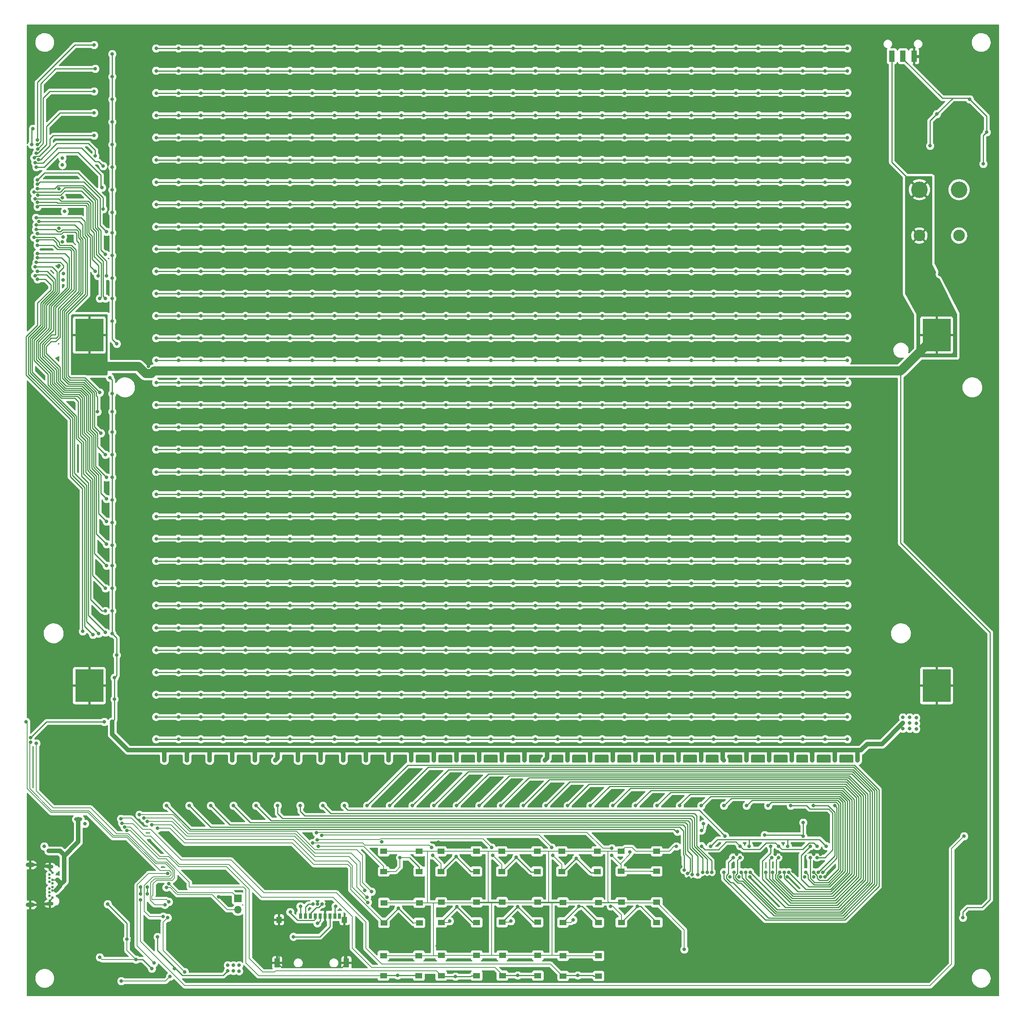
<source format=gbl>
%TF.GenerationSoftware,KiCad,Pcbnew,(6.0.0)*%
%TF.CreationDate,2022-01-30T17:43:53-05:00*%
%TF.ProjectId,fancyGradCap_rev2,66616e63-7947-4726-9164-4361705f7265,1*%
%TF.SameCoordinates,Original*%
%TF.FileFunction,Copper,L4,Bot*%
%TF.FilePolarity,Positive*%
%FSLAX46Y46*%
G04 Gerber Fmt 4.6, Leading zero omitted, Abs format (unit mm)*
G04 Created by KiCad (PCBNEW (6.0.0)) date 2022-01-30 17:43:53*
%MOMM*%
%LPD*%
G01*
G04 APERTURE LIST*
%TA.AperFunction,SMDPad,CuDef*%
%ADD10R,1.550000X1.300000*%
%TD*%
%TA.AperFunction,ComponentPad*%
%ADD11C,0.600000*%
%TD*%
%TA.AperFunction,ComponentPad*%
%ADD12O,2.000000X1.000000*%
%TD*%
%TA.AperFunction,ComponentPad*%
%ADD13O,1.600000X0.800000*%
%TD*%
%TA.AperFunction,ComponentPad*%
%ADD14R,1.700000X1.700000*%
%TD*%
%TA.AperFunction,ComponentPad*%
%ADD15O,1.700000X1.700000*%
%TD*%
%TA.AperFunction,SMDPad,CuDef*%
%ADD16R,6.350000X7.340000*%
%TD*%
%TA.AperFunction,ComponentPad*%
%ADD17C,2.625000*%
%TD*%
%TA.AperFunction,ComponentPad*%
%ADD18C,3.706000*%
%TD*%
%TA.AperFunction,SMDPad,CuDef*%
%ADD19R,0.700000X1.300000*%
%TD*%
%TA.AperFunction,SMDPad,CuDef*%
%ADD20R,1.200000X1.400000*%
%TD*%
%TA.AperFunction,SMDPad,CuDef*%
%ADD21R,1.200000X2.000000*%
%TD*%
%TA.AperFunction,SMDPad,CuDef*%
%ADD22R,1.250000X2.500000*%
%TD*%
%TA.AperFunction,ViaPad*%
%ADD23C,0.800000*%
%TD*%
%TA.AperFunction,Conductor*%
%ADD24C,0.250000*%
%TD*%
%TA.AperFunction,Conductor*%
%ADD25C,1.000000*%
%TD*%
%TA.AperFunction,Conductor*%
%ADD26C,0.180000*%
%TD*%
%TA.AperFunction,Conductor*%
%ADD27C,2.000000*%
%TD*%
G04 APERTURE END LIST*
D10*
%TO.P,SW4,2,2*%
%TO.N,button_status*%
X71025000Y-191020000D03*
X78975000Y-191020000D03*
%TO.P,SW4,1,1*%
%TO.N,+3V3*%
X78975000Y-186520000D03*
X71025000Y-186520000D03*
%TD*%
D11*
%TO.P,J1,B1,GND*%
%TO.N,GND*%
X-3234000Y-196906000D03*
%TO.P,J1,B2,TX2+*%
%TO.N,unconnected-(J1-PadB2)*%
X-3934000Y-196506000D03*
%TO.P,J1,B3,TX2-*%
%TO.N,unconnected-(J1-PadB3)*%
X-3934000Y-195706000D03*
%TO.P,J1,B4,VBUS*%
%TO.N,VBUS*%
X-3234000Y-195306000D03*
%TO.P,J1,B5,CC2*%
%TO.N,unconnected-(J1-PadB5)*%
X-3934000Y-194906000D03*
%TO.P,J1,B6,D+*%
%TO.N,/ControlsPower/USB_D-*%
X-3234000Y-194506000D03*
%TO.P,J1,B7,D-*%
%TO.N,/ControlsPower/USB_D+*%
X-3234000Y-193706000D03*
%TO.P,J1,B8,SBU2*%
%TO.N,unconnected-(J1-PadB8)*%
X-3934000Y-193306000D03*
%TO.P,J1,B9,VBUS*%
%TO.N,VBUS*%
X-3234000Y-192906000D03*
%TO.P,J1,B10,RX1-*%
%TO.N,unconnected-(J1-PadB10)*%
X-3934000Y-192506000D03*
%TO.P,J1,B11,RX1+*%
%TO.N,unconnected-(J1-PadB11)*%
X-3934000Y-191706000D03*
%TO.P,J1,B12,GND*%
%TO.N,GND*%
X-3234000Y-191306000D03*
D12*
%TO.P,J1,S1,SHIELD*%
X-8284000Y-189566000D03*
X-8284000Y-198546000D03*
D13*
X-3834000Y-198236000D03*
X-3834000Y-189976000D03*
%TD*%
D14*
%TO.P,J2,1,Pin_1*%
%TO.N,/ControlsPower/SWDIO*%
X38354000Y-197099000D03*
D15*
%TO.P,J2,2,Pin_2*%
%TO.N,/ControlsPower/SWCLK*%
X38354000Y-199639000D03*
%TD*%
D10*
%TO.P,SW11,1,1*%
%TO.N,+3V3*%
X83909000Y-209888000D03*
X91859000Y-209888000D03*
%TO.P,SW11,2,2*%
%TO.N,button_graphic_11*%
X83909000Y-214388000D03*
X91859000Y-214388000D03*
%TD*%
%TO.P,SW6,2,2*%
%TO.N,button_graphic_1*%
X83854750Y-191020000D03*
X91804750Y-191020000D03*
%TO.P,SW6,1,1*%
%TO.N,+3V3*%
X91804750Y-186520000D03*
X83854750Y-186520000D03*
%TD*%
%TO.P,SW5,1,1*%
%TO.N,+3V3*%
X119140500Y-197968750D03*
X111190500Y-197968750D03*
%TO.P,SW5,2,2*%
%TO.N,button_graphic_8*%
X119140500Y-202468750D03*
X111190500Y-202468750D03*
%TD*%
%TO.P,SW8,2,2*%
%TO.N,button_graphic_2*%
X97466750Y-191020000D03*
X105416750Y-191020000D03*
%TO.P,SW8,1,1*%
%TO.N,+3V3*%
X97466750Y-186520000D03*
X105416750Y-186520000D03*
%TD*%
%TO.P,SW12,1,1*%
%TO.N,+3V3*%
X124283000Y-186508000D03*
X132233000Y-186508000D03*
%TO.P,SW12,2,2*%
%TO.N,button_graphic_4*%
X132233000Y-191008000D03*
X124283000Y-191008000D03*
%TD*%
D16*
%TO.P,BT1,1,+*%
%TO.N,+BATT*%
X5000000Y-70670000D03*
%TO.P,BT1,2,-*%
%TO.N,GND*%
X5000000Y-149330000D03*
%TD*%
D17*
%TO.P,F1,1*%
%TO.N,+BATT*%
X191130000Y-48330000D03*
D18*
X191130000Y-38030000D03*
%TO.P,F1,2*%
%TO.N,Net-(F1-Pad2)*%
X200030000Y-38030000D03*
D17*
X200030000Y-48330000D03*
%TD*%
D16*
%TO.P,BT2,1,+*%
%TO.N,+BATT*%
X195000000Y-70670000D03*
%TO.P,BT2,2,-*%
%TO.N,GND*%
X195000000Y-149330000D03*
%TD*%
D19*
%TO.P,J3,1,DAT2*%
%TO.N,Net-(J3-Pad1)*%
X52330000Y-201012000D03*
%TO.P,J3,2,DAT3/CD*%
%TO.N,SPI0_CSn*%
X53430000Y-201012000D03*
%TO.P,J3,3,CMD*%
%TO.N,SPI0_TX*%
X54530000Y-201012000D03*
%TO.P,J3,4,VDD*%
%TO.N,+3V3*%
X55630000Y-201012000D03*
%TO.P,J3,5,CLK*%
%TO.N,SPI0_SCK*%
X56730000Y-201012000D03*
%TO.P,J3,6,VSS*%
%TO.N,GND*%
X57830000Y-201012000D03*
%TO.P,J3,7,DAT0*%
%TO.N,SPI0_RX*%
X58930000Y-201012000D03*
%TO.P,J3,8,DAT1*%
%TO.N,Net-(J3-Pad8)*%
X60030000Y-201012000D03*
%TO.P,J3,9,DET*%
%TO.N,unconnected-(J3-Pad9)*%
X61130000Y-201012000D03*
D20*
%TO.P,J3,11,SHIELD*%
%TO.N,GND*%
X47550000Y-201862000D03*
X62230000Y-201862000D03*
D21*
X62650000Y-211562000D03*
X47130000Y-211562000D03*
%TD*%
D10*
%TO.P,SW9,1,1*%
%TO.N,+3V3*%
X70955000Y-209905500D03*
X78905000Y-209905500D03*
%TO.P,SW9,2,2*%
%TO.N,button_graphic_10*%
X78905000Y-214405500D03*
X70955000Y-214405500D03*
%TD*%
%TO.P,SW17,1,1*%
%TO.N,+3V3*%
X105505250Y-197918750D03*
X97555250Y-197918750D03*
%TO.P,SW17,2,2*%
%TO.N,button_graphic_7*%
X97555250Y-202418750D03*
X105505250Y-202418750D03*
%TD*%
%TO.P,SW10,2,2*%
%TO.N,button_graphic_3*%
X110936500Y-191020000D03*
X118886500Y-191020000D03*
%TO.P,SW10,1,1*%
%TO.N,+3V3*%
X118886500Y-186520000D03*
X110936500Y-186520000D03*
%TD*%
%TO.P,SW7,1,1*%
%TO.N,+3V3*%
X124295000Y-197950000D03*
X132245000Y-197950000D03*
%TO.P,SW7,2,2*%
%TO.N,button_graphic_9*%
X132245000Y-202450000D03*
X124295000Y-202450000D03*
%TD*%
%TO.P,SW14,1,1*%
%TO.N,+3V3*%
X79000750Y-198045750D03*
X71050750Y-198045750D03*
%TO.P,SW14,2,2*%
%TO.N,button_graphic_5*%
X79000750Y-202545750D03*
X71050750Y-202545750D03*
%TD*%
%TO.P,SW13,1,1*%
%TO.N,+3V3*%
X97625000Y-209888000D03*
X105575000Y-209888000D03*
%TO.P,SW13,2,2*%
%TO.N,button_graphic_12*%
X97625000Y-214388000D03*
X105575000Y-214388000D03*
%TD*%
%TO.P,SW16,2,2*%
%TO.N,button_graphic_6*%
X91859000Y-202450000D03*
X83909000Y-202450000D03*
%TO.P,SW16,1,1*%
%TO.N,+3V3*%
X91859000Y-197950000D03*
X83909000Y-197950000D03*
%TD*%
%TO.P,SW15,1,1*%
%TO.N,+3V3*%
X119196250Y-209964500D03*
X111246250Y-209964500D03*
%TO.P,SW15,2,2*%
%TO.N,button_graphic_13*%
X111246250Y-214464500D03*
X119196250Y-214464500D03*
%TD*%
D22*
%TO.P,SW1,1,A*%
%TO.N,+BATT*%
X184952000Y-8084000D03*
%TO.P,SW1,2,B*%
%TO.N,Net-(SW1-Pad2)*%
X187452000Y-8084000D03*
%TO.P,SW1,3,C*%
%TO.N,GND*%
X189952000Y-8084000D03*
%TD*%
D23*
%TO.N,+3V3*%
X-7874000Y-27940000D03*
X-7620000Y-24384000D03*
%TO.N,~{ROW_clear}*%
X-889000Y-58293000D03*
%TO.N,~{ROW_outEn}*%
X-762000Y-56896000D03*
%TO.N,GND*%
X6858000Y-202438000D03*
X11430000Y-192532000D03*
X182118000Y-27178000D03*
X181356000Y-48260000D03*
X183213997Y-69162776D03*
X195697714Y-57033006D03*
X203200000Y-68072000D03*
X197261294Y-88890948D03*
X201168000Y-102108000D03*
X201168000Y-115824000D03*
X183388000Y-94742000D03*
X183079142Y-113797255D03*
X184404000Y-128524000D03*
X184975764Y-146303123D03*
X203352578Y-153709315D03*
X199518161Y-163955378D03*
X200152000Y-174244000D03*
X195580000Y-182880000D03*
X182118000Y-166116000D03*
X185928000Y-169926000D03*
X185897652Y-179369265D03*
X186182000Y-187198000D03*
X185928000Y-195072000D03*
X137160000Y-195834000D03*
X144780000Y-196850000D03*
X150967244Y-201258807D03*
X183388000Y-201930000D03*
X177498638Y-204966519D03*
X164866423Y-205187169D03*
X170492999Y-205187169D03*
X157805622Y-205242332D03*
X202946000Y-210312000D03*
X195326000Y-196088000D03*
X195072000Y-204724000D03*
X194310000Y-210312000D03*
X190246000Y-214122000D03*
X183642000Y-214122000D03*
X175514000Y-214122000D03*
X168148000Y-214122000D03*
X161036000Y-214122000D03*
X153924000Y-214122000D03*
X133858000Y-214376000D03*
X128947483Y-211682607D03*
X129089018Y-208625442D03*
X124446656Y-212475206D03*
X124206000Y-209042000D03*
X94231757Y-214107059D03*
X107950000Y-214122000D03*
X107072882Y-207570695D03*
X93367066Y-207730394D03*
X80402419Y-207815315D03*
X65532000Y-207518000D03*
X64974105Y-211679389D03*
X49838830Y-203030201D03*
X43526349Y-206087366D03*
X45720000Y-205232000D03*
X52528003Y-209512524D03*
X56896000Y-207518000D03*
X59802925Y-204756933D03*
X23005024Y-183484649D03*
X41946147Y-178518171D03*
X37253681Y-178723680D03*
X32150195Y-178792183D03*
X28040006Y-179477215D03*
X45466000Y-189992000D03*
X41637883Y-189478676D03*
X49104726Y-186498788D03*
X44343757Y-186704298D03*
X39959555Y-186670046D03*
X34958825Y-186601543D03*
X29718000Y-186436000D03*
X26670000Y-200914000D03*
X26162000Y-198882000D03*
X24130000Y-204470000D03*
X15494000Y-214376000D03*
X6350000Y-214376000D03*
X8636000Y-204724000D03*
X2286000Y-197358000D03*
X2540000Y-190500000D03*
X-7620000Y-176784000D03*
X13970000Y-174498000D03*
X13208000Y-166370000D03*
X2725602Y-155076577D03*
X-2032000Y-150622000D03*
X-2289171Y-142684699D03*
X-587501Y-128896297D03*
X-978396Y-120492054D03*
X-587501Y-113162773D03*
X-1857909Y-104953978D03*
X-1778000Y-96774000D03*
X188722000Y-31750000D03*
X187198000Y-23622000D03*
X188468000Y-15748000D03*
X3048000Y-2794000D03*
X4318000Y-23114000D03*
X-18905Y-22856647D03*
X4318000Y-18288000D03*
X477556Y-18388484D03*
X-2794000Y-18542000D03*
X2794382Y-13423858D03*
X-1270000Y-13462000D03*
X3556000Y-8382000D03*
X30480000Y-158242000D03*
X100584000Y-157988000D03*
X176210215Y-158306954D03*
X140716000Y-158242000D03*
X85672821Y-158222033D03*
X105918000Y-157988000D03*
X70612000Y-158496000D03*
X45822101Y-158278647D03*
X95891680Y-158476797D03*
X145796000Y-157988000D03*
X35688163Y-158278647D03*
X60706000Y-158242000D03*
X120650000Y-157988000D03*
X55626000Y-158242000D03*
X165862000Y-158242000D03*
X160782000Y-158242000D03*
X155800804Y-158193726D03*
X150622000Y-157988000D03*
X75438000Y-158242000D03*
X25908000Y-158242000D03*
X110490000Y-158242000D03*
X115570000Y-158242000D03*
X65532000Y-158242000D03*
X170492183Y-158137112D03*
X40640000Y-158242000D03*
X80772000Y-158242000D03*
X50800000Y-158242000D03*
X135890000Y-158242000D03*
X90626562Y-158193726D03*
X125551848Y-158306954D03*
X130675431Y-158391875D03*
X30480000Y-153416000D03*
X100584000Y-153162000D03*
X176210215Y-153480954D03*
X140716000Y-153416000D03*
X85672821Y-153396033D03*
X105918000Y-153162000D03*
X70612000Y-153670000D03*
X45822101Y-153452647D03*
X95891680Y-153650797D03*
X145796000Y-153162000D03*
X35688163Y-153452647D03*
X60706000Y-153416000D03*
X120650000Y-153162000D03*
X55626000Y-153416000D03*
X165862000Y-153416000D03*
X160782000Y-153416000D03*
X155800804Y-153367726D03*
X150622000Y-153162000D03*
X75438000Y-153416000D03*
X25908000Y-153416000D03*
X110490000Y-153416000D03*
X115570000Y-153416000D03*
X65532000Y-153416000D03*
X170492183Y-153311112D03*
X40640000Y-153416000D03*
X80772000Y-153416000D03*
X50800000Y-153416000D03*
X135890000Y-153416000D03*
X90626562Y-153367726D03*
X125551848Y-153480954D03*
X130675431Y-153565875D03*
X30480000Y-148336000D03*
X100584000Y-148082000D03*
X176210215Y-148400954D03*
X140716000Y-148336000D03*
X85672821Y-148316033D03*
X105918000Y-148082000D03*
X70612000Y-148590000D03*
X45822101Y-148372647D03*
X95891680Y-148570797D03*
X145796000Y-148082000D03*
X35688163Y-148372647D03*
X60706000Y-148336000D03*
X120650000Y-148082000D03*
X55626000Y-148336000D03*
X165862000Y-148336000D03*
X160782000Y-148336000D03*
X155800804Y-148287726D03*
X150622000Y-148082000D03*
X75438000Y-148336000D03*
X25908000Y-148336000D03*
X110490000Y-148336000D03*
X115570000Y-148336000D03*
X65532000Y-148336000D03*
X170492183Y-148231112D03*
X40640000Y-148336000D03*
X80772000Y-148336000D03*
X50800000Y-148336000D03*
X135890000Y-148336000D03*
X90626562Y-148287726D03*
X125551848Y-148400954D03*
X130675431Y-148485875D03*
X30480000Y-143510000D03*
X100584000Y-143256000D03*
X176210215Y-143574954D03*
X140716000Y-143510000D03*
X85672821Y-143490033D03*
X105918000Y-143256000D03*
X70612000Y-143764000D03*
X45822101Y-143546647D03*
X95891680Y-143744797D03*
X145796000Y-143256000D03*
X35688163Y-143546647D03*
X60706000Y-143510000D03*
X120650000Y-143256000D03*
X55626000Y-143510000D03*
X165862000Y-143510000D03*
X160782000Y-143510000D03*
X155800804Y-143461726D03*
X150622000Y-143256000D03*
X75438000Y-143510000D03*
X25908000Y-143510000D03*
X110490000Y-143510000D03*
X115570000Y-143510000D03*
X65532000Y-143510000D03*
X170492183Y-143405112D03*
X40640000Y-143510000D03*
X80772000Y-143510000D03*
X50800000Y-143510000D03*
X135890000Y-143510000D03*
X90626562Y-143461726D03*
X125551848Y-143574954D03*
X130675431Y-143659875D03*
X30480000Y-138430000D03*
X100584000Y-138176000D03*
X176210215Y-138494954D03*
X140716000Y-138430000D03*
X85672821Y-138410033D03*
X105918000Y-138176000D03*
X70612000Y-138684000D03*
X45822101Y-138466647D03*
X95891680Y-138664797D03*
X145796000Y-138176000D03*
X35688163Y-138466647D03*
X60706000Y-138430000D03*
X120650000Y-138176000D03*
X55626000Y-138430000D03*
X165862000Y-138430000D03*
X160782000Y-138430000D03*
X155800804Y-138381726D03*
X150622000Y-138176000D03*
X75438000Y-138430000D03*
X25908000Y-138430000D03*
X110490000Y-138430000D03*
X115570000Y-138430000D03*
X65532000Y-138430000D03*
X170492183Y-138325112D03*
X40640000Y-138430000D03*
X80772000Y-138430000D03*
X50800000Y-138430000D03*
X135890000Y-138430000D03*
X90626562Y-138381726D03*
X125551848Y-138494954D03*
X130675431Y-138579875D03*
X30480000Y-133350000D03*
X100584000Y-133096000D03*
X176210215Y-133414954D03*
X140716000Y-133350000D03*
X85672821Y-133330033D03*
X105918000Y-133096000D03*
X70612000Y-133604000D03*
X45822101Y-133386647D03*
X95891680Y-133584797D03*
X145796000Y-133096000D03*
X35688163Y-133386647D03*
X60706000Y-133350000D03*
X120650000Y-133096000D03*
X55626000Y-133350000D03*
X165862000Y-133350000D03*
X160782000Y-133350000D03*
X155800804Y-133301726D03*
X150622000Y-133096000D03*
X75438000Y-133350000D03*
X25908000Y-133350000D03*
X110490000Y-133350000D03*
X115570000Y-133350000D03*
X65532000Y-133350000D03*
X170492183Y-133245112D03*
X40640000Y-133350000D03*
X80772000Y-133350000D03*
X50800000Y-133350000D03*
X135890000Y-133350000D03*
X90626562Y-133301726D03*
X125551848Y-133414954D03*
X130675431Y-133499875D03*
X30226000Y-128270000D03*
X100330000Y-128016000D03*
X175956215Y-128334954D03*
X140462000Y-128270000D03*
X85418821Y-128250033D03*
X105664000Y-128016000D03*
X70358000Y-128524000D03*
X45568101Y-128306647D03*
X95637680Y-128504797D03*
X145542000Y-128016000D03*
X35434163Y-128306647D03*
X60452000Y-128270000D03*
X120396000Y-128016000D03*
X55372000Y-128270000D03*
X165608000Y-128270000D03*
X160528000Y-128270000D03*
X155546804Y-128221726D03*
X150368000Y-128016000D03*
X75184000Y-128270000D03*
X25654000Y-128270000D03*
X110236000Y-128270000D03*
X115316000Y-128270000D03*
X65278000Y-128270000D03*
X170238183Y-128165112D03*
X40386000Y-128270000D03*
X80518000Y-128270000D03*
X50546000Y-128270000D03*
X135636000Y-128270000D03*
X90372562Y-128221726D03*
X125297848Y-128334954D03*
X130421431Y-128419875D03*
X30226000Y-123190000D03*
X100330000Y-122936000D03*
X175956215Y-123254954D03*
X140462000Y-123190000D03*
X85418821Y-123170033D03*
X105664000Y-122936000D03*
X70358000Y-123444000D03*
X45568101Y-123226647D03*
X95637680Y-123424797D03*
X145542000Y-122936000D03*
X35434163Y-123226647D03*
X60452000Y-123190000D03*
X120396000Y-122936000D03*
X55372000Y-123190000D03*
X165608000Y-123190000D03*
X160528000Y-123190000D03*
X155546804Y-123141726D03*
X150368000Y-122936000D03*
X75184000Y-123190000D03*
X25654000Y-123190000D03*
X110236000Y-123190000D03*
X115316000Y-123190000D03*
X65278000Y-123190000D03*
X170238183Y-123085112D03*
X40386000Y-123190000D03*
X80518000Y-123190000D03*
X50546000Y-123190000D03*
X135636000Y-123190000D03*
X90372562Y-123141726D03*
X125297848Y-123254954D03*
X130421431Y-123339875D03*
X30226000Y-118364000D03*
X100330000Y-118110000D03*
X175956215Y-118428954D03*
X140462000Y-118364000D03*
X85418821Y-118344033D03*
X105664000Y-118110000D03*
X70358000Y-118618000D03*
X45568101Y-118400647D03*
X95637680Y-118598797D03*
X145542000Y-118110000D03*
X35434163Y-118400647D03*
X60452000Y-118364000D03*
X120396000Y-118110000D03*
X55372000Y-118364000D03*
X165608000Y-118364000D03*
X160528000Y-118364000D03*
X155546804Y-118315726D03*
X150368000Y-118110000D03*
X75184000Y-118364000D03*
X25654000Y-118364000D03*
X110236000Y-118364000D03*
X115316000Y-118364000D03*
X65278000Y-118364000D03*
X170238183Y-118259112D03*
X40386000Y-118364000D03*
X80518000Y-118364000D03*
X50546000Y-118364000D03*
X135636000Y-118364000D03*
X90372562Y-118315726D03*
X125297848Y-118428954D03*
X130421431Y-118513875D03*
X30226000Y-113284000D03*
X100330000Y-113030000D03*
X175956215Y-113348954D03*
X140462000Y-113284000D03*
X85418821Y-113264033D03*
X105664000Y-113030000D03*
X70358000Y-113538000D03*
X45568101Y-113320647D03*
X95637680Y-113518797D03*
X145542000Y-113030000D03*
X35434163Y-113320647D03*
X60452000Y-113284000D03*
X120396000Y-113030000D03*
X55372000Y-113284000D03*
X165608000Y-113284000D03*
X160528000Y-113284000D03*
X155546804Y-113235726D03*
X150368000Y-113030000D03*
X75184000Y-113284000D03*
X25654000Y-113284000D03*
X110236000Y-113284000D03*
X115316000Y-113284000D03*
X65278000Y-113284000D03*
X170238183Y-113179112D03*
X40386000Y-113284000D03*
X80518000Y-113284000D03*
X50546000Y-113284000D03*
X135636000Y-113284000D03*
X90372562Y-113235726D03*
X125297848Y-113348954D03*
X130421431Y-113433875D03*
X30226000Y-108458000D03*
X100330000Y-108204000D03*
X175956215Y-108522954D03*
X140462000Y-108458000D03*
X85418821Y-108438033D03*
X105664000Y-108204000D03*
X70358000Y-108712000D03*
X45568101Y-108494647D03*
X95637680Y-108692797D03*
X145542000Y-108204000D03*
X35434163Y-108494647D03*
X60452000Y-108458000D03*
X120396000Y-108204000D03*
X55372000Y-108458000D03*
X165608000Y-108458000D03*
X160528000Y-108458000D03*
X155546804Y-108409726D03*
X150368000Y-108204000D03*
X75184000Y-108458000D03*
X25654000Y-108458000D03*
X110236000Y-108458000D03*
X115316000Y-108458000D03*
X65278000Y-108458000D03*
X170238183Y-108353112D03*
X40386000Y-108458000D03*
X80518000Y-108458000D03*
X50546000Y-108458000D03*
X135636000Y-108458000D03*
X90372562Y-108409726D03*
X125297848Y-108522954D03*
X130421431Y-108607875D03*
X30226000Y-103378000D03*
X100330000Y-103124000D03*
X175956215Y-103442954D03*
X140462000Y-103378000D03*
X85418821Y-103358033D03*
X105664000Y-103124000D03*
X70358000Y-103632000D03*
X45568101Y-103414647D03*
X95637680Y-103612797D03*
X145542000Y-103124000D03*
X35434163Y-103414647D03*
X60452000Y-103378000D03*
X120396000Y-103124000D03*
X55372000Y-103378000D03*
X165608000Y-103378000D03*
X160528000Y-103378000D03*
X155546804Y-103329726D03*
X150368000Y-103124000D03*
X75184000Y-103378000D03*
X25654000Y-103378000D03*
X110236000Y-103378000D03*
X115316000Y-103378000D03*
X65278000Y-103378000D03*
X170238183Y-103273112D03*
X40386000Y-103378000D03*
X80518000Y-103378000D03*
X50546000Y-103378000D03*
X135636000Y-103378000D03*
X90372562Y-103329726D03*
X125297848Y-103442954D03*
X130421431Y-103527875D03*
X30226000Y-98298000D03*
X100330000Y-98044000D03*
X175956215Y-98362954D03*
X140462000Y-98298000D03*
X85418821Y-98278033D03*
X105664000Y-98044000D03*
X70358000Y-98552000D03*
X45568101Y-98334647D03*
X95637680Y-98532797D03*
X145542000Y-98044000D03*
X35434163Y-98334647D03*
X60452000Y-98298000D03*
X120396000Y-98044000D03*
X55372000Y-98298000D03*
X165608000Y-98298000D03*
X160528000Y-98298000D03*
X155546804Y-98249726D03*
X150368000Y-98044000D03*
X75184000Y-98298000D03*
X25654000Y-98298000D03*
X110236000Y-98298000D03*
X115316000Y-98298000D03*
X65278000Y-98298000D03*
X170238183Y-98193112D03*
X40386000Y-98298000D03*
X80518000Y-98298000D03*
X50546000Y-98298000D03*
X135636000Y-98298000D03*
X90372562Y-98249726D03*
X125297848Y-98362954D03*
X130421431Y-98447875D03*
X30226000Y-93218000D03*
X100330000Y-92964000D03*
X175956215Y-93282954D03*
X140462000Y-93218000D03*
X85418821Y-93198033D03*
X105664000Y-92964000D03*
X70358000Y-93472000D03*
X45568101Y-93254647D03*
X95637680Y-93452797D03*
X145542000Y-92964000D03*
X35434163Y-93254647D03*
X60452000Y-93218000D03*
X120396000Y-92964000D03*
X55372000Y-93218000D03*
X165608000Y-93218000D03*
X160528000Y-93218000D03*
X155546804Y-93169726D03*
X150368000Y-92964000D03*
X75184000Y-93218000D03*
X25654000Y-93218000D03*
X110236000Y-93218000D03*
X115316000Y-93218000D03*
X65278000Y-93218000D03*
X170238183Y-93113112D03*
X40386000Y-93218000D03*
X80518000Y-93218000D03*
X50546000Y-93218000D03*
X135636000Y-93218000D03*
X90372562Y-93169726D03*
X125297848Y-93282954D03*
X130421431Y-93367875D03*
X30226000Y-88392000D03*
X100330000Y-88138000D03*
X175956215Y-88456954D03*
X140462000Y-88392000D03*
X85418821Y-88372033D03*
X105664000Y-88138000D03*
X70358000Y-88646000D03*
X45568101Y-88428647D03*
X95637680Y-88626797D03*
X145542000Y-88138000D03*
X35434163Y-88428647D03*
X60452000Y-88392000D03*
X120396000Y-88138000D03*
X55372000Y-88392000D03*
X165608000Y-88392000D03*
X160528000Y-88392000D03*
X155546804Y-88343726D03*
X150368000Y-88138000D03*
X75184000Y-88392000D03*
X25654000Y-88392000D03*
X110236000Y-88392000D03*
X115316000Y-88392000D03*
X65278000Y-88392000D03*
X170238183Y-88287112D03*
X40386000Y-88392000D03*
X80518000Y-88392000D03*
X50546000Y-88392000D03*
X135636000Y-88392000D03*
X90372562Y-88343726D03*
X125297848Y-88456954D03*
X130421431Y-88541875D03*
X30226000Y-83058000D03*
X100330000Y-82804000D03*
X175956215Y-83122954D03*
X140462000Y-83058000D03*
X85418821Y-83038033D03*
X105664000Y-82804000D03*
X70358000Y-83312000D03*
X45568101Y-83094647D03*
X95637680Y-83292797D03*
X145542000Y-82804000D03*
X35434163Y-83094647D03*
X60452000Y-83058000D03*
X120396000Y-82804000D03*
X55372000Y-83058000D03*
X165608000Y-83058000D03*
X160528000Y-83058000D03*
X155546804Y-83009726D03*
X150368000Y-82804000D03*
X75184000Y-83058000D03*
X25654000Y-83058000D03*
X110236000Y-83058000D03*
X115316000Y-83058000D03*
X65278000Y-83058000D03*
X170238183Y-82953112D03*
X40386000Y-83058000D03*
X80518000Y-83058000D03*
X50546000Y-83058000D03*
X135636000Y-83058000D03*
X90372562Y-83009726D03*
X125297848Y-83122954D03*
X130421431Y-83207875D03*
X30226000Y-73406000D03*
X100330000Y-73152000D03*
X175956215Y-73470954D03*
X140462000Y-73406000D03*
X85418821Y-73386033D03*
X105664000Y-73152000D03*
X70358000Y-73660000D03*
X45568101Y-73442647D03*
X95637680Y-73640797D03*
X145542000Y-73152000D03*
X35434163Y-73442647D03*
X60452000Y-73406000D03*
X120396000Y-73152000D03*
X55372000Y-73406000D03*
X165608000Y-73406000D03*
X160528000Y-73406000D03*
X155546804Y-73357726D03*
X150368000Y-73152000D03*
X75184000Y-73406000D03*
X25654000Y-73406000D03*
X110236000Y-73406000D03*
X115316000Y-73406000D03*
X65278000Y-73406000D03*
X170238183Y-73301112D03*
X40386000Y-73406000D03*
X80518000Y-73406000D03*
X50546000Y-73406000D03*
X135636000Y-73406000D03*
X90372562Y-73357726D03*
X125297848Y-73470954D03*
X130421431Y-73555875D03*
X30226000Y-68326000D03*
X100330000Y-68072000D03*
X175956215Y-68390954D03*
X140462000Y-68326000D03*
X85418821Y-68306033D03*
X105664000Y-68072000D03*
X70358000Y-68580000D03*
X45568101Y-68362647D03*
X95637680Y-68560797D03*
X145542000Y-68072000D03*
X35434163Y-68362647D03*
X60452000Y-68326000D03*
X120396000Y-68072000D03*
X55372000Y-68326000D03*
X165608000Y-68326000D03*
X160528000Y-68326000D03*
X155546804Y-68277726D03*
X150368000Y-68072000D03*
X75184000Y-68326000D03*
X25654000Y-68326000D03*
X110236000Y-68326000D03*
X115316000Y-68326000D03*
X65278000Y-68326000D03*
X170238183Y-68221112D03*
X40386000Y-68326000D03*
X80518000Y-68326000D03*
X50546000Y-68326000D03*
X135636000Y-68326000D03*
X90372562Y-68277726D03*
X125297848Y-68390954D03*
X130421431Y-68475875D03*
X30226000Y-63500000D03*
X100330000Y-63246000D03*
X175956215Y-63564954D03*
X140462000Y-63500000D03*
X85418821Y-63480033D03*
X105664000Y-63246000D03*
X70358000Y-63754000D03*
X45568101Y-63536647D03*
X95637680Y-63734797D03*
X145542000Y-63246000D03*
X35434163Y-63536647D03*
X60452000Y-63500000D03*
X120396000Y-63246000D03*
X55372000Y-63500000D03*
X165608000Y-63500000D03*
X160528000Y-63500000D03*
X155546804Y-63451726D03*
X150368000Y-63246000D03*
X75184000Y-63500000D03*
X25654000Y-63500000D03*
X110236000Y-63500000D03*
X115316000Y-63500000D03*
X65278000Y-63500000D03*
X170238183Y-63395112D03*
X40386000Y-63500000D03*
X80518000Y-63500000D03*
X50546000Y-63500000D03*
X135636000Y-63500000D03*
X90372562Y-63451726D03*
X125297848Y-63564954D03*
X130421431Y-63649875D03*
X30226000Y-58420000D03*
X100330000Y-58166000D03*
X175956215Y-58484954D03*
X140462000Y-58420000D03*
X85418821Y-58400033D03*
X105664000Y-58166000D03*
X70358000Y-58674000D03*
X45568101Y-58456647D03*
X95637680Y-58654797D03*
X145542000Y-58166000D03*
X35434163Y-58456647D03*
X60452000Y-58420000D03*
X120396000Y-58166000D03*
X55372000Y-58420000D03*
X165608000Y-58420000D03*
X160528000Y-58420000D03*
X155546804Y-58371726D03*
X150368000Y-58166000D03*
X75184000Y-58420000D03*
X25654000Y-58420000D03*
X110236000Y-58420000D03*
X115316000Y-58420000D03*
X65278000Y-58420000D03*
X170238183Y-58315112D03*
X40386000Y-58420000D03*
X80518000Y-58420000D03*
X50546000Y-58420000D03*
X135636000Y-58420000D03*
X90372562Y-58371726D03*
X125297848Y-58484954D03*
X130421431Y-58569875D03*
X30226000Y-53340000D03*
X100330000Y-53086000D03*
X175956215Y-53404954D03*
X140462000Y-53340000D03*
X85418821Y-53320033D03*
X105664000Y-53086000D03*
X70358000Y-53594000D03*
X45568101Y-53376647D03*
X95637680Y-53574797D03*
X145542000Y-53086000D03*
X35434163Y-53376647D03*
X60452000Y-53340000D03*
X120396000Y-53086000D03*
X55372000Y-53340000D03*
X165608000Y-53340000D03*
X160528000Y-53340000D03*
X155546804Y-53291726D03*
X150368000Y-53086000D03*
X75184000Y-53340000D03*
X25654000Y-53340000D03*
X110236000Y-53340000D03*
X115316000Y-53340000D03*
X65278000Y-53340000D03*
X170238183Y-53235112D03*
X40386000Y-53340000D03*
X80518000Y-53340000D03*
X50546000Y-53340000D03*
X135636000Y-53340000D03*
X90372562Y-53291726D03*
X125297848Y-53404954D03*
X130421431Y-53489875D03*
X30226000Y-48260000D03*
X100330000Y-48006000D03*
X175956215Y-48324954D03*
X140462000Y-48260000D03*
X85418821Y-48240033D03*
X105664000Y-48006000D03*
X70358000Y-48514000D03*
X45568101Y-48296647D03*
X95637680Y-48494797D03*
X145542000Y-48006000D03*
X35434163Y-48296647D03*
X60452000Y-48260000D03*
X120396000Y-48006000D03*
X55372000Y-48260000D03*
X165608000Y-48260000D03*
X160528000Y-48260000D03*
X155546804Y-48211726D03*
X150368000Y-48006000D03*
X75184000Y-48260000D03*
X25654000Y-48260000D03*
X110236000Y-48260000D03*
X115316000Y-48260000D03*
X65278000Y-48260000D03*
X170238183Y-48155112D03*
X40386000Y-48260000D03*
X80518000Y-48260000D03*
X50546000Y-48260000D03*
X135636000Y-48260000D03*
X90372562Y-48211726D03*
X125297848Y-48324954D03*
X130421431Y-48409875D03*
X30226000Y-43180000D03*
X100330000Y-42926000D03*
X175956215Y-43244954D03*
X140462000Y-43180000D03*
X85418821Y-43160033D03*
X105664000Y-42926000D03*
X70358000Y-43434000D03*
X45568101Y-43216647D03*
X95637680Y-43414797D03*
X145542000Y-42926000D03*
X35434163Y-43216647D03*
X60452000Y-43180000D03*
X120396000Y-42926000D03*
X55372000Y-43180000D03*
X165608000Y-43180000D03*
X160528000Y-43180000D03*
X155546804Y-43131726D03*
X150368000Y-42926000D03*
X75184000Y-43180000D03*
X25654000Y-43180000D03*
X110236000Y-43180000D03*
X115316000Y-43180000D03*
X65278000Y-43180000D03*
X170238183Y-43075112D03*
X40386000Y-43180000D03*
X80518000Y-43180000D03*
X50546000Y-43180000D03*
X135636000Y-43180000D03*
X90372562Y-43131726D03*
X125297848Y-43244954D03*
X130421431Y-43329875D03*
X30226000Y-38354000D03*
X100330000Y-38100000D03*
X175956215Y-38418954D03*
X140462000Y-38354000D03*
X85418821Y-38334033D03*
X105664000Y-38100000D03*
X70358000Y-38608000D03*
X45568101Y-38390647D03*
X95637680Y-38588797D03*
X145542000Y-38100000D03*
X35434163Y-38390647D03*
X60452000Y-38354000D03*
X120396000Y-38100000D03*
X55372000Y-38354000D03*
X165608000Y-38354000D03*
X160528000Y-38354000D03*
X155546804Y-38305726D03*
X150368000Y-38100000D03*
X75184000Y-38354000D03*
X25654000Y-38354000D03*
X110236000Y-38354000D03*
X115316000Y-38354000D03*
X65278000Y-38354000D03*
X170238183Y-38249112D03*
X40386000Y-38354000D03*
X80518000Y-38354000D03*
X50546000Y-38354000D03*
X135636000Y-38354000D03*
X90372562Y-38305726D03*
X125297848Y-38418954D03*
X130421431Y-38503875D03*
X30226000Y-33528000D03*
X100330000Y-33274000D03*
X175956215Y-33592954D03*
X140462000Y-33528000D03*
X85418821Y-33508033D03*
X105664000Y-33274000D03*
X70358000Y-33782000D03*
X45568101Y-33564647D03*
X95637680Y-33762797D03*
X145542000Y-33274000D03*
X35434163Y-33564647D03*
X60452000Y-33528000D03*
X120396000Y-33274000D03*
X55372000Y-33528000D03*
X165608000Y-33528000D03*
X160528000Y-33528000D03*
X155546804Y-33479726D03*
X150368000Y-33274000D03*
X75184000Y-33528000D03*
X25654000Y-33528000D03*
X110236000Y-33528000D03*
X115316000Y-33528000D03*
X65278000Y-33528000D03*
X170238183Y-33423112D03*
X40386000Y-33528000D03*
X80518000Y-33528000D03*
X50546000Y-33528000D03*
X135636000Y-33528000D03*
X90372562Y-33479726D03*
X125297848Y-33592954D03*
X130421431Y-33677875D03*
X30226000Y-28194000D03*
X100330000Y-27940000D03*
X175956215Y-28258954D03*
X140462000Y-28194000D03*
X85418821Y-28174033D03*
X105664000Y-27940000D03*
X70358000Y-28448000D03*
X45568101Y-28230647D03*
X95637680Y-28428797D03*
X145542000Y-27940000D03*
X35434163Y-28230647D03*
X60452000Y-28194000D03*
X120396000Y-27940000D03*
X55372000Y-28194000D03*
X165608000Y-28194000D03*
X160528000Y-28194000D03*
X155546804Y-28145726D03*
X150368000Y-27940000D03*
X75184000Y-28194000D03*
X25654000Y-28194000D03*
X110236000Y-28194000D03*
X115316000Y-28194000D03*
X65278000Y-28194000D03*
X170238183Y-28089112D03*
X40386000Y-28194000D03*
X80518000Y-28194000D03*
X50546000Y-28194000D03*
X135636000Y-28194000D03*
X90372562Y-28145726D03*
X125297848Y-28258954D03*
X130421431Y-28343875D03*
X30226000Y-23368000D03*
X100330000Y-23114000D03*
X175956215Y-23432954D03*
X140462000Y-23368000D03*
X85418821Y-23348033D03*
X105664000Y-23114000D03*
X70358000Y-23622000D03*
X45568101Y-23404647D03*
X95637680Y-23602797D03*
X145542000Y-23114000D03*
X35434163Y-23404647D03*
X60452000Y-23368000D03*
X120396000Y-23114000D03*
X55372000Y-23368000D03*
X165608000Y-23368000D03*
X160528000Y-23368000D03*
X155546804Y-23319726D03*
X150368000Y-23114000D03*
X75184000Y-23368000D03*
X25654000Y-23368000D03*
X110236000Y-23368000D03*
X115316000Y-23368000D03*
X65278000Y-23368000D03*
X170238183Y-23263112D03*
X40386000Y-23368000D03*
X80518000Y-23368000D03*
X50546000Y-23368000D03*
X135636000Y-23368000D03*
X90372562Y-23319726D03*
X125297848Y-23432954D03*
X130421431Y-23517875D03*
X30226000Y-18288000D03*
X100330000Y-18034000D03*
X175956215Y-18352954D03*
X140462000Y-18288000D03*
X85418821Y-18268033D03*
X105664000Y-18034000D03*
X70358000Y-18542000D03*
X45568101Y-18324647D03*
X95637680Y-18522797D03*
X145542000Y-18034000D03*
X35434163Y-18324647D03*
X60452000Y-18288000D03*
X120396000Y-18034000D03*
X55372000Y-18288000D03*
X165608000Y-18288000D03*
X160528000Y-18288000D03*
X155546804Y-18239726D03*
X150368000Y-18034000D03*
X75184000Y-18288000D03*
X25654000Y-18288000D03*
X110236000Y-18288000D03*
X115316000Y-18288000D03*
X65278000Y-18288000D03*
X170238183Y-18183112D03*
X40386000Y-18288000D03*
X80518000Y-18288000D03*
X50546000Y-18288000D03*
X135636000Y-18288000D03*
X90372562Y-18239726D03*
X125297848Y-18352954D03*
X130421431Y-18437875D03*
X30226000Y-13716000D03*
X100330000Y-13462000D03*
X175956215Y-13780954D03*
X140462000Y-13716000D03*
X85418821Y-13696033D03*
X105664000Y-13462000D03*
X70358000Y-13970000D03*
X45568101Y-13752647D03*
X95637680Y-13950797D03*
X145542000Y-13462000D03*
X35434163Y-13752647D03*
X60452000Y-13716000D03*
X120396000Y-13462000D03*
X55372000Y-13716000D03*
X165608000Y-13716000D03*
X160528000Y-13716000D03*
X155546804Y-13667726D03*
X150368000Y-13462000D03*
X75184000Y-13716000D03*
X25654000Y-13716000D03*
X110236000Y-13716000D03*
X115316000Y-13716000D03*
X65278000Y-13716000D03*
X170238183Y-13611112D03*
X40386000Y-13716000D03*
X80518000Y-13716000D03*
X50546000Y-13716000D03*
X135636000Y-13716000D03*
X90372562Y-13667726D03*
X125297848Y-13780954D03*
X130421431Y-13865875D03*
X175956215Y-8700954D03*
X170238183Y-8531112D03*
X165608000Y-8636000D03*
X160528000Y-8636000D03*
X155546804Y-8587726D03*
X150368000Y-8382000D03*
X145542000Y-8382000D03*
X140462000Y-8636000D03*
X135636000Y-8636000D03*
X130421431Y-8785875D03*
X125297848Y-8700954D03*
X120396000Y-8382000D03*
X115316000Y-8636000D03*
X110236000Y-8636000D03*
X105664000Y-8382000D03*
X100330000Y-8382000D03*
X95637680Y-8870797D03*
X90372562Y-8587726D03*
X85418821Y-8616033D03*
X80518000Y-8636000D03*
X75184000Y-8636000D03*
X70358000Y-8890000D03*
X65278000Y-8636000D03*
X60452000Y-8636000D03*
X55372000Y-8636000D03*
X50546000Y-8636000D03*
X45568101Y-8672647D03*
X40386000Y-8636000D03*
X35434163Y-8672647D03*
X30226000Y-8636000D03*
X25654000Y-8636000D03*
%TO.N,+BATT*%
X200914000Y-201422000D03*
%TO.N,+3V3*%
X187452000Y-159004000D03*
X187452000Y-156464000D03*
X187452000Y-157734000D03*
X188976000Y-159004000D03*
X188976000Y-156464000D03*
X188976000Y-157734000D03*
X190424489Y-159079511D03*
X190424489Y-157809511D03*
X190424489Y-156539511D03*
X19050000Y-212852000D03*
X24130000Y-212852000D03*
X9144000Y-198374000D03*
X36068000Y-212090000D03*
X38608000Y-212090000D03*
X37338000Y-212090000D03*
X36068000Y-213360000D03*
X37338000Y-213360000D03*
X38608000Y-213411521D03*
%TO.N,button_graphic_10*%
X13462000Y-181864000D03*
%TO.N,button_graphic_11*%
X12907576Y-181032364D03*
%TO.N,button_graphic_12*%
X12353152Y-180200727D03*
%TO.N,button_graphic_13*%
X12102745Y-179233100D03*
%TO.N,button_graphic_5*%
X20320000Y-181356000D03*
%TO.N,button_graphic_6*%
X19050000Y-180594000D03*
%TO.N,button_graphic_7*%
X18034000Y-179832000D03*
%TO.N,button_graphic_8*%
X17272000Y-179070000D03*
%TO.N,button_graphic_9*%
X16256000Y-178308000D03*
%TO.N,button_graphic_6*%
X67457449Y-197972551D03*
X85852000Y-202184000D03*
%TO.N,button_graphic_7*%
X67310000Y-196850000D03*
X99568000Y-202184000D03*
%TO.N,button_graphic_8*%
X66802000Y-195326000D03*
X113538000Y-201930000D03*
%TO.N,button_graphic_9*%
X68326000Y-195580000D03*
X121920000Y-198882000D03*
%TO.N,+3V3*%
X20320000Y-205740000D03*
X13462000Y-206248000D03*
%TO.N,button_graphic_4*%
X55964890Y-182351863D03*
X122174000Y-185830500D03*
X122174000Y-187452000D03*
%TO.N,button_graphic_3*%
X57150000Y-182952500D03*
X108966000Y-187452000D03*
X108712000Y-185674000D03*
%TO.N,button_graphic_2*%
X56134000Y-183968500D03*
X95250000Y-185674000D03*
X95504000Y-187452000D03*
%TO.N,button_graphic_1*%
X81788000Y-185674000D03*
X55118000Y-184658000D03*
X82042000Y-187452000D03*
%TO.N,button_status*%
X56388000Y-185420000D03*
%TO.N,+3V3*%
X138430000Y-208534000D03*
X136652000Y-185420000D03*
%TO.N,button_graphic_4*%
X126238000Y-186690000D03*
%TO.N,GND*%
X70612000Y-184404000D03*
%TO.N,+BATT*%
X3556000Y-75692000D03*
X3048000Y-76708000D03*
X4572000Y-76708000D03*
X7620000Y-76708000D03*
X2032000Y-77724000D03*
X3048000Y-78740000D03*
X6604000Y-75692000D03*
X4572000Y-78740000D03*
X1524000Y-76708000D03*
X3556000Y-77724000D03*
X1524000Y-78740000D03*
X8128000Y-77724000D03*
X6096000Y-78740000D03*
X6096000Y-76708000D03*
X2032000Y-75692000D03*
X5080000Y-77724000D03*
X8128000Y-75692000D03*
X7620000Y-78740000D03*
X5080000Y-75692000D03*
X6604000Y-77724000D03*
%TO.N,GND*%
X18288000Y-7112000D03*
X197104000Y-143256000D03*
X18288000Y-57404000D03*
X18034000Y-196013700D03*
X18288000Y-152400000D03*
X123698000Y-195834000D03*
X97123750Y-184753750D03*
X191262000Y-31496000D03*
X195580000Y-143256000D03*
X168927861Y-192209500D03*
X18288000Y-72644000D03*
X14625449Y-206324750D03*
X158767861Y-187129500D03*
X162814000Y-191008000D03*
X150639861Y-192209500D03*
X96958250Y-195802750D03*
X140462000Y-192786000D03*
X5080000Y-143256000D03*
X167395255Y-192218106D03*
X1016000Y-165608000D03*
X193548000Y-142240000D03*
X4572000Y-142240000D03*
X2032000Y-141224000D03*
X18288000Y-122428000D03*
X5080000Y-141224000D03*
X151655861Y-187129500D03*
X56160000Y-198356000D03*
X18288000Y-77724000D03*
X6096000Y-144272000D03*
X143019861Y-192209500D03*
X167403861Y-187129500D03*
X199791500Y-21590000D03*
X34036000Y-196749500D03*
X193548000Y-144272000D03*
X3556000Y-141224000D03*
X192532000Y-143256000D03*
X0Y-182880000D03*
X150131861Y-187129500D03*
X-1778000Y-37846000D03*
X2032000Y-143256000D03*
X192024000Y-142240000D03*
X19304000Y-204978000D03*
X1524000Y-174244000D03*
X97282000Y-207772000D03*
X-4318000Y-200660000D03*
X142906750Y-209550000D03*
X120800500Y-184150000D03*
X160020000Y-192209500D03*
X83058000Y-207772000D03*
X201168000Y-29464000D03*
X18288000Y-127508000D03*
X201168000Y-204724000D03*
X194056000Y-141224000D03*
X18034000Y-194489700D03*
X-1778000Y-46736000D03*
X198628000Y-29418000D03*
X3556000Y-143256000D03*
X195072000Y-142240000D03*
X20828000Y-83312000D03*
X-1016000Y-181864000D03*
X18288000Y-12192000D03*
X1524000Y-144272000D03*
X197104000Y-141224000D03*
X6604000Y-143256000D03*
X18288000Y-157480000D03*
X18288000Y-137668000D03*
X18288000Y-142748000D03*
X6604000Y-141224000D03*
X18288000Y-22352000D03*
X165371861Y-192209500D03*
X18288000Y-27432000D03*
X195072000Y-144272000D03*
X18288000Y-92456000D03*
X46508000Y-198102000D03*
X18288000Y-32512000D03*
X4572000Y-144272000D03*
X201309000Y-186182000D03*
X192024000Y-8382000D03*
X138176000Y-192024000D03*
X-1016000Y-182880000D03*
X196596000Y-144272000D03*
X195580000Y-141224000D03*
X18288000Y-147828000D03*
X141732000Y-193040000D03*
X201168000Y-195326000D03*
X6350000Y-217424000D03*
X18288000Y-102616000D03*
X58192000Y-198356000D03*
X169943861Y-192209500D03*
X83566000Y-195834000D03*
X18288000Y-17272000D03*
X161544000Y-192209500D03*
X137668000Y-189992000D03*
X139446000Y-192532000D03*
X34036000Y-199644000D03*
X160291861Y-187129500D03*
X201168000Y-23830000D03*
X1524000Y-142240000D03*
X192532000Y-141224000D03*
X14478000Y-189738000D03*
X-1016000Y-183896000D03*
X3048000Y-144272000D03*
X0Y-183896000D03*
X24130000Y-216408000D03*
X198628000Y-23830000D03*
X70453750Y-195929750D03*
X6096000Y-142240000D03*
X110593500Y-195852750D03*
X198120000Y-142240000D03*
X194056000Y-143256000D03*
X-1778000Y-55118000D03*
X3048000Y-142240000D03*
X762000Y-202438000D03*
X148607861Y-192209500D03*
X5588000Y-196850000D03*
X18288000Y-67564000D03*
X18288000Y-42164000D03*
X16510000Y-194489700D03*
X144035861Y-192209500D03*
X198628000Y-143256000D03*
X7620000Y-142240000D03*
X18542000Y-184150000D03*
X18796000Y-162052000D03*
X83257750Y-184453500D03*
X7874000Y-208026000D03*
X18288000Y-52324000D03*
X198120000Y-144272000D03*
X18796000Y-87884000D03*
X144526000Y-187198000D03*
X111157250Y-207848500D03*
X18288000Y-112776000D03*
X198628000Y-141224000D03*
X18288000Y-62484000D03*
X153162000Y-192278000D03*
X18288000Y-97536000D03*
X18288000Y-117348000D03*
X192024000Y-144272000D03*
X18288000Y-37592000D03*
X168927861Y-187129500D03*
X16510000Y-196013700D03*
X18288000Y-47244000D03*
X0Y-181864000D03*
X110593500Y-184961500D03*
X18288000Y-132588000D03*
X18288000Y-107696000D03*
X70358000Y-207789500D03*
X5588000Y-191262000D03*
X196596000Y-142240000D03*
X-2540000Y-32766000D03*
X204978000Y-18034000D03*
%TO.N,+3V3*%
X10160000Y-33020000D03*
X77216000Y-166116000D03*
X147320000Y-166116000D03*
X10160000Y-92456000D03*
X10160000Y-107696000D03*
X165100000Y-183103000D03*
X37084000Y-166116000D03*
X10160000Y-38100000D03*
X10160000Y-117856000D03*
X15494000Y-210820000D03*
X122428000Y-166116000D03*
X82296000Y-166116000D03*
X11176000Y-72644000D03*
X142240000Y-166116000D03*
X152400000Y-166116000D03*
X10668000Y-152400000D03*
X10160000Y-67564000D03*
X165100000Y-180086000D03*
X32004000Y-166116000D03*
X10160000Y-17780000D03*
X42164000Y-166116000D03*
X172212000Y-166116000D03*
X10160000Y-132588000D03*
X92456000Y-166116000D03*
X9652000Y-80264000D03*
X132588000Y-166116000D03*
X10160000Y-57912000D03*
X56896000Y-166116000D03*
X107188000Y-166116000D03*
X10160000Y-12700000D03*
X10160000Y-47752000D03*
X117348000Y-166116000D03*
X10668000Y-147574000D03*
X10160000Y-112776000D03*
X61976000Y-166116000D03*
X72136000Y-166116000D03*
X10160000Y-97536000D03*
X51816000Y-166116000D03*
X7366000Y-210312000D03*
X177292000Y-166116000D03*
X10160000Y-102616000D03*
X10160000Y-127508000D03*
X10160000Y-7620000D03*
X156464000Y-182880000D03*
X67056000Y-166116000D03*
X26924000Y-166116000D03*
X137160000Y-166116000D03*
X10160000Y-137668000D03*
X10160000Y-87884000D03*
X162560000Y-166116000D03*
X50064000Y-200134000D03*
X11176000Y-142494000D03*
X10160000Y-22860000D03*
X46736000Y-166116000D03*
X127508000Y-166116000D03*
X10160000Y-157480000D03*
X97536000Y-166116000D03*
X167132000Y-166116000D03*
X10160000Y-83820000D03*
X10160000Y-62484000D03*
X10160000Y-43180000D03*
X157480000Y-166116000D03*
X87376000Y-166116000D03*
X102616000Y-166116000D03*
X112268000Y-166116000D03*
X21844000Y-166116000D03*
X10160000Y-122428000D03*
X10160000Y-27940000D03*
X10160000Y-52832000D03*
%TO.N,VBUS*%
X-4064000Y-186436000D03*
X-3048000Y-186436000D03*
X-5080000Y-185420000D03*
X4064000Y-180340000D03*
X3048000Y-179324000D03*
X2032000Y-179324000D03*
%TO.N,vout_row1*%
X35000000Y-6350000D03*
X100000000Y-6350000D03*
X105000000Y-6350000D03*
X165000000Y-6350000D03*
X170000000Y-6350000D03*
X135000000Y-6350000D03*
X145000000Y-6350000D03*
X30000000Y-6350000D03*
X80000000Y-6350000D03*
X175000000Y-6350000D03*
X125000000Y-6350000D03*
X55000000Y-6350000D03*
X95000000Y-6350000D03*
X50000000Y-6350000D03*
X40000000Y-6350000D03*
X120000000Y-6350000D03*
X110000000Y-6350000D03*
X155000000Y-6350000D03*
X65000000Y-6350000D03*
X160000000Y-6350000D03*
X60000000Y-6350000D03*
X25000000Y-6350000D03*
X90000000Y-6350000D03*
X115000000Y-6350000D03*
X70000000Y-6350000D03*
X20000000Y-6350000D03*
X85000000Y-6350000D03*
X75000000Y-6350000D03*
X150000000Y-6350000D03*
X130000000Y-6350000D03*
X140000000Y-6350000D03*
X45000000Y-6350000D03*
%TO.N,vout_row2*%
X75000000Y-11350000D03*
X135000000Y-11350000D03*
X20000000Y-11350000D03*
X55000000Y-11350000D03*
X110000000Y-11350000D03*
X115000000Y-11350000D03*
X95000000Y-11350000D03*
X170000000Y-11350000D03*
X70000000Y-11350000D03*
X45000000Y-11350000D03*
X25000000Y-11350000D03*
X150000000Y-11350000D03*
X90000000Y-11350000D03*
X60000000Y-11350000D03*
X65000000Y-11350000D03*
X160000000Y-11350000D03*
X40000000Y-11350000D03*
X145000000Y-11350000D03*
X30000000Y-11350000D03*
X165000000Y-11350000D03*
X120000000Y-11350000D03*
X100000000Y-11350000D03*
X130000000Y-11350000D03*
X125000000Y-11350000D03*
X175000000Y-11350000D03*
X85000000Y-11350000D03*
X80000000Y-11350000D03*
X155000000Y-11350000D03*
X35000000Y-11350000D03*
X105000000Y-11350000D03*
X140000000Y-11350000D03*
X50000000Y-11350000D03*
%TO.N,vout_row3*%
X80000000Y-16350000D03*
X20000000Y-16350000D03*
X115000000Y-16350000D03*
X125000000Y-16350000D03*
X90000000Y-16350000D03*
X65000000Y-16350000D03*
X150000000Y-16350000D03*
X145000000Y-16350000D03*
X85000000Y-16350000D03*
X140000000Y-16350000D03*
X175000000Y-16350000D03*
X40000000Y-16350000D03*
X75000000Y-16350000D03*
X120000000Y-16350000D03*
X50000000Y-16350000D03*
X55000000Y-16350000D03*
X60000000Y-16350000D03*
X170000000Y-16350000D03*
X95000000Y-16350000D03*
X30000000Y-16350000D03*
X45000000Y-16350000D03*
X35000000Y-16350000D03*
X105000000Y-16350000D03*
X165000000Y-16350000D03*
X160000000Y-16350000D03*
X70000000Y-16350000D03*
X130000000Y-16350000D03*
X110000000Y-16350000D03*
X100000000Y-16350000D03*
X25000000Y-16350000D03*
X135000000Y-16350000D03*
X155000000Y-16350000D03*
%TO.N,vout_row4*%
X25000000Y-21350000D03*
X145000000Y-21350000D03*
X135000000Y-21350000D03*
X150000000Y-21350000D03*
X105000000Y-21350000D03*
X35000000Y-21350000D03*
X80000000Y-21350000D03*
X45000000Y-21350000D03*
X55000000Y-21350000D03*
X125000000Y-21350000D03*
X75000000Y-21350000D03*
X60000000Y-21350000D03*
X30000000Y-21350000D03*
X115000000Y-21350000D03*
X140000000Y-21350000D03*
X90000000Y-21350000D03*
X165000000Y-21350000D03*
X85000000Y-21350000D03*
X155000000Y-21350000D03*
X170000000Y-21350000D03*
X130000000Y-21350000D03*
X95000000Y-21350000D03*
X40000000Y-21350000D03*
X160000000Y-21350000D03*
X110000000Y-21350000D03*
X120000000Y-21350000D03*
X65000000Y-21350000D03*
X100000000Y-21350000D03*
X175000000Y-21350000D03*
X20000000Y-21350000D03*
X70000000Y-21350000D03*
X50000000Y-21350000D03*
%TO.N,vout_row5*%
X35000000Y-26350000D03*
X85000000Y-26350000D03*
X45000000Y-26350000D03*
X95000000Y-26350000D03*
X100000000Y-26350000D03*
X155000000Y-26350000D03*
X110000000Y-26350000D03*
X140000000Y-26350000D03*
X90000000Y-26350000D03*
X125000000Y-26350000D03*
X30000000Y-26350000D03*
X175000000Y-26350000D03*
X145000000Y-26350000D03*
X105000000Y-26350000D03*
X150000000Y-26350000D03*
X160000000Y-26350000D03*
X165000000Y-26350000D03*
X170000000Y-26350000D03*
X40000000Y-26350000D03*
X75000000Y-26350000D03*
X25000000Y-26350000D03*
X115000000Y-26350000D03*
X80000000Y-26350000D03*
X120000000Y-26350000D03*
X50000000Y-26350000D03*
X20000000Y-26350000D03*
X70000000Y-26350000D03*
X130000000Y-26350000D03*
X65000000Y-26350000D03*
X60000000Y-26350000D03*
X135000000Y-26350000D03*
X55000000Y-26350000D03*
%TO.N,vout_row6*%
X75000000Y-31350000D03*
X135000000Y-31350000D03*
X25000000Y-31350000D03*
X35000000Y-31350000D03*
X165000000Y-31350000D03*
X55000000Y-31350000D03*
X115000000Y-31350000D03*
X85000000Y-31350000D03*
X80000000Y-31350000D03*
X155000000Y-31350000D03*
X175000000Y-31350000D03*
X50000000Y-31350000D03*
X110000000Y-31350000D03*
X60000000Y-31350000D03*
X170000000Y-31350000D03*
X125000000Y-31350000D03*
X65000000Y-31350000D03*
X120000000Y-31350000D03*
X90000000Y-31350000D03*
X30000000Y-31350000D03*
X140000000Y-31350000D03*
X160000000Y-31350000D03*
X20000000Y-31350000D03*
X70000000Y-31350000D03*
X45000000Y-31350000D03*
X105000000Y-31350000D03*
X150000000Y-31350000D03*
X100000000Y-31350000D03*
X95000000Y-31350000D03*
X40000000Y-31350000D03*
X130000000Y-31350000D03*
X145000000Y-31350000D03*
%TO.N,vout_row7*%
X30000000Y-36350000D03*
X100000000Y-36350000D03*
X115000000Y-36350000D03*
X90000000Y-36350000D03*
X135000000Y-36350000D03*
X150000000Y-36350000D03*
X55000000Y-36350000D03*
X80000000Y-36350000D03*
X65000000Y-36350000D03*
X170000000Y-36350000D03*
X60000000Y-36350000D03*
X155000000Y-36350000D03*
X105000000Y-36350000D03*
X20000000Y-36350000D03*
X175000000Y-36350000D03*
X40000000Y-36350000D03*
X75000000Y-36350000D03*
X85000000Y-36350000D03*
X70000000Y-36350000D03*
X125000000Y-36350000D03*
X130000000Y-36350000D03*
X35000000Y-36350000D03*
X120000000Y-36350000D03*
X50000000Y-36350000D03*
X145000000Y-36350000D03*
X165000000Y-36350000D03*
X25000000Y-36350000D03*
X45000000Y-36350000D03*
X95000000Y-36350000D03*
X140000000Y-36350000D03*
X160000000Y-36350000D03*
X110000000Y-36350000D03*
%TO.N,vout_row8*%
X35000000Y-41350000D03*
X75000000Y-41350000D03*
X85000000Y-41350000D03*
X90000000Y-41350000D03*
X20000000Y-41350000D03*
X135000000Y-41350000D03*
X100000000Y-41350000D03*
X65000000Y-41350000D03*
X25000000Y-41350000D03*
X175000000Y-41350000D03*
X40000000Y-41350000D03*
X55000000Y-41350000D03*
X80000000Y-41350000D03*
X160000000Y-41350000D03*
X140000000Y-41350000D03*
X110000000Y-41350000D03*
X105000000Y-41350000D03*
X150000000Y-41350000D03*
X125000000Y-41350000D03*
X145000000Y-41350000D03*
X120000000Y-41350000D03*
X115000000Y-41350000D03*
X50000000Y-41350000D03*
X130000000Y-41350000D03*
X60000000Y-41350000D03*
X30000000Y-41350000D03*
X70000000Y-41350000D03*
X165000000Y-41350000D03*
X95000000Y-41350000D03*
X45000000Y-41350000D03*
X155000000Y-41350000D03*
X170000000Y-41350000D03*
%TO.N,vout_row9*%
X165000000Y-46350000D03*
X85000000Y-46350000D03*
X100000000Y-46350000D03*
X135000000Y-46350000D03*
X45000000Y-46350000D03*
X40000000Y-46350000D03*
X155000000Y-46350000D03*
X35000000Y-46350000D03*
X20000000Y-46350000D03*
X115000000Y-46350000D03*
X170000000Y-46350000D03*
X50000000Y-46350000D03*
X25000000Y-46350000D03*
X125000000Y-46350000D03*
X60000000Y-46350000D03*
X70000000Y-46350000D03*
X145000000Y-46350000D03*
X105000000Y-46350000D03*
X150000000Y-46350000D03*
X120000000Y-46350000D03*
X140000000Y-46350000D03*
X110000000Y-46350000D03*
X75000000Y-46350000D03*
X65000000Y-46350000D03*
X130000000Y-46350000D03*
X95000000Y-46350000D03*
X175000000Y-46350000D03*
X55000000Y-46350000D03*
X80000000Y-46350000D03*
X160000000Y-46350000D03*
X90000000Y-46350000D03*
X30000000Y-46350000D03*
%TO.N,vout_row10*%
X120000000Y-51350000D03*
X145000000Y-51350000D03*
X110000000Y-51350000D03*
X90000000Y-51350000D03*
X105000000Y-51350000D03*
X25000000Y-51350000D03*
X135000000Y-51350000D03*
X150000000Y-51350000D03*
X65000000Y-51350000D03*
X80000000Y-51350000D03*
X170000000Y-51350000D03*
X30000000Y-51350000D03*
X130000000Y-51350000D03*
X45000000Y-51350000D03*
X160000000Y-51350000D03*
X40000000Y-51350000D03*
X35000000Y-51350000D03*
X55000000Y-51350000D03*
X175000000Y-51350000D03*
X140000000Y-51350000D03*
X165000000Y-51350000D03*
X50000000Y-51350000D03*
X75000000Y-51350000D03*
X100000000Y-51350000D03*
X20000000Y-51350000D03*
X70000000Y-51350000D03*
X60000000Y-51350000D03*
X85000000Y-51350000D03*
X115000000Y-51350000D03*
X95000000Y-51350000D03*
X155000000Y-51350000D03*
X125000000Y-51350000D03*
%TO.N,vout_row11*%
X160000000Y-56350000D03*
X70000000Y-56350000D03*
X140000000Y-56350000D03*
X95000000Y-56350000D03*
X135000000Y-56350000D03*
X85000000Y-56350000D03*
X150000000Y-56350000D03*
X55000000Y-56350000D03*
X50000000Y-56350000D03*
X25000000Y-56350000D03*
X40000000Y-56350000D03*
X20000000Y-56350000D03*
X30000000Y-56350000D03*
X45000000Y-56350000D03*
X60000000Y-56350000D03*
X145000000Y-56350000D03*
X105000000Y-56350000D03*
X170000000Y-56350000D03*
X155000000Y-56350000D03*
X165000000Y-56350000D03*
X75000000Y-56350000D03*
X125000000Y-56350000D03*
X100000000Y-56350000D03*
X65000000Y-56350000D03*
X130000000Y-56350000D03*
X175000000Y-56350000D03*
X80000000Y-56350000D03*
X35000000Y-56350000D03*
X110000000Y-56350000D03*
X90000000Y-56350000D03*
X120000000Y-56350000D03*
X115000000Y-56350000D03*
%TO.N,vout_row12*%
X150000000Y-61350000D03*
X30000000Y-61350000D03*
X100000000Y-61350000D03*
X40000000Y-61350000D03*
X85000000Y-61350000D03*
X120000000Y-61350000D03*
X35000000Y-61350000D03*
X60000000Y-61350000D03*
X25000000Y-61350000D03*
X110000000Y-61350000D03*
X65000000Y-61350000D03*
X50000000Y-61350000D03*
X90000000Y-61350000D03*
X135000000Y-61350000D03*
X95000000Y-61350000D03*
X170000000Y-61350000D03*
X20000000Y-61350000D03*
X45000000Y-61350000D03*
X155000000Y-61350000D03*
X70000000Y-61350000D03*
X145000000Y-61350000D03*
X105000000Y-61350000D03*
X55000000Y-61350000D03*
X160000000Y-61350000D03*
X140000000Y-61350000D03*
X75000000Y-61350000D03*
X175000000Y-61350000D03*
X130000000Y-61350000D03*
X165000000Y-61350000D03*
X125000000Y-61350000D03*
X80000000Y-61350000D03*
X115000000Y-61350000D03*
%TO.N,vout_row13*%
X70000000Y-66350000D03*
X170000000Y-66350000D03*
X110000000Y-66350000D03*
X165000000Y-66350000D03*
X45000000Y-66350000D03*
X140000000Y-66350000D03*
X35000000Y-66350000D03*
X130000000Y-66350000D03*
X75000000Y-66350000D03*
X25000000Y-66350000D03*
X40000000Y-66350000D03*
X85000000Y-66350000D03*
X145000000Y-66350000D03*
X30000000Y-66350000D03*
X120000000Y-66350000D03*
X115000000Y-66350000D03*
X80000000Y-66350000D03*
X150000000Y-66350000D03*
X105000000Y-66350000D03*
X95000000Y-66350000D03*
X125000000Y-66350000D03*
X65000000Y-66350000D03*
X155000000Y-66350000D03*
X100000000Y-66350000D03*
X160000000Y-66350000D03*
X60000000Y-66350000D03*
X50000000Y-66350000D03*
X135000000Y-66350000D03*
X90000000Y-66350000D03*
X175000000Y-66350000D03*
X20000000Y-66350000D03*
X55000000Y-66350000D03*
%TO.N,vout_row14*%
X175000000Y-71350000D03*
X25000000Y-71350000D03*
X125000000Y-71350000D03*
X40000000Y-71350000D03*
X110000000Y-71350000D03*
X70000000Y-71350000D03*
X65000000Y-71350000D03*
X115000000Y-71350000D03*
X145000000Y-71350000D03*
X155000000Y-71350000D03*
X170000000Y-71350000D03*
X140000000Y-71350000D03*
X30000000Y-71350000D03*
X45000000Y-71350000D03*
X35000000Y-71350000D03*
X95000000Y-71350000D03*
X130000000Y-71350000D03*
X85000000Y-71350000D03*
X55000000Y-71350000D03*
X120000000Y-71350000D03*
X80000000Y-71350000D03*
X90000000Y-71350000D03*
X60000000Y-71350000D03*
X105000000Y-71350000D03*
X100000000Y-71350000D03*
X165000000Y-71350000D03*
X160000000Y-71350000D03*
X20000000Y-71350000D03*
X135000000Y-71350000D03*
X50000000Y-71350000D03*
X150000000Y-71350000D03*
X75000000Y-71350000D03*
%TO.N,vout_row15*%
X140000000Y-76350000D03*
X35000000Y-76350000D03*
X45000000Y-76350000D03*
X145000000Y-76350000D03*
X120000000Y-76350000D03*
X75000000Y-76350000D03*
X110000000Y-76350000D03*
X60000000Y-76350000D03*
X25000000Y-76350000D03*
X95000000Y-76350000D03*
X135000000Y-76350000D03*
X55000000Y-76350000D03*
X150000000Y-76350000D03*
X155000000Y-76350000D03*
X90000000Y-76350000D03*
X65000000Y-76350000D03*
X80000000Y-76350000D03*
X40000000Y-76350000D03*
X165000000Y-76350000D03*
X170000000Y-76350000D03*
X85000000Y-76350000D03*
X125000000Y-76350000D03*
X175000000Y-76350000D03*
X115000000Y-76350000D03*
X70000000Y-76350000D03*
X30000000Y-76350000D03*
X20000000Y-76350000D03*
X130000000Y-76350000D03*
X160000000Y-76350000D03*
X105000000Y-76350000D03*
X50000000Y-76350000D03*
X100000000Y-76350000D03*
%TO.N,vout_row16*%
X140000000Y-81350000D03*
X155000000Y-81350000D03*
X110000000Y-81350000D03*
X80000000Y-81350000D03*
X145000000Y-81350000D03*
X85000000Y-81350000D03*
X30000000Y-81350000D03*
X25000000Y-81350000D03*
X125000000Y-81350000D03*
X40000000Y-81350000D03*
X65000000Y-81350000D03*
X170000000Y-81350000D03*
X105000000Y-81350000D03*
X70000000Y-81350000D03*
X100000000Y-81350000D03*
X95000000Y-81350000D03*
X35000000Y-81350000D03*
X60000000Y-81350000D03*
X20000000Y-81350000D03*
X55000000Y-81350000D03*
X45000000Y-81350000D03*
X120000000Y-81350000D03*
X90000000Y-81350000D03*
X75000000Y-81350000D03*
X115000000Y-81350000D03*
X150000000Y-81350000D03*
X175000000Y-81350000D03*
X50000000Y-81350000D03*
X165000000Y-81350000D03*
X130000000Y-81350000D03*
X160000000Y-81350000D03*
X135000000Y-81350000D03*
%TO.N,vout_row17*%
X110000000Y-86350000D03*
X155000000Y-86350000D03*
X60000000Y-86350000D03*
X20000000Y-86350000D03*
X100000000Y-86350000D03*
X75000000Y-86350000D03*
X45000000Y-86350000D03*
X30000000Y-86350000D03*
X25000000Y-86350000D03*
X40000000Y-86350000D03*
X105000000Y-86350000D03*
X55000000Y-86350000D03*
X80000000Y-86350000D03*
X175000000Y-86350000D03*
X95000000Y-86350000D03*
X170000000Y-86350000D03*
X135000000Y-86350000D03*
X125000000Y-86350000D03*
X140000000Y-86350000D03*
X145000000Y-86350000D03*
X65000000Y-86350000D03*
X85000000Y-86350000D03*
X150000000Y-86350000D03*
X50000000Y-86350000D03*
X90000000Y-86350000D03*
X160000000Y-86350000D03*
X165000000Y-86350000D03*
X130000000Y-86350000D03*
X120000000Y-86350000D03*
X35000000Y-86350000D03*
X115000000Y-86350000D03*
X70000000Y-86350000D03*
%TO.N,vout_row18*%
X60000000Y-91350000D03*
X30000000Y-91350000D03*
X25000000Y-91350000D03*
X80000000Y-91350000D03*
X140000000Y-91350000D03*
X170000000Y-91350000D03*
X130000000Y-91350000D03*
X135000000Y-91350000D03*
X165000000Y-91350000D03*
X75000000Y-91350000D03*
X120000000Y-91350000D03*
X55000000Y-91350000D03*
X175000000Y-91350000D03*
X160000000Y-91350000D03*
X70000000Y-91350000D03*
X40000000Y-91350000D03*
X95000000Y-91350000D03*
X115000000Y-91350000D03*
X155000000Y-91350000D03*
X105000000Y-91350000D03*
X100000000Y-91350000D03*
X125000000Y-91350000D03*
X150000000Y-91350000D03*
X65000000Y-91350000D03*
X85000000Y-91350000D03*
X145000000Y-91350000D03*
X90000000Y-91350000D03*
X50000000Y-91350000D03*
X20000000Y-91350000D03*
X45000000Y-91350000D03*
X35000000Y-91350000D03*
X110000000Y-91350000D03*
%TO.N,vout_row19*%
X125000000Y-96350000D03*
X105000000Y-96350000D03*
X145000000Y-96350000D03*
X70000000Y-96350000D03*
X50000000Y-96350000D03*
X55000000Y-96350000D03*
X115000000Y-96350000D03*
X130000000Y-96350000D03*
X120000000Y-96350000D03*
X35000000Y-96350000D03*
X160000000Y-96350000D03*
X65000000Y-96350000D03*
X40000000Y-96350000D03*
X85000000Y-96350000D03*
X95000000Y-96350000D03*
X175000000Y-96350000D03*
X140000000Y-96350000D03*
X75000000Y-96350000D03*
X110000000Y-96350000D03*
X20000000Y-96350000D03*
X165000000Y-96350000D03*
X80000000Y-96350000D03*
X170000000Y-96350000D03*
X100000000Y-96350000D03*
X45000000Y-96350000D03*
X30000000Y-96350000D03*
X60000000Y-96350000D03*
X150000000Y-96350000D03*
X90000000Y-96350000D03*
X155000000Y-96350000D03*
X25000000Y-96350000D03*
X135000000Y-96350000D03*
%TO.N,vout_row20*%
X165000000Y-101350000D03*
X30000000Y-101350000D03*
X105000000Y-101350000D03*
X50000000Y-101350000D03*
X65000000Y-101350000D03*
X55000000Y-101350000D03*
X60000000Y-101350000D03*
X115000000Y-101350000D03*
X110000000Y-101350000D03*
X40000000Y-101350000D03*
X25000000Y-101350000D03*
X150000000Y-101350000D03*
X155000000Y-101350000D03*
X175000000Y-101350000D03*
X125000000Y-101350000D03*
X35000000Y-101350000D03*
X140000000Y-101350000D03*
X135000000Y-101350000D03*
X95000000Y-101350000D03*
X45000000Y-101350000D03*
X75000000Y-101350000D03*
X70000000Y-101350000D03*
X85000000Y-101350000D03*
X160000000Y-101350000D03*
X120000000Y-101350000D03*
X90000000Y-101350000D03*
X100000000Y-101350000D03*
X130000000Y-101350000D03*
X170000000Y-101350000D03*
X80000000Y-101350000D03*
X20000000Y-101350000D03*
X145000000Y-101350000D03*
%TO.N,vout_row21*%
X20000000Y-106350000D03*
X85000000Y-106350000D03*
X90000000Y-106350000D03*
X30000000Y-106350000D03*
X105000000Y-106350000D03*
X125000000Y-106350000D03*
X170000000Y-106350000D03*
X150000000Y-106350000D03*
X35000000Y-106350000D03*
X140000000Y-106350000D03*
X160000000Y-106350000D03*
X165000000Y-106350000D03*
X75000000Y-106350000D03*
X45000000Y-106350000D03*
X60000000Y-106350000D03*
X50000000Y-106350000D03*
X40000000Y-106350000D03*
X95000000Y-106350000D03*
X25000000Y-106350000D03*
X100000000Y-106350000D03*
X80000000Y-106350000D03*
X130000000Y-106350000D03*
X120000000Y-106350000D03*
X135000000Y-106350000D03*
X115000000Y-106350000D03*
X55000000Y-106350000D03*
X175000000Y-106350000D03*
X145000000Y-106350000D03*
X155000000Y-106350000D03*
X70000000Y-106350000D03*
X110000000Y-106350000D03*
X65000000Y-106350000D03*
%TO.N,vout_row22*%
X75000000Y-111350000D03*
X25000000Y-111350000D03*
X140000000Y-111350000D03*
X90000000Y-111350000D03*
X40000000Y-111350000D03*
X155000000Y-111350000D03*
X60000000Y-111350000D03*
X50000000Y-111350000D03*
X35000000Y-111350000D03*
X115000000Y-111350000D03*
X110000000Y-111350000D03*
X145000000Y-111350000D03*
X135000000Y-111350000D03*
X130000000Y-111350000D03*
X65000000Y-111350000D03*
X30000000Y-111350000D03*
X120000000Y-111350000D03*
X125000000Y-111350000D03*
X95000000Y-111350000D03*
X85000000Y-111350000D03*
X105000000Y-111350000D03*
X20000000Y-111350000D03*
X45000000Y-111350000D03*
X165000000Y-111350000D03*
X80000000Y-111350000D03*
X100000000Y-111350000D03*
X150000000Y-111350000D03*
X170000000Y-111350000D03*
X175000000Y-111350000D03*
X70000000Y-111350000D03*
X55000000Y-111350000D03*
X160000000Y-111350000D03*
%TO.N,vout_row23*%
X35000000Y-116350000D03*
X75000000Y-116350000D03*
X25000000Y-116350000D03*
X95000000Y-116350000D03*
X115000000Y-116350000D03*
X55000000Y-116350000D03*
X145000000Y-116350000D03*
X20000000Y-116350000D03*
X105000000Y-116350000D03*
X60000000Y-116350000D03*
X165000000Y-116350000D03*
X140000000Y-116350000D03*
X135000000Y-116350000D03*
X70000000Y-116350000D03*
X45000000Y-116350000D03*
X90000000Y-116350000D03*
X80000000Y-116350000D03*
X175000000Y-116350000D03*
X155000000Y-116350000D03*
X120000000Y-116350000D03*
X100000000Y-116350000D03*
X130000000Y-116350000D03*
X40000000Y-116350000D03*
X170000000Y-116350000D03*
X30000000Y-116350000D03*
X65000000Y-116350000D03*
X110000000Y-116350000D03*
X125000000Y-116350000D03*
X150000000Y-116350000D03*
X50000000Y-116350000D03*
X160000000Y-116350000D03*
X85000000Y-116350000D03*
%TO.N,vout_row24*%
X115000000Y-121350000D03*
X145000000Y-121350000D03*
X70000000Y-121350000D03*
X45000000Y-121350000D03*
X170000000Y-121350000D03*
X35000000Y-121350000D03*
X165000000Y-121350000D03*
X30000000Y-121350000D03*
X155000000Y-121350000D03*
X100000000Y-121350000D03*
X95000000Y-121350000D03*
X60000000Y-121350000D03*
X75000000Y-121350000D03*
X65000000Y-121350000D03*
X25000000Y-121350000D03*
X20000000Y-121350000D03*
X55000000Y-121350000D03*
X140000000Y-121350000D03*
X150000000Y-121350000D03*
X175000000Y-121350000D03*
X135000000Y-121350000D03*
X110000000Y-121350000D03*
X50000000Y-121350000D03*
X125000000Y-121350000D03*
X120000000Y-121350000D03*
X160000000Y-121350000D03*
X80000000Y-121350000D03*
X105000000Y-121350000D03*
X40000000Y-121350000D03*
X130000000Y-121350000D03*
X85000000Y-121350000D03*
X90000000Y-121350000D03*
%TO.N,vout_row25*%
X35000000Y-126350000D03*
X135000000Y-126350000D03*
X175000000Y-126350000D03*
X45000000Y-126350000D03*
X85000000Y-126350000D03*
X30000000Y-126350000D03*
X65000000Y-126350000D03*
X90000000Y-126350000D03*
X155000000Y-126350000D03*
X170000000Y-126350000D03*
X105000000Y-126350000D03*
X70000000Y-126350000D03*
X140000000Y-126350000D03*
X50000000Y-126350000D03*
X160000000Y-126350000D03*
X40000000Y-126350000D03*
X55000000Y-126350000D03*
X110000000Y-126350000D03*
X60000000Y-126350000D03*
X120000000Y-126350000D03*
X100000000Y-126350000D03*
X165000000Y-126350000D03*
X125000000Y-126350000D03*
X25000000Y-126350000D03*
X80000000Y-126350000D03*
X130000000Y-126350000D03*
X20000000Y-126350000D03*
X115000000Y-126350000D03*
X95000000Y-126350000D03*
X150000000Y-126350000D03*
X75000000Y-126350000D03*
X145000000Y-126350000D03*
%TO.N,vout_row26*%
X50000000Y-131350000D03*
X25000000Y-131350000D03*
X155000000Y-131350000D03*
X70000000Y-131350000D03*
X40000000Y-131350000D03*
X115000000Y-131350000D03*
X130000000Y-131350000D03*
X135000000Y-131350000D03*
X100000000Y-131350000D03*
X150000000Y-131350000D03*
X105000000Y-131350000D03*
X140000000Y-131350000D03*
X35000000Y-131350000D03*
X90000000Y-131350000D03*
X110000000Y-131350000D03*
X30000000Y-131350000D03*
X125000000Y-131350000D03*
X75000000Y-131350000D03*
X120000000Y-131350000D03*
X80000000Y-131350000D03*
X55000000Y-131350000D03*
X85000000Y-131350000D03*
X45000000Y-131350000D03*
X60000000Y-131350000D03*
X165000000Y-131350000D03*
X65000000Y-131350000D03*
X20000000Y-131350000D03*
X145000000Y-131350000D03*
X170000000Y-131350000D03*
X175000000Y-131350000D03*
X160000000Y-131350000D03*
X95000000Y-131350000D03*
%TO.N,vout_row27*%
X140000000Y-136350000D03*
X110000000Y-136350000D03*
X175000000Y-136350000D03*
X95000000Y-136350000D03*
X115000000Y-136350000D03*
X145000000Y-136350000D03*
X25000000Y-136350000D03*
X30000000Y-136350000D03*
X165000000Y-136350000D03*
X55000000Y-136350000D03*
X100000000Y-136350000D03*
X90000000Y-136350000D03*
X120000000Y-136350000D03*
X170000000Y-136350000D03*
X150000000Y-136350000D03*
X135000000Y-136350000D03*
X45000000Y-136350000D03*
X75000000Y-136350000D03*
X80000000Y-136350000D03*
X20000000Y-136350000D03*
X50000000Y-136350000D03*
X40000000Y-136350000D03*
X65000000Y-136350000D03*
X60000000Y-136350000D03*
X70000000Y-136350000D03*
X130000000Y-136350000D03*
X160000000Y-136350000D03*
X125000000Y-136350000D03*
X155000000Y-136350000D03*
X35000000Y-136350000D03*
X85000000Y-136350000D03*
X105000000Y-136350000D03*
%TO.N,vout_row28*%
X145000000Y-141350000D03*
X150000000Y-141350000D03*
X115000000Y-141350000D03*
X50000000Y-141350000D03*
X120000000Y-141350000D03*
X25000000Y-141350000D03*
X95000000Y-141350000D03*
X85000000Y-141350000D03*
X70000000Y-141350000D03*
X125000000Y-141350000D03*
X165000000Y-141350000D03*
X175000000Y-141350000D03*
X90000000Y-141350000D03*
X110000000Y-141350000D03*
X60000000Y-141350000D03*
X135000000Y-141350000D03*
X35000000Y-141350000D03*
X55000000Y-141350000D03*
X20000000Y-141350000D03*
X45000000Y-141350000D03*
X65000000Y-141350000D03*
X30000000Y-141350000D03*
X40000000Y-141350000D03*
X130000000Y-141350000D03*
X170000000Y-141350000D03*
X140000000Y-141350000D03*
X160000000Y-141350000D03*
X155000000Y-141350000D03*
X80000000Y-141350000D03*
X100000000Y-141350000D03*
X75000000Y-141350000D03*
X105000000Y-141350000D03*
%TO.N,vout_row29*%
X90000000Y-146350000D03*
X55000000Y-146350000D03*
X150000000Y-146350000D03*
X175000000Y-146350000D03*
X25000000Y-146350000D03*
X65000000Y-146350000D03*
X95000000Y-146350000D03*
X85000000Y-146350000D03*
X70000000Y-146350000D03*
X170000000Y-146350000D03*
X80000000Y-146350000D03*
X60000000Y-146350000D03*
X125000000Y-146350000D03*
X30000000Y-146350000D03*
X35000000Y-146350000D03*
X75000000Y-146350000D03*
X50000000Y-146350000D03*
X100000000Y-146350000D03*
X155000000Y-146350000D03*
X145000000Y-146350000D03*
X45000000Y-146350000D03*
X135000000Y-146350000D03*
X160000000Y-146350000D03*
X130000000Y-146350000D03*
X110000000Y-146350000D03*
X120000000Y-146350000D03*
X165000000Y-146350000D03*
X20000000Y-146350000D03*
X40000000Y-146350000D03*
X115000000Y-146350000D03*
X140000000Y-146350000D03*
X105000000Y-146350000D03*
%TO.N,vout_row30*%
X90000000Y-151350000D03*
X65000000Y-151350000D03*
X20000000Y-151350000D03*
X25000000Y-151350000D03*
X150000000Y-151350000D03*
X40000000Y-151350000D03*
X115000000Y-151350000D03*
X75000000Y-151350000D03*
X50000000Y-151350000D03*
X130000000Y-151350000D03*
X165000000Y-151350000D03*
X135000000Y-151350000D03*
X145000000Y-151350000D03*
X175000000Y-151350000D03*
X110000000Y-151350000D03*
X155000000Y-151350000D03*
X60000000Y-151350000D03*
X170000000Y-151350000D03*
X100000000Y-151350000D03*
X45000000Y-151350000D03*
X30000000Y-151350000D03*
X160000000Y-151350000D03*
X80000000Y-151350000D03*
X125000000Y-151350000D03*
X95000000Y-151350000D03*
X35000000Y-151350000D03*
X70000000Y-151350000D03*
X120000000Y-151350000D03*
X55000000Y-151350000D03*
X85000000Y-151350000D03*
X140000000Y-151350000D03*
X105000000Y-151350000D03*
%TO.N,vout_row31*%
X170000000Y-156350000D03*
X105000000Y-156350000D03*
X70000000Y-156350000D03*
X120000000Y-156350000D03*
X150000000Y-156350000D03*
X60000000Y-156350000D03*
X90000000Y-156350000D03*
X50000000Y-156350000D03*
X155000000Y-156350000D03*
X45000000Y-156350000D03*
X85000000Y-156350000D03*
X110000000Y-156350000D03*
X100000000Y-156350000D03*
X115000000Y-156350000D03*
X125000000Y-156350000D03*
X145000000Y-156350000D03*
X20000000Y-156350000D03*
X165000000Y-156350000D03*
X160000000Y-156350000D03*
X55000000Y-156350000D03*
X140000000Y-156350000D03*
X130000000Y-156350000D03*
X95000000Y-156350000D03*
X75000000Y-156350000D03*
X30000000Y-156350000D03*
X65000000Y-156350000D03*
X40000000Y-156350000D03*
X80000000Y-156350000D03*
X25000000Y-156350000D03*
X35000000Y-156350000D03*
X175000000Y-156350000D03*
X135000000Y-156350000D03*
%TO.N,vout_row32*%
X135000000Y-161350000D03*
X125000000Y-161350000D03*
X65000000Y-161350000D03*
X145000000Y-161350000D03*
X35000000Y-161350000D03*
X175000000Y-161350000D03*
X160000000Y-161350000D03*
X100000000Y-161350000D03*
X110000000Y-161350000D03*
X50000000Y-161350000D03*
X45000000Y-161350000D03*
X130000000Y-161350000D03*
X75000000Y-161350000D03*
X140000000Y-161350000D03*
X150000000Y-161350000D03*
X90000000Y-161350000D03*
X70000000Y-161350000D03*
X40000000Y-161350000D03*
X105000000Y-161350000D03*
X155000000Y-161350000D03*
X25000000Y-161350000D03*
X60000000Y-161350000D03*
X30000000Y-161350000D03*
X85000000Y-161350000D03*
X20000000Y-161350000D03*
X95000000Y-161350000D03*
X80000000Y-161350000D03*
X120000000Y-161350000D03*
X115000000Y-161350000D03*
X55000000Y-161350000D03*
X165000000Y-161350000D03*
X170000000Y-161350000D03*
%TO.N,/ControlsPower/SWDIO*%
X22860000Y-193802000D03*
%TO.N,/ControlsPower/SWCLK*%
X22305576Y-194633636D03*
%TO.N,Net-(J3-Pad1)*%
X52350000Y-198864000D03*
%TO.N,SPI0_CSn*%
X55144000Y-198356000D03*
%TO.N,SPI0_TX*%
X57176000Y-198356000D03*
%TO.N,SPI0_SCK*%
X56160000Y-202674000D03*
%TO.N,SPI0_RX*%
X50800000Y-205686980D03*
%TO.N,Net-(J3-Pad8)*%
X60224000Y-198864000D03*
%TO.N,~{en_col1}*%
X22352000Y-176276000D03*
X136906000Y-182118000D03*
%TO.N,~{en_col2}*%
X138430000Y-190754000D03*
X27432000Y-176276000D03*
%TO.N,~{en_col3}*%
X32258000Y-176276000D03*
X139192000Y-191516000D03*
%TO.N,~{en_col4}*%
X140208000Y-191732500D03*
X37338000Y-176276000D03*
%TO.N,~{en_col5}*%
X141478000Y-191770000D03*
X42418000Y-176276000D03*
%TO.N,~{en_col6}*%
X142511861Y-191193500D03*
X47244000Y-176276000D03*
%TO.N,~{en_col7}*%
X143527861Y-191193500D03*
X52324000Y-176276000D03*
%TO.N,~{en_col8}*%
X144543861Y-191193500D03*
X57404000Y-176276000D03*
%TO.N,~{en_col9}*%
X147574000Y-183103000D03*
X62230000Y-176276000D03*
%TO.N,~{en_col10}*%
X67310000Y-176276000D03*
X147320000Y-191193500D03*
%TO.N,~{en_col11}*%
X72390000Y-176276000D03*
X149369861Y-187891500D03*
%TO.N,~{en_col12}*%
X77470000Y-176276000D03*
X149606000Y-191193500D03*
%TO.N,~{en_col13}*%
X150893861Y-187891500D03*
X82296000Y-176276000D03*
%TO.N,~{en_col14}*%
X87376000Y-176276000D03*
X151147861Y-191193500D03*
%TO.N,~{en_col15}*%
X92456000Y-176276000D03*
X152163861Y-191193500D03*
%TO.N,~{en_col16}*%
X97282000Y-176276000D03*
X153179861Y-191193500D03*
%TO.N,~{en_col17}*%
X102362000Y-176276000D03*
X157805000Y-185351500D03*
%TO.N,~{en_col18}*%
X156718000Y-191262000D03*
X107442000Y-176276000D03*
%TO.N,~{en_col19}*%
X158005861Y-187891500D03*
X112268000Y-176276000D03*
%TO.N,~{en_col20}*%
X158242000Y-191262000D03*
X117348000Y-176276000D03*
%TO.N,~{en_col21}*%
X122428000Y-176276000D03*
X159529861Y-187891500D03*
%TO.N,~{en_col22}*%
X127508000Y-176276000D03*
X159783861Y-191193500D03*
%TO.N,~{en_col23}*%
X132334000Y-176276000D03*
X160799861Y-191193500D03*
%TO.N,~{en_col24}*%
X161815861Y-191193500D03*
X137414000Y-176276000D03*
%TO.N,~{en_col25}*%
X142240000Y-176276000D03*
X166695000Y-185351500D03*
%TO.N,~{en_col26}*%
X165625861Y-191193500D03*
X147320000Y-176276000D03*
%TO.N,~{en_col27}*%
X166641861Y-187891500D03*
X152400000Y-176276000D03*
%TO.N,~{en_col28}*%
X167403861Y-191193500D03*
X157226000Y-176276000D03*
%TO.N,~{en_col29}*%
X168165861Y-187891500D03*
X162306000Y-176276000D03*
%TO.N,~{en_col30}*%
X167386000Y-176276000D03*
X168419861Y-191193500D03*
%TO.N,~{en_col31}*%
X169435861Y-191193500D03*
X172212000Y-176276000D03*
%TO.N,/ControlsPower/GPIO14*%
X16510000Y-197401202D03*
X201168000Y-183134000D03*
%TO.N,/ControlsPower/RUN*%
X22606000Y-191516000D03*
X19558000Y-211582000D03*
%TO.N,button_status*%
X74676000Y-187960000D03*
%TO.N,button_graphic_8*%
X114808000Y-198851250D03*
%TO.N,button_graphic_1*%
X87218250Y-187706000D03*
%TO.N,button_graphic_9*%
X127912500Y-198832500D03*
%TO.N,button_graphic_2*%
X100730250Y-187852250D03*
%TO.N,button_graphic_10*%
X74168000Y-214376000D03*
%TO.N,button_graphic_3*%
X114200000Y-188060000D03*
%TO.N,button_graphic_11*%
X87122000Y-214630000D03*
%TO.N,button_graphic_12*%
X101092000Y-214376000D03*
%TO.N,button_graphic_5*%
X74314250Y-199282250D03*
%TO.N,button_graphic_13*%
X114554000Y-214376000D03*
%TO.N,button_graphic_6*%
X87426500Y-198932500D03*
%TO.N,button_graphic_7*%
X101072750Y-198901250D03*
%TO.N,~{COL_outEn}*%
X142748000Y-180340000D03*
X159583000Y-185351500D03*
X142311000Y-185351500D03*
X150947000Y-185351500D03*
X142279500Y-181864000D03*
X168219000Y-185351500D03*
%TO.N,ROW_serialIn*%
X21590000Y-201168000D03*
X-9159466Y-157466741D03*
%TO.N,ROW_clk*%
X26416000Y-213614000D03*
X23114000Y-214630000D03*
X22606000Y-201422000D03*
X12192000Y-215646000D03*
%TO.N,~{ROW_outEn}*%
X-893299Y-48636701D03*
X-1016000Y-39878000D03*
X-8128000Y-162052000D03*
X21950551Y-198521449D03*
X-1016000Y-30988000D03*
%TO.N,Net-(SW1-Pad2)*%
X195072000Y-21082000D03*
X205486000Y-32258000D03*
X193548000Y-28194000D03*
X206248000Y-25146000D03*
X202438000Y-17780000D03*
%TO.N,en_row1*%
X6096000Y-5588000D03*
X-6603945Y-26883028D03*
%TO.N,en_row2*%
X-6605298Y-27882530D03*
X6350000Y-10922000D03*
%TO.N,en_row3*%
X-6582737Y-28881777D03*
X6096000Y-16002000D03*
%TO.N,en_row4*%
X6096000Y-20828000D03*
X-6858000Y-29842628D03*
%TO.N,en_row5*%
X-7323583Y-30897099D03*
X6096000Y-25908000D03*
%TO.N,en_row6*%
X-6405245Y-31291639D03*
X6350000Y-30480000D03*
%TO.N,en_row7*%
X-7112000Y-32004000D03*
X8128000Y-32766000D03*
%TO.N,en_row8*%
X-6858000Y-33020000D03*
X7874000Y-37592000D03*
%TO.N,en_row9*%
X8128000Y-42418000D03*
X-6604000Y-35829622D03*
%TO.N,en_row10*%
X8890000Y-47498000D03*
X-6604000Y-36829125D03*
%TO.N,en_row11*%
X8636000Y-52578000D03*
X-6604000Y-37828628D03*
%TO.N,en_row12*%
X8890000Y-57404000D03*
X-7366000Y-38608000D03*
%TO.N,en_row13*%
X8636000Y-62484000D03*
X-6531919Y-39277639D03*
%TO.N,en_row14*%
X-7161633Y-40057339D03*
X7366000Y-62484000D03*
%TO.N,en_row15*%
X6953980Y-57404000D03*
X-6608299Y-40889701D03*
%TO.N,en_row16*%
X-6604000Y-41910000D03*
X6350000Y-56388000D03*
%TO.N,en_row17*%
X7366000Y-83566000D03*
X-6928357Y-44362162D03*
%TO.N,en_row18*%
X-6303505Y-45142268D03*
X6858000Y-87884000D03*
%TO.N,en_row19*%
X7620000Y-92710000D03*
X-6857990Y-45973864D03*
%TO.N,en_row20*%
X8636000Y-97536000D03*
X-6934675Y-46970421D03*
%TO.N,en_row21*%
X-6604000Y-47913639D03*
X8890000Y-102616000D03*
%TO.N,en_row22*%
X-7366000Y-48768000D03*
X8890000Y-107442000D03*
%TO.N,en_row23*%
X-6608299Y-49525701D03*
X8890000Y-112522000D03*
%TO.N,en_row24*%
X8890000Y-117602000D03*
X-6604000Y-50546000D03*
%TO.N,en_row25*%
X-6604000Y-52340497D03*
X8890000Y-122428000D03*
%TO.N,en_row26*%
X8636000Y-127508000D03*
X-6604000Y-53340000D03*
%TO.N,en_row27*%
X-6858000Y-54356000D03*
X8636000Y-132588000D03*
%TO.N,en_row28*%
X-7112000Y-55372000D03*
X8636000Y-137414000D03*
%TO.N,en_row29*%
X-6604000Y-56388000D03*
X7112000Y-137668000D03*
%TO.N,en_row30*%
X5842000Y-137922000D03*
X-7161633Y-57329339D03*
%TO.N,en_row31*%
X-6608299Y-58161701D03*
X3556000Y-137160000D03*
%TO.N,en_row32*%
X-8200500Y-161036000D03*
X8382000Y-157480000D03*
%TO.N,~{COL_clear}*%
X170251000Y-185351500D03*
X152979000Y-185351500D03*
X161615000Y-185351500D03*
X144343000Y-185351500D03*
%TO.N,~{ROW_clear}*%
X-1016000Y-32512000D03*
X-508000Y-42926000D03*
X22860000Y-197866000D03*
X-6858000Y-162306000D03*
X-1016000Y-49784000D03*
%TD*%
D24*
%TO.N,+3V3*%
X-7874000Y-24638000D02*
X-7620000Y-24384000D01*
X-7874000Y-27940000D02*
X-7874000Y-24638000D01*
%TO.N,+BATT*%
X201930000Y-199136000D02*
X200914000Y-200152000D01*
X205232000Y-199136000D02*
X201930000Y-199136000D01*
X207010000Y-137414000D02*
X207010000Y-197358000D01*
X207010000Y-197358000D02*
X205232000Y-199136000D01*
X186930000Y-117334000D02*
X207010000Y-137414000D01*
X186930000Y-78740000D02*
X186930000Y-117334000D01*
X200914000Y-200152000D02*
X200914000Y-201422000D01*
D25*
%TO.N,+3V3*%
X21844000Y-166116000D02*
X21844000Y-163830000D01*
X21844000Y-163830000D02*
X13716000Y-163830000D01*
X27432000Y-163830000D02*
X21844000Y-163830000D01*
X26924000Y-166116000D02*
X26924000Y-164338000D01*
X26924000Y-164338000D02*
X27432000Y-163830000D01*
X32258000Y-163830000D02*
X27432000Y-163830000D01*
X32004000Y-164084000D02*
X32258000Y-163830000D01*
X32004000Y-166116000D02*
X32004000Y-164084000D01*
X37084000Y-163830000D02*
X32258000Y-163830000D01*
X37084000Y-166116000D02*
X37084000Y-163830000D01*
X41910000Y-163830000D02*
X37084000Y-163830000D01*
X42164000Y-164084000D02*
X41910000Y-163830000D01*
X47244000Y-163830000D02*
X41910000Y-163830000D01*
X42164000Y-166116000D02*
X42164000Y-164084000D01*
X47244000Y-165608000D02*
X47244000Y-163830000D01*
X46736000Y-166116000D02*
X47244000Y-165608000D01*
X51816000Y-163830000D02*
X47244000Y-163830000D01*
X51816000Y-166116000D02*
X51816000Y-163830000D01*
X57150000Y-163830000D02*
X51816000Y-163830000D01*
X56896000Y-166116000D02*
X56896000Y-164084000D01*
X61468000Y-163830000D02*
X57150000Y-163830000D01*
X56896000Y-164084000D02*
X57150000Y-163830000D01*
X61976000Y-166116000D02*
X61976000Y-164338000D01*
X61976000Y-164338000D02*
X61468000Y-163830000D01*
X66802000Y-163830000D02*
X61468000Y-163830000D01*
X67056000Y-164084000D02*
X66802000Y-163830000D01*
X72390000Y-163830000D02*
X66802000Y-163830000D01*
X67056000Y-166116000D02*
X67056000Y-164084000D01*
X72136000Y-166116000D02*
X72136000Y-164084000D01*
X72136000Y-164084000D02*
X72390000Y-163830000D01*
X76708000Y-163830000D02*
X72390000Y-163830000D01*
X77216000Y-166116000D02*
X77216000Y-164338000D01*
X77216000Y-164338000D02*
X76708000Y-163830000D01*
X82296000Y-163830000D02*
X76708000Y-163830000D01*
X82296000Y-166116000D02*
X82296000Y-163830000D01*
X87376000Y-163830000D02*
X82296000Y-163830000D01*
X87376000Y-166116000D02*
X87376000Y-163830000D01*
X92202000Y-163830000D02*
X87376000Y-163830000D01*
X92456000Y-164084000D02*
X92202000Y-163830000D01*
X92456000Y-166116000D02*
X92456000Y-164084000D01*
X97282000Y-163830000D02*
X92202000Y-163830000D01*
X97536000Y-164084000D02*
X97282000Y-163830000D01*
X102616000Y-163830000D02*
X97282000Y-163830000D01*
X97536000Y-166116000D02*
X97536000Y-164084000D01*
X102616000Y-166116000D02*
X102616000Y-163830000D01*
X107696000Y-163830000D02*
X102616000Y-163830000D01*
X107696000Y-165608000D02*
X107696000Y-163830000D01*
X112014000Y-163830000D02*
X107696000Y-163830000D01*
X107188000Y-166116000D02*
X107696000Y-165608000D01*
X112268000Y-164084000D02*
X112014000Y-163830000D01*
X112268000Y-166116000D02*
X112268000Y-164084000D01*
X117348000Y-163830000D02*
X112014000Y-163830000D01*
X117348000Y-166116000D02*
X117348000Y-163830000D01*
X122428000Y-163830000D02*
X117348000Y-163830000D01*
X122428000Y-166116000D02*
X122428000Y-163830000D01*
X127254000Y-163830000D02*
X122428000Y-163830000D01*
X127508000Y-164084000D02*
X127254000Y-163830000D01*
X127508000Y-166116000D02*
X127508000Y-164084000D01*
X132334000Y-163830000D02*
X127254000Y-163830000D01*
X132588000Y-164084000D02*
X132334000Y-163830000D01*
X132588000Y-166116000D02*
X132588000Y-164084000D01*
X137414000Y-163830000D02*
X132334000Y-163830000D01*
X137160000Y-164084000D02*
X137414000Y-163830000D01*
X137160000Y-166116000D02*
X137160000Y-164084000D01*
X142240000Y-163830000D02*
X137414000Y-163830000D01*
X142240000Y-166116000D02*
X142240000Y-163830000D01*
X147066000Y-163830000D02*
X142240000Y-163830000D01*
X147066000Y-165862000D02*
X147066000Y-163830000D01*
X152146000Y-163830000D02*
X147066000Y-163830000D01*
X147320000Y-166116000D02*
X147066000Y-165862000D01*
X152400000Y-164084000D02*
X152146000Y-163830000D01*
X157480000Y-163830000D02*
X152146000Y-163830000D01*
X152400000Y-166116000D02*
X152400000Y-164084000D01*
X157480000Y-166116000D02*
X157480000Y-163830000D01*
X162052000Y-163830000D02*
X157480000Y-163830000D01*
X162560000Y-164338000D02*
X162052000Y-163830000D01*
X162560000Y-166116000D02*
X162560000Y-164338000D01*
X166624000Y-163830000D02*
X162052000Y-163830000D01*
X167132000Y-166116000D02*
X167132000Y-164338000D01*
X171958000Y-163830000D02*
X166624000Y-163830000D01*
X167132000Y-164338000D02*
X166624000Y-163830000D01*
X172212000Y-164084000D02*
X171958000Y-163830000D01*
X172212000Y-166116000D02*
X172212000Y-164084000D01*
X177292000Y-163830000D02*
X171958000Y-163830000D01*
X177292000Y-166116000D02*
X177292000Y-163830000D01*
X178054000Y-163830000D02*
X177292000Y-163830000D01*
X13716000Y-163830000D02*
X10160000Y-160274000D01*
X179434489Y-162449511D02*
X178054000Y-163830000D01*
X182736489Y-162449511D02*
X179434489Y-162449511D01*
X10160000Y-160274000D02*
X10160000Y-157480000D01*
X187452000Y-157734000D02*
X182736489Y-162449511D01*
D24*
X17018000Y-210820000D02*
X19050000Y-212852000D01*
X15494000Y-210820000D02*
X17018000Y-210820000D01*
X13462000Y-202692000D02*
X13462000Y-206248000D01*
X9144000Y-198374000D02*
X13462000Y-202692000D01*
X35052000Y-214376000D02*
X36068000Y-213360000D01*
X20320000Y-208788000D02*
X25908000Y-214376000D01*
X20320000Y-205740000D02*
X20320000Y-208788000D01*
X25908000Y-214376000D02*
X35052000Y-214376000D01*
D26*
%TO.N,ROW_clk*%
X21590000Y-208788000D02*
X21590000Y-202438000D01*
X26416000Y-213614000D02*
X21590000Y-208788000D01*
X21590000Y-202438000D02*
X22606000Y-201422000D01*
%TO.N,button_graphic_13*%
X12265845Y-179070000D02*
X12102745Y-179233100D01*
X14478000Y-179070000D02*
X12265845Y-179070000D01*
X18796000Y-181610000D02*
X17018000Y-181610000D01*
X25654000Y-188468000D02*
X18796000Y-181610000D01*
X44196000Y-195834000D02*
X36830000Y-188468000D01*
X36830000Y-188468000D02*
X25654000Y-188468000D01*
X60452000Y-195834000D02*
X44196000Y-195834000D01*
X67056000Y-202438000D02*
X60452000Y-195834000D01*
X108458000Y-211836000D02*
X70612000Y-211836000D01*
X111086500Y-214464500D02*
X108458000Y-211836000D01*
X111246250Y-214464500D02*
X111086500Y-214464500D01*
X17018000Y-181610000D02*
X14478000Y-179070000D01*
X70612000Y-211836000D02*
X67056000Y-208280000D01*
X67056000Y-208280000D02*
X67056000Y-202438000D01*
%TO.N,button_graphic_11*%
X14154364Y-181032364D02*
X12907576Y-181032364D01*
X20828000Y-187706000D02*
X14154364Y-181032364D01*
X22860000Y-187706000D02*
X20828000Y-187706000D01*
X25146000Y-189992000D02*
X22860000Y-187706000D01*
X40894000Y-210566000D02*
X40894000Y-195072000D01*
X35814000Y-189992000D02*
X25146000Y-189992000D01*
X46748978Y-213360000D02*
X46494978Y-213614000D01*
X46494978Y-213614000D02*
X43942000Y-213614000D01*
X82881000Y-213360000D02*
X46748978Y-213360000D01*
X83909000Y-214388000D02*
X82881000Y-213360000D01*
X43942000Y-213614000D02*
X40894000Y-210566000D01*
X40894000Y-195072000D02*
X35814000Y-189992000D01*
%TO.N,button_graphic_12*%
X12495278Y-180342853D02*
X12353152Y-180200727D01*
X17526000Y-183134000D02*
X14734853Y-180342853D01*
X18796000Y-183134000D02*
X17526000Y-183134000D01*
X22988480Y-187326480D02*
X18796000Y-183134000D01*
X23017202Y-187326480D02*
X22988480Y-187326480D01*
X25174722Y-189484000D02*
X23017202Y-187326480D01*
X36322000Y-189484000D02*
X25174722Y-189484000D01*
X59690000Y-196850000D02*
X43688000Y-196850000D01*
X14734853Y-180342853D02*
X12495278Y-180342853D01*
X43688000Y-196850000D02*
X36322000Y-189484000D01*
X64008000Y-208280000D02*
X64008000Y-201168000D01*
X68326000Y-212598000D02*
X64008000Y-208280000D01*
X96012000Y-212598000D02*
X68326000Y-212598000D01*
X97625000Y-214211000D02*
X96012000Y-212598000D01*
X64008000Y-201168000D02*
X59690000Y-196850000D01*
X97625000Y-214388000D02*
X97625000Y-214211000D01*
%TO.N,button_graphic_10*%
X14224000Y-181864000D02*
X13462000Y-181864000D01*
X20574000Y-188214000D02*
X14224000Y-181864000D01*
X22184166Y-188214000D02*
X20574000Y-188214000D01*
X27432000Y-194564000D02*
X27432000Y-193461834D01*
X27432000Y-193461834D02*
X22184166Y-188214000D01*
X39624000Y-194564000D02*
X27432000Y-194564000D01*
X40132000Y-195072000D02*
X39624000Y-194564000D01*
X42955500Y-214405500D02*
X40132000Y-211582000D01*
X70955000Y-214405500D02*
X42955500Y-214405500D01*
X40132000Y-211582000D02*
X40132000Y-195072000D01*
D24*
%TO.N,button_graphic_12*%
X104860000Y-214388000D02*
X105575000Y-214388000D01*
X97637000Y-214376000D02*
X97625000Y-214388000D01*
X101092000Y-214376000D02*
X97637000Y-214376000D01*
X101092000Y-214376000D02*
X104848000Y-214376000D01*
X104848000Y-214376000D02*
X104860000Y-214388000D01*
%TO.N,button_graphic_13*%
X111334750Y-214376000D02*
X111246250Y-214464500D01*
X117938750Y-214376000D02*
X118027250Y-214464500D01*
X118027250Y-214464500D02*
X119196250Y-214464500D01*
X114554000Y-214376000D02*
X111334750Y-214376000D01*
X114554000Y-214376000D02*
X117938750Y-214376000D01*
%TO.N,button_graphic_11*%
X84151000Y-214630000D02*
X83909000Y-214388000D01*
X90737000Y-214388000D02*
X91859000Y-214388000D01*
X87122000Y-214630000D02*
X90495000Y-214630000D01*
X87122000Y-214630000D02*
X84151000Y-214630000D01*
X90495000Y-214630000D02*
X90737000Y-214388000D01*
%TO.N,button_graphic_10*%
X78084000Y-214405500D02*
X78905000Y-214405500D01*
X74168000Y-214376000D02*
X78054500Y-214376000D01*
X70984500Y-214376000D02*
X70955000Y-214405500D01*
X74168000Y-214376000D02*
X70984500Y-214376000D01*
X78054500Y-214376000D02*
X78084000Y-214405500D01*
D26*
%TO.N,~{ROW_clear}*%
X22298969Y-188922969D02*
X24130000Y-190754000D01*
X13776404Y-182628960D02*
X20070413Y-188922969D01*
X11158519Y-182628960D02*
X13776404Y-182628960D01*
X-6858000Y-172974000D02*
X-3048000Y-176784000D01*
X20070413Y-188922969D02*
X22298969Y-188922969D01*
X-6858000Y-162306000D02*
X-6858000Y-172974000D01*
X-3048000Y-176784000D02*
X5313559Y-176784000D01*
X5313559Y-176784000D02*
X11158519Y-182628960D01*
%TO.N,~{ROW_outEn}*%
X19676727Y-198521449D02*
X21950551Y-198521449D01*
X18670480Y-197515202D02*
X19676727Y-198521449D01*
X18670480Y-196438798D02*
X18670480Y-197515202D01*
X18796000Y-196313278D02*
X18670480Y-196438798D01*
X18796000Y-193548000D02*
X18796000Y-196313278D01*
X19686480Y-192657520D02*
X18796000Y-193548000D01*
X23271202Y-192657520D02*
X19686480Y-192657520D01*
X23747520Y-192181202D02*
X23271202Y-192657520D01*
X23747520Y-190920403D02*
X23747520Y-192181202D01*
X22129606Y-189302489D02*
X23747520Y-190920403D01*
X19913211Y-189302489D02*
X22129606Y-189302489D01*
X-3398798Y-177420480D02*
X4841841Y-177420480D01*
X-8367639Y-172451639D02*
X-3398798Y-177420480D01*
X10429841Y-183008480D02*
X13619202Y-183008480D01*
X-8367639Y-162291639D02*
X-8367639Y-172451639D01*
X13619202Y-183008480D02*
X19913211Y-189302489D01*
X-8128000Y-162052000D02*
X-8367639Y-162291639D01*
X4841841Y-177420480D02*
X10429841Y-183008480D01*
%TO.N,ROW_serialIn*%
X17344489Y-199970489D02*
X18542000Y-201168000D01*
X17344489Y-194204094D02*
X17344489Y-199970489D01*
X19270583Y-192278000D02*
X17344489Y-194204094D01*
X22819117Y-192278000D02*
X19270583Y-192278000D01*
X23295511Y-191801606D02*
X22819117Y-192278000D01*
X23295511Y-191230394D02*
X23295511Y-191801606D01*
X22891606Y-190826489D02*
X23295511Y-191230394D01*
X20900489Y-190826489D02*
X22891606Y-190826489D01*
X4684639Y-177800000D02*
X10272639Y-183388000D01*
X-3556000Y-177800000D02*
X4684639Y-177800000D01*
X-8890000Y-172466000D02*
X-3556000Y-177800000D01*
X10272639Y-183388000D02*
X13462000Y-183388000D01*
X18542000Y-201168000D02*
X21590000Y-201168000D01*
X-8890000Y-157736207D02*
X-8890000Y-172466000D01*
X-9159466Y-157466741D02*
X-8890000Y-157736207D01*
X13462000Y-183388000D02*
X20900489Y-190826489D01*
%TO.N,button_graphic_5*%
X23368000Y-181610000D02*
X23114000Y-181356000D01*
X26416000Y-184658000D02*
X23368000Y-181610000D01*
X27178000Y-184658000D02*
X26416000Y-184658000D01*
X50546000Y-184658000D02*
X27178000Y-184658000D01*
X53594000Y-187706000D02*
X50546000Y-184658000D01*
X23114000Y-181356000D02*
X20320000Y-181356000D01*
X55372000Y-189484000D02*
X53594000Y-187706000D01*
X57658000Y-189484000D02*
X55372000Y-189484000D01*
%TO.N,button_graphic_6*%
X23368000Y-180594000D02*
X19050000Y-180594000D01*
X24638000Y-181864000D02*
X23368000Y-180594000D01*
X26670000Y-183896000D02*
X24638000Y-181864000D01*
X50800000Y-183896000D02*
X27686000Y-183896000D01*
X53340000Y-186436000D02*
X50800000Y-183896000D01*
X55626000Y-188722000D02*
X53340000Y-186436000D01*
X56896000Y-188722000D02*
X55626000Y-188722000D01*
X27686000Y-183896000D02*
X26670000Y-183896000D01*
X62992000Y-188722000D02*
X56896000Y-188722000D01*
%TO.N,button_graphic_7*%
X23622000Y-179832000D02*
X18034000Y-179832000D01*
X24130000Y-180340000D02*
X23622000Y-179832000D01*
X51054000Y-183134000D02*
X27686000Y-183134000D01*
X27686000Y-183134000D02*
X26924000Y-183134000D01*
X26924000Y-183134000D02*
X24130000Y-180340000D01*
X51308000Y-183388000D02*
X51054000Y-183134000D01*
X55626000Y-187706000D02*
X51308000Y-183388000D01*
X57404000Y-187706000D02*
X55626000Y-187706000D01*
%TO.N,button_graphic_8*%
X27178000Y-182626000D02*
X23622000Y-179070000D01*
X23622000Y-179070000D02*
X17272000Y-179070000D01*
X51308000Y-182626000D02*
X27178000Y-182626000D01*
X55553500Y-186871500D02*
X51308000Y-182626000D01*
X56388000Y-186871500D02*
X55553500Y-186871500D01*
%TO.N,button_graphic_9*%
X66294000Y-187452000D02*
X66294000Y-193548000D01*
X66294000Y-193548000D02*
X68326000Y-195580000D01*
X55626000Y-186182000D02*
X65024000Y-186182000D01*
X51468520Y-182024520D02*
X55626000Y-186182000D01*
X65024000Y-186182000D02*
X66294000Y-187452000D01*
X23797780Y-178308000D02*
X27514300Y-182024520D01*
X27514300Y-182024520D02*
X51468520Y-182024520D01*
X16256000Y-178308000D02*
X23797780Y-178308000D01*
%TO.N,button_graphic_7*%
X63246000Y-187706000D02*
X57404000Y-187706000D01*
%TO.N,button_status*%
X66548000Y-185420000D02*
X56388000Y-185420000D01*
%TO.N,button_graphic_5*%
X62992000Y-189484000D02*
X57658000Y-189484000D01*
X63628480Y-190120480D02*
X62992000Y-189484000D01*
X63628480Y-195123480D02*
X63628480Y-190120480D01*
X71050750Y-202545750D02*
X63628480Y-195123480D01*
%TO.N,button_graphic_6*%
X64008000Y-189738000D02*
X62992000Y-188722000D01*
X67457449Y-197972551D02*
X64008000Y-194523102D01*
X64008000Y-194523102D02*
X64008000Y-189738000D01*
X85586000Y-202450000D02*
X85852000Y-202184000D01*
X83909000Y-202450000D02*
X85586000Y-202450000D01*
%TO.N,button_graphic_7*%
X65024000Y-194564000D02*
X65024000Y-189484000D01*
X65024000Y-189484000D02*
X63246000Y-187706000D01*
X67310000Y-196850000D02*
X65024000Y-194564000D01*
X99333250Y-202418750D02*
X99568000Y-202184000D01*
X97555250Y-202418750D02*
X99333250Y-202418750D01*
%TO.N,button_graphic_8*%
X63681500Y-186871500D02*
X56388000Y-186871500D01*
X65786000Y-188976000D02*
X63681500Y-186871500D01*
X65786000Y-194056000D02*
X65786000Y-188976000D01*
X66294000Y-194564000D02*
X65786000Y-194056000D01*
X66802000Y-195072000D02*
X66294000Y-194564000D01*
X66802000Y-195326000D02*
X66802000Y-195072000D01*
X112999250Y-202468750D02*
X113538000Y-201930000D01*
X111190500Y-202468750D02*
X112999250Y-202468750D01*
%TO.N,button_graphic_9*%
X124295000Y-200749000D02*
X122428000Y-198882000D01*
X122428000Y-198882000D02*
X121920000Y-198882000D01*
X124295000Y-202450000D02*
X124295000Y-200749000D01*
%TO.N,+3V3*%
X13462000Y-208788000D02*
X15494000Y-210820000D01*
X13462000Y-206248000D02*
X13462000Y-208788000D01*
%TO.N,button_graphic_2*%
X93290489Y-183714489D02*
X95250000Y-185674000D01*
X70144883Y-183896000D02*
X70326394Y-183714489D01*
X56315500Y-183896000D02*
X70144883Y-183896000D01*
X70326394Y-183714489D02*
X93290489Y-183714489D01*
%TO.N,button_status*%
X66548000Y-185420000D02*
X71025000Y-189897000D01*
X71025000Y-189897000D02*
X71025000Y-191020000D01*
%TO.N,button_graphic_1*%
X81207511Y-185093511D02*
X81788000Y-185674000D01*
X66322722Y-184658000D02*
X66758233Y-185093511D01*
X55372000Y-184658000D02*
X66322722Y-184658000D01*
X66758233Y-185093511D02*
X81207511Y-185093511D01*
%TO.N,button_graphic_4*%
X56106773Y-182209980D02*
X55964890Y-182351863D01*
X58928000Y-182209980D02*
X56106773Y-182209980D01*
%TO.N,button_graphic_3*%
X57222500Y-182880000D02*
X105918000Y-182880000D01*
X105918000Y-182880000D02*
X108712000Y-185674000D01*
X57150000Y-182952500D02*
X57222500Y-182880000D01*
%TO.N,button_graphic_4*%
X120201022Y-185830500D02*
X116580502Y-182209980D01*
X122174000Y-185830500D02*
X120201022Y-185830500D01*
X116580502Y-182209980D02*
X58928000Y-182209980D01*
X124283000Y-189561000D02*
X122174000Y-187452000D01*
X124283000Y-191008000D02*
X124283000Y-189561000D01*
%TO.N,button_graphic_3*%
X110936500Y-189422500D02*
X108966000Y-187452000D01*
X110936500Y-191020000D02*
X110936500Y-189422500D01*
%TO.N,button_graphic_2*%
X97466750Y-189414750D02*
X95504000Y-187452000D01*
X97466750Y-191020000D02*
X97466750Y-189414750D01*
%TO.N,button_graphic_1*%
X83854750Y-189264750D02*
X82042000Y-187452000D01*
X83854750Y-191020000D02*
X83854750Y-189264750D01*
%TO.N,~{ROW_clear}*%
X22860000Y-197866000D02*
X22352000Y-197358000D01*
X22352000Y-197358000D02*
X19050000Y-197358000D01*
X19050000Y-196596000D02*
X19304000Y-196342000D01*
X19050000Y-197358000D02*
X19050000Y-196596000D01*
X20068960Y-193037040D02*
X23624960Y-193037040D01*
X19304000Y-196342000D02*
X19304000Y-193802000D01*
X19304000Y-193802000D02*
X20068960Y-193037040D01*
X23624960Y-193037040D02*
X24130000Y-192532000D01*
X24130000Y-192532000D02*
X24130000Y-190696556D01*
%TO.N,+3V3*%
X138430000Y-204135000D02*
X138430000Y-208534000D01*
X132245000Y-197950000D02*
X138430000Y-204135000D01*
X136144000Y-185420000D02*
X136652000Y-185420000D01*
X132233000Y-186508000D02*
X135056000Y-186508000D01*
X135056000Y-186508000D02*
X136144000Y-185420000D01*
X118886500Y-186520000D02*
X71025000Y-186520000D01*
X125117000Y-185674000D02*
X124283000Y-186508000D01*
X126746000Y-185674000D02*
X125117000Y-185674000D01*
X127580000Y-186508000D02*
X126746000Y-185674000D01*
X132233000Y-186508000D02*
X127580000Y-186508000D01*
X132149250Y-198045750D02*
X132245000Y-197950000D01*
X71050750Y-198045750D02*
X132149250Y-198045750D01*
X70955000Y-209905500D02*
X78905000Y-209905500D01*
X83909000Y-209888000D02*
X91859000Y-209888000D01*
X105575000Y-209888000D02*
X97625000Y-209888000D01*
X111246250Y-209964500D02*
X119196250Y-209964500D01*
X121563250Y-197968750D02*
X121328000Y-197733500D01*
X121328000Y-186520000D02*
X124271000Y-186520000D01*
X118886500Y-186520000D02*
X121328000Y-186520000D01*
X121563250Y-197968750D02*
X124276250Y-197968750D01*
X121328000Y-197733500D02*
X121328000Y-186520000D01*
X119140500Y-197968750D02*
X121563250Y-197968750D01*
X80846250Y-186529750D02*
X80856000Y-186520000D01*
X80846250Y-198045750D02*
X80846250Y-186529750D01*
X78975000Y-186520000D02*
X80856000Y-186520000D01*
X80846250Y-198045750D02*
X81967750Y-198045750D01*
X80856000Y-186520000D02*
X83854750Y-186520000D01*
X79000750Y-198045750D02*
X80846250Y-198045750D01*
X81967750Y-198045750D02*
X82194500Y-198272500D01*
X82194500Y-198272500D02*
X82194500Y-209905500D01*
X82194500Y-209905500D02*
X83891500Y-209905500D01*
X78905000Y-209905500D02*
X82194500Y-209905500D01*
X81967750Y-198045750D02*
X83813250Y-198045750D01*
X94488000Y-186498500D02*
X94488000Y-197866000D01*
X95218750Y-197897250D02*
X95218750Y-209835250D01*
X108764750Y-209856750D02*
X108796000Y-209888000D01*
X108764750Y-197918750D02*
X108764750Y-209856750D01*
X108764750Y-197918750D02*
X111140500Y-197918750D01*
X108002750Y-197918750D02*
X108764750Y-197918750D01*
X105575000Y-209888000D02*
X108796000Y-209888000D01*
X108796000Y-209888000D02*
X111169750Y-209888000D01*
X108034000Y-197887500D02*
X108002750Y-197918750D01*
X108034000Y-186520000D02*
X108034000Y-197887500D01*
X105505250Y-197918750D02*
X108002750Y-197918750D01*
X108034000Y-186520000D02*
X110936500Y-186520000D01*
X105416750Y-186520000D02*
X108034000Y-186520000D01*
X111169750Y-209888000D02*
X111246250Y-209964500D01*
X91859000Y-209888000D02*
X97625000Y-209888000D01*
X83891500Y-209905500D02*
X83909000Y-209888000D01*
X124276250Y-197968750D02*
X124295000Y-197950000D01*
X111140500Y-197918750D02*
X111190500Y-197968750D01*
X97524000Y-197950000D02*
X97555250Y-197918750D01*
X91859000Y-197950000D02*
X97524000Y-197950000D01*
X83813250Y-198045750D02*
X83909000Y-197950000D01*
X124271000Y-186520000D02*
X124283000Y-186508000D01*
X91804750Y-186520000D02*
X97466750Y-186520000D01*
%TO.N,button_graphic_5*%
X77870250Y-202545750D02*
X77724000Y-202692000D01*
X79000750Y-202545750D02*
X77870250Y-202545750D01*
%TO.N,button_graphic_4*%
X130810000Y-191008000D02*
X124283000Y-191008000D01*
X126238000Y-187198000D02*
X126238000Y-186690000D01*
X124283000Y-189153000D02*
X126238000Y-187198000D01*
X124283000Y-191008000D02*
X124283000Y-189153000D01*
D24*
%TO.N,button_status*%
X72148000Y-191020000D02*
X71025000Y-191020000D01*
D26*
X72148000Y-191020000D02*
X71971000Y-191020000D01*
X73702000Y-191020000D02*
X72148000Y-191020000D01*
D24*
X78975000Y-190074000D02*
X78975000Y-191020000D01*
X76861000Y-187960000D02*
X78975000Y-190074000D01*
D26*
X74676000Y-187960000D02*
X76861000Y-187960000D01*
X74676000Y-190046000D02*
X73702000Y-191020000D01*
X74676000Y-187960000D02*
X74676000Y-190046000D01*
D24*
%TO.N,+BATT*%
X184952000Y-8084000D02*
X184952000Y-31852000D01*
D27*
X17625460Y-79323511D02*
X18950540Y-79323511D01*
D24*
X184952000Y-31852000D02*
X191130000Y-38030000D01*
D27*
X19534051Y-78740000D02*
X186930000Y-78740000D01*
X186930000Y-78740000D02*
X195000000Y-70670000D01*
X16025949Y-77724000D02*
X17625460Y-79323511D01*
X18950540Y-79323511D02*
X19534051Y-78740000D01*
X6604000Y-77724000D02*
X16025949Y-77724000D01*
D24*
%TO.N,GND*%
X47550000Y-211142000D02*
X47130000Y-211562000D01*
X47550000Y-201862000D02*
X47550000Y-204426000D01*
X47550000Y-199144000D02*
X46508000Y-198102000D01*
X62230000Y-201862000D02*
X62230000Y-211142000D01*
X61675479Y-212536521D02*
X62650000Y-211562000D01*
X62230000Y-211142000D02*
X62650000Y-211562000D01*
X-8284000Y-189566000D02*
X-4244000Y-189566000D01*
X-4144000Y-198546000D02*
X-3834000Y-198236000D01*
X192024000Y-8382000D02*
X190250000Y-8382000D01*
X-3834000Y-197506000D02*
X-3234000Y-196906000D01*
X47550000Y-201862000D02*
X47550000Y-199144000D01*
X57830000Y-202782000D02*
X57830000Y-201012000D01*
X48104521Y-212536521D02*
X61675479Y-212536521D01*
X47550000Y-204426000D02*
X47550000Y-211142000D01*
X-3234000Y-191306000D02*
X-3834000Y-190706000D01*
X47130000Y-211562000D02*
X48104521Y-212536521D01*
X-3834000Y-190706000D02*
X-3834000Y-189976000D01*
X190250000Y-8382000D02*
X189952000Y-8084000D01*
X-4244000Y-189566000D02*
X-3834000Y-189976000D01*
X-8284000Y-198546000D02*
X-4144000Y-198546000D01*
X-3834000Y-198236000D02*
X-3834000Y-197506000D01*
X56186000Y-204426000D02*
X57830000Y-202782000D01*
X47550000Y-204426000D02*
X56186000Y-204426000D01*
%TO.N,+3V3*%
X11176000Y-138684000D02*
X11176000Y-142494000D01*
X10160000Y-62484000D02*
X10160000Y-67564000D01*
D26*
X15494000Y-210820000D02*
X7874000Y-210820000D01*
D24*
X10160000Y-87884000D02*
X10160000Y-137668000D01*
X50064000Y-200134000D02*
X50064000Y-200395022D01*
X165100000Y-183103000D02*
X165100000Y-180086000D01*
X10668000Y-152400000D02*
X10668000Y-156972000D01*
X10160000Y-80772000D02*
X9652000Y-80264000D01*
X10160000Y-71628000D02*
X10160000Y-67564000D01*
X156464000Y-182880000D02*
X164877000Y-182880000D01*
X10160000Y-62484000D02*
X10160000Y-17780000D01*
X11176000Y-72644000D02*
X10160000Y-71628000D01*
X10668000Y-147574000D02*
X10668000Y-152400000D01*
X50064000Y-200395022D02*
X51655489Y-201986511D01*
X11176000Y-142494000D02*
X11176000Y-147066000D01*
X51655489Y-201986511D02*
X55323489Y-201986511D01*
D26*
X7874000Y-210820000D02*
X7366000Y-210312000D01*
D24*
X55323489Y-201986511D02*
X55630000Y-201680000D01*
X10160000Y-7620000D02*
X10160000Y-12700000D01*
X55630000Y-201680000D02*
X55630000Y-201012000D01*
X11176000Y-147066000D02*
X10668000Y-147574000D01*
X10160000Y-12700000D02*
X10160000Y-17780000D01*
X10160000Y-83820000D02*
X10160000Y-80772000D01*
X10160000Y-137668000D02*
X11176000Y-138684000D01*
X10160000Y-87884000D02*
X10160000Y-83820000D01*
X164877000Y-182880000D02*
X165100000Y-183103000D01*
X10668000Y-156972000D02*
X10160000Y-157480000D01*
D25*
%TO.N,VBUS*%
X-647479Y-187312521D02*
X-368521Y-187312521D01*
X-2166000Y-192906000D02*
X-1524000Y-193548000D01*
X2032000Y-184912000D02*
X2540000Y-184404000D01*
X-1524000Y-194056000D02*
X-1524000Y-194310000D01*
X-1524000Y-193548000D02*
X-1524000Y-194056000D01*
X-1524000Y-194056000D02*
X-647479Y-193179479D01*
X2540000Y-184404000D02*
X2540000Y-179324000D01*
X-368521Y-187312521D02*
X2032000Y-184912000D01*
X-1524000Y-194310000D02*
X-2520000Y-195306000D01*
D24*
X-3234000Y-192906000D02*
X-2166000Y-192906000D01*
D25*
X-1524000Y-186436000D02*
X-4064000Y-186436000D01*
X-647479Y-193179479D02*
X-647479Y-187312521D01*
X-647479Y-187312521D02*
X-1524000Y-186436000D01*
D24*
X-2520000Y-195306000D02*
X-3234000Y-195306000D01*
%TO.N,vout_row1*%
X20000000Y-6350000D02*
X175000000Y-6350000D01*
%TO.N,vout_row2*%
X175000000Y-11350000D02*
X20000000Y-11350000D01*
%TO.N,vout_row3*%
X175000000Y-16350000D02*
X20000000Y-16350000D01*
%TO.N,vout_row4*%
X175000000Y-21350000D02*
X20000000Y-21350000D01*
%TO.N,vout_row5*%
X20000000Y-26350000D02*
X175000000Y-26350000D01*
%TO.N,vout_row6*%
X175000000Y-31350000D02*
X20000000Y-31350000D01*
%TO.N,vout_row7*%
X20000000Y-36350000D02*
X175000000Y-36350000D01*
%TO.N,vout_row8*%
X175000000Y-41350000D02*
X20000000Y-41350000D01*
%TO.N,vout_row9*%
X175000000Y-46350000D02*
X20000000Y-46350000D01*
%TO.N,vout_row10*%
X175000000Y-51350000D02*
X20000000Y-51350000D01*
%TO.N,vout_row11*%
X175000000Y-56350000D02*
X20000000Y-56350000D01*
%TO.N,vout_row12*%
X175000000Y-61350000D02*
X20000000Y-61350000D01*
%TO.N,vout_row13*%
X20000000Y-66350000D02*
X175000000Y-66350000D01*
%TO.N,vout_row14*%
X175000000Y-71350000D02*
X20000000Y-71350000D01*
%TO.N,vout_row15*%
X20000000Y-76350000D02*
X175000000Y-76350000D01*
%TO.N,vout_row16*%
X175000000Y-81350000D02*
X20000000Y-81350000D01*
%TO.N,vout_row17*%
X20000000Y-86350000D02*
X175000000Y-86350000D01*
%TO.N,vout_row18*%
X175000000Y-91350000D02*
X20000000Y-91350000D01*
%TO.N,vout_row19*%
X20000000Y-96350000D02*
X175000000Y-96350000D01*
%TO.N,vout_row20*%
X175000000Y-101350000D02*
X20000000Y-101350000D01*
%TO.N,vout_row21*%
X20000000Y-106350000D02*
X175000000Y-106350000D01*
%TO.N,vout_row22*%
X175000000Y-111350000D02*
X20000000Y-111350000D01*
%TO.N,vout_row23*%
X20000000Y-116350000D02*
X175000000Y-116350000D01*
%TO.N,vout_row24*%
X20000000Y-121350000D02*
X175000000Y-121350000D01*
%TO.N,vout_row25*%
X175000000Y-126350000D02*
X20000000Y-126350000D01*
%TO.N,vout_row26*%
X20000000Y-131350000D02*
X175000000Y-131350000D01*
%TO.N,vout_row27*%
X175000000Y-136350000D02*
X20000000Y-136350000D01*
%TO.N,vout_row28*%
X20000000Y-141350000D02*
X175000000Y-141350000D01*
%TO.N,vout_row29*%
X175000000Y-146350000D02*
X20000000Y-146350000D01*
%TO.N,vout_row30*%
X20000000Y-151350000D02*
X175000000Y-151350000D01*
%TO.N,vout_row31*%
X175000000Y-156350000D02*
X20000000Y-156350000D01*
%TO.N,vout_row32*%
X20000000Y-161350000D02*
X175000000Y-161350000D01*
D26*
%TO.N,/ControlsPower/SWDIO*%
X38354000Y-197099000D02*
X37089000Y-195834000D01*
X24892000Y-195834000D02*
X22860000Y-193802000D01*
X37089000Y-195834000D02*
X24892000Y-195834000D01*
%TO.N,/ControlsPower/SWCLK*%
X23154914Y-194633636D02*
X22305576Y-194633636D01*
X24734798Y-196213520D02*
X24369639Y-195848361D01*
X32524903Y-196213520D02*
X24734798Y-196213520D01*
X35950383Y-199639000D02*
X32524903Y-196213520D01*
X38354000Y-199639000D02*
X35950383Y-199639000D01*
X24369639Y-195848361D02*
X23154914Y-194633636D01*
D24*
%TO.N,Net-(J3-Pad1)*%
X52330000Y-201012000D02*
X52330000Y-198884000D01*
X52330000Y-198884000D02*
X52350000Y-198864000D01*
%TO.N,SPI0_CSn*%
X55144000Y-198356000D02*
X54128000Y-198356000D01*
X54128000Y-198356000D02*
X53430000Y-199054000D01*
X53430000Y-199054000D02*
X53430000Y-201012000D01*
%TO.N,SPI0_TX*%
X57176000Y-198364614D02*
X56422614Y-199118000D01*
X56422614Y-199118000D02*
X55906000Y-199118000D01*
X57176000Y-198356000D02*
X57176000Y-198364614D01*
X54530000Y-200494000D02*
X54530000Y-201012000D01*
X55906000Y-199118000D02*
X54530000Y-200494000D01*
%TO.N,SPI0_SCK*%
X56730000Y-202104000D02*
X56160000Y-202674000D01*
X56730000Y-201012000D02*
X56730000Y-202104000D01*
%TO.N,SPI0_RX*%
X50800000Y-205686980D02*
X56695020Y-205686980D01*
X56695020Y-205686980D02*
X58930000Y-203452000D01*
X58930000Y-203452000D02*
X58930000Y-201012000D01*
%TO.N,Net-(J3-Pad8)*%
X60030000Y-199058000D02*
X60224000Y-198864000D01*
X60030000Y-201012000D02*
X60030000Y-199058000D01*
%TO.N,~{en_col1}*%
X136652000Y-182118000D02*
X136144000Y-181610000D01*
X27686000Y-181610000D02*
X22352000Y-176276000D01*
X136144000Y-181610000D02*
X27686000Y-181610000D01*
X136906000Y-182118000D02*
X136652000Y-182118000D01*
%TO.N,~{en_col2}*%
X138234480Y-187227957D02*
X138430000Y-187423477D01*
X138430000Y-187423477D02*
X138430000Y-190754000D01*
X27432000Y-176276000D02*
X32258000Y-181102000D01*
X137414000Y-181102000D02*
X138234480Y-181922480D01*
X32258000Y-181102000D02*
X137414000Y-181102000D01*
X138234480Y-181922480D02*
X138234480Y-187227957D01*
%TO.N,~{en_col3}*%
X138176000Y-180594000D02*
X138684000Y-181102000D01*
X36576000Y-180594000D02*
X138176000Y-180594000D01*
X139758480Y-188116240D02*
X139758480Y-190949520D01*
X138684000Y-181102000D02*
X138684000Y-187041760D01*
X138684000Y-187041760D02*
X139758480Y-188116240D01*
X139758480Y-190949520D02*
X139192000Y-191516000D01*
X32258000Y-176276000D02*
X36576000Y-180594000D01*
%TO.N,~{en_col4}*%
X46789101Y-180032899D02*
X138630899Y-180032899D01*
X140208000Y-187452000D02*
X140208000Y-191732500D01*
X139192000Y-180594000D02*
X139192000Y-186436000D01*
X37338000Y-176276000D02*
X41148000Y-180086000D01*
X46736000Y-180086000D02*
X46789101Y-180032899D01*
X138630899Y-180032899D02*
X139192000Y-180594000D01*
X41148000Y-180086000D02*
X46736000Y-180086000D01*
X139192000Y-186436000D02*
X140208000Y-187452000D01*
%TO.N,~{en_col5}*%
X139700000Y-180086000D02*
X139700000Y-185801718D01*
X140021803Y-186123520D02*
X141478000Y-187579717D01*
X42418000Y-176276000D02*
X45725379Y-179583379D01*
X45725379Y-179583379D02*
X139197379Y-179583379D01*
X139700000Y-185801718D02*
X140021803Y-186123520D01*
X141478000Y-187579717D02*
X141478000Y-191770000D01*
X139197379Y-179583379D02*
X139700000Y-180086000D01*
%TO.N,~{en_col6}*%
X140208000Y-179578000D02*
X139763859Y-179133859D01*
X142511861Y-191193500D02*
X142511861Y-187977861D01*
X139763859Y-179133859D02*
X48323859Y-179133859D01*
X142511861Y-187977861D02*
X140208000Y-185674000D01*
X47244000Y-178054000D02*
X47244000Y-176276000D01*
X140208000Y-185674000D02*
X140208000Y-179578000D01*
X48323859Y-179133859D02*
X47244000Y-178054000D01*
%TO.N,~{en_col7}*%
X52324000Y-177546000D02*
X52324000Y-176276000D01*
X140716000Y-179070000D02*
X140208000Y-178562000D01*
X143527861Y-188228693D02*
X140716000Y-185416832D01*
X53340000Y-178562000D02*
X52324000Y-177546000D01*
X143527861Y-191193500D02*
X143527861Y-188228693D01*
X140208000Y-178562000D02*
X53340000Y-178562000D01*
X140716000Y-185416832D02*
X140716000Y-179070000D01*
%TO.N,~{en_col8}*%
X144543861Y-191193500D02*
X144543861Y-188608975D01*
X141224000Y-178562000D02*
X140716000Y-178054000D01*
X144543861Y-188608975D02*
X141224000Y-185289114D01*
X59182000Y-178054000D02*
X57404000Y-176276000D01*
X141224000Y-185289114D02*
X141224000Y-178562000D01*
X140716000Y-178054000D02*
X59182000Y-178054000D01*
%TO.N,~{en_col9}*%
X62992000Y-177292000D02*
X62230000Y-176530000D01*
X141763000Y-177292000D02*
X62992000Y-177292000D01*
X62230000Y-176530000D02*
X62230000Y-176276000D01*
X147574000Y-183103000D02*
X141763000Y-177292000D01*
%TO.N,~{en_col10}*%
X156590283Y-201930000D02*
X174498000Y-201930000D01*
X182059520Y-194368480D02*
X182059520Y-172658651D01*
X182059520Y-172658651D02*
X176591349Y-167190480D01*
X174498000Y-201930000D02*
X182059520Y-194368480D01*
X76395520Y-167190480D02*
X67310000Y-176276000D01*
X176591349Y-167190480D02*
X76395520Y-167190480D01*
X147320000Y-191193500D02*
X147320000Y-192659717D01*
X147320000Y-192659717D02*
X156590283Y-201930000D01*
%TO.N,~{en_col11}*%
X148307758Y-191484989D02*
X147883350Y-191909397D01*
X147883350Y-191909397D02*
X147883350Y-192587350D01*
X181610000Y-193929718D02*
X181610000Y-172844848D01*
X148307758Y-188953603D02*
X148307758Y-191484989D01*
X174097638Y-201442080D02*
X181610000Y-193929718D01*
X149369861Y-187891500D02*
X148307758Y-188953603D01*
X147883350Y-192587350D02*
X148844000Y-193548000D01*
X157246080Y-201442080D02*
X174097638Y-201442080D01*
X181610000Y-172844848D02*
X176405152Y-167640000D01*
X148844000Y-193548000D02*
X149352000Y-193548000D01*
X81026000Y-167640000D02*
X72390000Y-176276000D01*
X149352000Y-193548000D02*
X157246080Y-201442080D01*
X176405152Y-167640000D02*
X81026000Y-167640000D01*
%TO.N,~{en_col12}*%
X181102000Y-172972566D02*
X181102000Y-193802000D01*
X150387268Y-193617238D02*
X149465830Y-192695800D01*
X85559600Y-168186400D02*
X176315834Y-168186400D01*
X149465830Y-192695800D02*
X149465830Y-191333670D01*
X181102000Y-193802000D02*
X173911440Y-200992560D01*
X77470000Y-176276000D02*
X85559600Y-168186400D01*
X173911440Y-200992560D02*
X158505322Y-200992560D01*
X151130000Y-193617238D02*
X150387268Y-193617238D01*
X149465830Y-191333670D02*
X149606000Y-191193500D01*
X158505322Y-200992560D02*
X151130000Y-193617238D01*
X176315834Y-168186400D02*
X181102000Y-172972566D01*
%TO.N,~{en_col13}*%
X176129637Y-168635920D02*
X89936080Y-168635920D01*
X150339758Y-188445603D02*
X150339758Y-191484989D01*
X158885606Y-200543040D02*
X173600396Y-200543039D01*
X180594000Y-173100283D02*
X176129637Y-168635920D01*
X150573465Y-193167718D02*
X151510282Y-193167718D01*
X149915350Y-192509603D02*
X150573465Y-193167718D01*
X180594000Y-193549434D02*
X180594000Y-173100283D01*
X89936080Y-168635920D02*
X82296000Y-176276000D01*
X150339758Y-191484989D02*
X149915350Y-191909397D01*
X173600396Y-200543039D02*
X180594000Y-193549434D01*
X149915350Y-191909397D02*
X149915350Y-192509603D01*
X151510282Y-193167718D02*
X158885606Y-200543040D01*
X150893861Y-187891500D02*
X150339758Y-188445603D01*
%TO.N,~{en_col14}*%
X151147861Y-191193500D02*
X151364372Y-191410011D01*
X180086000Y-173228000D02*
X175943440Y-169085440D01*
X151364372Y-192386090D02*
X159071803Y-200093520D01*
X159071803Y-200093520D02*
X173414198Y-200093520D01*
X173414198Y-200093520D02*
X173677520Y-199830197D01*
X175943440Y-169085440D02*
X94566560Y-169085440D01*
X173677520Y-199830197D02*
X180086000Y-193421717D01*
X94566560Y-169085440D02*
X87376000Y-176276000D01*
X180086000Y-193421717D02*
X180086000Y-173228000D01*
X151364372Y-191410011D02*
X151364372Y-192386090D01*
%TO.N,~{en_col15}*%
X179578000Y-173734566D02*
X175378394Y-169534960D01*
X152163861Y-191193500D02*
X152163861Y-192549861D01*
X173228000Y-199644000D02*
X179578000Y-193294000D01*
X152163861Y-192549861D02*
X159258000Y-199644000D01*
X159258000Y-199644000D02*
X173228000Y-199644000D01*
X99197040Y-169534960D02*
X92456000Y-176276000D01*
X179578000Y-193294000D02*
X179578000Y-173734566D01*
X175378394Y-169534960D02*
X99197040Y-169534960D01*
%TO.N,~{en_col16}*%
X179070000Y-173862283D02*
X175192197Y-169984480D01*
X161063881Y-199077520D02*
X172906198Y-199077520D01*
X172906198Y-199077520D02*
X179070000Y-192913718D01*
X179070000Y-192913718D02*
X179070000Y-173862283D01*
X103573520Y-169984480D02*
X97282000Y-176276000D01*
X175192197Y-169984480D02*
X103573520Y-169984480D01*
X153179861Y-191193500D02*
X161063881Y-199077520D01*
%TO.N,~{en_col17}*%
X174881154Y-170434000D02*
X108204000Y-170434000D01*
X155956000Y-192786000D02*
X161798000Y-198628000D01*
X172720000Y-198628000D02*
X178503520Y-192844480D01*
X178503520Y-174056366D02*
X174881154Y-170434000D01*
X161798000Y-198628000D02*
X172720000Y-198628000D01*
X108204000Y-170434000D02*
X102362000Y-176276000D01*
X157805000Y-186873000D02*
X155956000Y-188722000D01*
X178503520Y-192844480D02*
X178503520Y-174056366D01*
X155956000Y-188722000D02*
X155956000Y-192786000D01*
X157805000Y-185351500D02*
X157805000Y-186873000D01*
%TO.N,~{en_col18}*%
X156718000Y-191262000D02*
X156718000Y-192532000D01*
X112776000Y-170942000D02*
X107442000Y-176276000D01*
X162306000Y-198120000D02*
X172466000Y-198120000D01*
X172466000Y-198120000D02*
X178054000Y-192532000D01*
X174753436Y-170942000D02*
X112776000Y-170942000D01*
X178054000Y-192532000D02*
X178054000Y-174242564D01*
X156718000Y-192532000D02*
X162306000Y-198120000D01*
X178054000Y-174242564D02*
X174753436Y-170942000D01*
%TO.N,~{en_col19}*%
X157517489Y-192638754D02*
X162432255Y-197553520D01*
X174625718Y-171450000D02*
X117094000Y-171450000D01*
X172270480Y-197553520D02*
X177546000Y-192278000D01*
X162432255Y-197553520D02*
X172270480Y-197553520D01*
X177546000Y-192278000D02*
X177546000Y-174370282D01*
X177546000Y-174370282D02*
X174625718Y-171450000D01*
X158005861Y-187891500D02*
X157517489Y-188379872D01*
X117094000Y-171450000D02*
X112268000Y-176276000D01*
X157517489Y-188379872D02*
X157517489Y-192638754D01*
%TO.N,~{en_col20}*%
X177038000Y-192024000D02*
X177038000Y-174498000D01*
X177038000Y-174498000D02*
X174457840Y-171917840D01*
X174457840Y-171917840D02*
X121706160Y-171917840D01*
X121706160Y-171917840D02*
X117348000Y-176276000D01*
X171958000Y-197104000D02*
X177038000Y-192024000D01*
X158242000Y-192727548D02*
X162618452Y-197104000D01*
X158242000Y-191262000D02*
X158242000Y-192727548D01*
X162618452Y-197104000D02*
X171958000Y-197104000D01*
%TO.N,~{en_col21}*%
X158845969Y-192695800D02*
X162746169Y-196596000D01*
X176530000Y-191770000D02*
X176530000Y-174875414D01*
X159059350Y-191509819D02*
X158845969Y-191723200D01*
X174021946Y-172367360D02*
X126336640Y-172367360D01*
X162746169Y-196596000D02*
X171704000Y-196596000D01*
X159059350Y-188362011D02*
X159059350Y-191509819D01*
X158845969Y-191723200D02*
X158845969Y-192695800D01*
X159529861Y-187891500D02*
X159059350Y-188362011D01*
X176530000Y-174875414D02*
X174021946Y-172367360D01*
X171704000Y-196596000D02*
X176530000Y-191770000D01*
X126336640Y-172367360D02*
X122428000Y-176276000D01*
%TO.N,~{en_col22}*%
X159295489Y-191909397D02*
X159295489Y-192509603D01*
X176022000Y-175003131D02*
X173835749Y-172816880D01*
X159783861Y-191421025D02*
X159295489Y-191909397D01*
X176022000Y-191516000D02*
X176022000Y-175003131D01*
X159783861Y-191193500D02*
X159783861Y-191421025D01*
X162873886Y-196088000D02*
X171450000Y-196088000D01*
X159295489Y-192509603D02*
X162873886Y-196088000D01*
X173835749Y-172816880D02*
X130967120Y-172816880D01*
X171450000Y-196088000D02*
X176022000Y-191516000D01*
X130967120Y-172816880D02*
X127508000Y-176276000D01*
%TO.N,~{en_col23}*%
X171273079Y-195580000D02*
X175514000Y-191339079D01*
X163889886Y-195580000D02*
X171273079Y-195580000D01*
X135343600Y-173266400D02*
X132334000Y-176276000D01*
X160799861Y-192489975D02*
X163889886Y-195580000D01*
X160799861Y-191193500D02*
X160799861Y-192489975D01*
X175514000Y-175130848D02*
X173649552Y-173266400D01*
X175514000Y-191339079D02*
X175514000Y-175130848D01*
X173649552Y-173266400D02*
X135343600Y-173266400D01*
%TO.N,~{en_col24}*%
X175006000Y-191211361D02*
X175006000Y-175258566D01*
X161815861Y-191193500D02*
X165625861Y-195003500D01*
X173463354Y-173715920D02*
X139720080Y-173715920D01*
X175006000Y-175258566D02*
X173463354Y-173715920D01*
X165625861Y-195003500D02*
X171213861Y-195003500D01*
X171213861Y-195003500D02*
X175006000Y-191211361D01*
X137414000Y-176022000D02*
X137414000Y-176276000D01*
X139720080Y-173715920D02*
X137414000Y-176022000D01*
%TO.N,~{en_col25}*%
X173277157Y-174165440D02*
X144350560Y-174165440D01*
X171019776Y-194437020D02*
X174498000Y-190958796D01*
X166695000Y-185351500D02*
X164647350Y-187399150D01*
X164647350Y-187399150D02*
X164647350Y-192754989D01*
X174498000Y-190958796D02*
X174498000Y-175386283D01*
X174498000Y-175386283D02*
X173277157Y-174165440D01*
X166329381Y-194437020D02*
X171019776Y-194437020D01*
X144350560Y-174165440D02*
X142240000Y-176276000D01*
X164647350Y-192754989D02*
X166329381Y-194437020D01*
%TO.N,~{en_col26}*%
X173990000Y-190831078D02*
X173990000Y-175514000D01*
X170833578Y-193987500D02*
X173990000Y-190831078D01*
X166192341Y-192675523D02*
X167504318Y-193987500D01*
X148981040Y-174614960D02*
X147320000Y-176276000D01*
X167504318Y-193987500D02*
X170833578Y-193987500D01*
X173090960Y-174614960D02*
X148981040Y-174614960D01*
X173990000Y-175514000D02*
X173090960Y-174614960D01*
X165625861Y-191193500D02*
X166192341Y-191759980D01*
X166192341Y-191759980D02*
X166192341Y-192675523D01*
%TO.N,~{en_col27}*%
X173482000Y-190703361D02*
X173482000Y-175768000D01*
X166641861Y-187891500D02*
X166641861Y-192489326D01*
X166641861Y-192489326D02*
X167632035Y-193479500D01*
X167632035Y-193479500D02*
X170705861Y-193479500D01*
X172778480Y-175064480D02*
X153611520Y-175064480D01*
X170705861Y-193479500D02*
X173482000Y-190703361D01*
X173482000Y-175768000D02*
X172778480Y-175064480D01*
X153611520Y-175064480D02*
X152400000Y-176276000D01*
%TO.N,~{en_col28}*%
X173032480Y-176071866D02*
X172474614Y-175514000D01*
X170502500Y-192971500D02*
X173032480Y-190441520D01*
X167403861Y-191193500D02*
X167403861Y-191202114D01*
X172474614Y-175514000D02*
X157988000Y-175514000D01*
X157988000Y-175514000D02*
X157226000Y-176276000D01*
X173032480Y-190441520D02*
X173032480Y-176071866D01*
X168665247Y-192971500D02*
X170502500Y-192971500D01*
X167403861Y-191202114D02*
X168165861Y-191964114D01*
X168165861Y-191964114D02*
X168165861Y-192472114D01*
X168165861Y-192472114D02*
X168665247Y-192971500D01*
%TO.N,~{en_col29}*%
X166586511Y-177000511D02*
X165862000Y-176276000D01*
X168165861Y-187891500D02*
X169943861Y-187891500D01*
X170776793Y-177000511D02*
X166586511Y-177000511D01*
X169943861Y-187891500D02*
X171683920Y-186151441D01*
X171683920Y-186151441D02*
X171683920Y-177907638D01*
X165862000Y-176276000D02*
X162306000Y-176276000D01*
X171683920Y-177907638D02*
X170776793Y-177000511D01*
%TO.N,~{en_col30}*%
X170688000Y-176276000D02*
X167386000Y-176276000D01*
X172133440Y-187471307D02*
X172133440Y-177721440D01*
X168419861Y-191184886D02*
X172133440Y-187471307D01*
X172133440Y-177721440D02*
X170688000Y-176276000D01*
X168419861Y-191193500D02*
X168419861Y-191184886D01*
%TO.N,~{en_col31}*%
X172582960Y-188046401D02*
X172582960Y-176646960D01*
X169435861Y-191193500D02*
X172582960Y-188046401D01*
X172582960Y-176646960D02*
X172212000Y-176276000D01*
D26*
%TO.N,/ControlsPower/GPIO14*%
X26416000Y-216662000D02*
X193548000Y-216662000D01*
X16510000Y-206756000D02*
X20066000Y-210312000D01*
X16510000Y-197401202D02*
X16510000Y-206756000D01*
X198374000Y-185928000D02*
X201168000Y-183134000D01*
X193548000Y-216662000D02*
X198374000Y-211836000D01*
X198374000Y-210058000D02*
X198374000Y-185928000D01*
X20066000Y-210312000D02*
X26416000Y-216662000D01*
X198374000Y-211836000D02*
X198374000Y-210058000D01*
%TO.N,/ControlsPower/RUN*%
X18288000Y-191516000D02*
X15748000Y-194056000D01*
X15748000Y-194056000D02*
X15748000Y-207772000D01*
X22606000Y-191516000D02*
X18288000Y-191516000D01*
X15748000Y-207772000D02*
X19558000Y-211582000D01*
D24*
%TO.N,button_graphic_8*%
X114808000Y-198851250D02*
X115523000Y-198851250D01*
X115523000Y-198851250D02*
X119140500Y-202468750D01*
X114808000Y-198851250D02*
X111190500Y-202468750D01*
%TO.N,button_graphic_1*%
X83854750Y-191069500D02*
X87218250Y-187706000D01*
X90581750Y-191069500D02*
X87218250Y-187706000D01*
X91804750Y-191069500D02*
X90581750Y-191069500D01*
%TO.N,button_graphic_9*%
X127912500Y-198832500D02*
X124295000Y-202450000D01*
X128627500Y-198832500D02*
X132245000Y-202450000D01*
X127912500Y-198832500D02*
X128627500Y-198832500D01*
%TO.N,button_graphic_2*%
X97466750Y-191115750D02*
X100730250Y-187852250D01*
X103993750Y-191115750D02*
X100730250Y-187852250D01*
X105416750Y-191115750D02*
X103993750Y-191115750D01*
%TO.N,button_graphic_3*%
X117463500Y-191323500D02*
X114200000Y-188060000D01*
X118886500Y-191323500D02*
X117463500Y-191323500D01*
X110936500Y-191323500D02*
X114200000Y-188060000D01*
%TO.N,button_graphic_4*%
X132233000Y-191008000D02*
X130810000Y-191008000D01*
%TO.N,button_graphic_5*%
X77577750Y-202545750D02*
X74314250Y-199282250D01*
X71050750Y-202545750D02*
X74314250Y-199282250D01*
%TO.N,button_graphic_6*%
X83909000Y-202450000D02*
X87426500Y-198932500D01*
X90944000Y-202450000D02*
X87426500Y-198932500D01*
X91859000Y-202450000D02*
X90944000Y-202450000D01*
%TO.N,button_graphic_7*%
X104590250Y-202418750D02*
X105505250Y-202418750D01*
X101072750Y-198901250D02*
X104590250Y-202418750D01*
X101072750Y-198901250D02*
X97555250Y-202418750D01*
D26*
%TO.N,~{COL_outEn}*%
X142748000Y-180340000D02*
X142748000Y-181395500D01*
D24*
X151671511Y-186076011D02*
X155299989Y-186076011D01*
X143073000Y-186113500D02*
X146118500Y-186113500D01*
X155299989Y-186076011D02*
X156749011Y-184626989D01*
X160307511Y-186076011D02*
X163885350Y-186076011D01*
X156749011Y-184626989D02*
X158858489Y-184626989D01*
X159583000Y-185351500D02*
X160307511Y-186076011D01*
X163885350Y-186076011D02*
X164945875Y-186076011D01*
X149999500Y-184404000D02*
X150947000Y-185351500D01*
X158858489Y-184626989D02*
X159583000Y-185351500D01*
X150947000Y-185351500D02*
X151671511Y-186076011D01*
X142311000Y-185351500D02*
X143073000Y-186113500D01*
X166432386Y-184589500D02*
X167457000Y-184589500D01*
X147828000Y-184404000D02*
X149999500Y-184404000D01*
X167457000Y-184589500D02*
X168219000Y-185351500D01*
D26*
X142748000Y-181395500D02*
X142279500Y-181864000D01*
D24*
X164945875Y-186076011D02*
X166432386Y-184589500D01*
X146118500Y-186113500D02*
X147828000Y-184404000D01*
D26*
%TO.N,ROW_clk*%
X12192000Y-215646000D02*
X22098000Y-215646000D01*
X22098000Y-215646000D02*
X23114000Y-214630000D01*
D24*
%TO.N,Net-(SW1-Pad2)*%
X205486000Y-32258000D02*
X205486000Y-25908000D01*
X195072000Y-21082000D02*
X193548000Y-22606000D01*
X199889489Y-17517489D02*
X202175489Y-17517489D01*
X198636511Y-17517489D02*
X199889489Y-17517489D01*
X206248000Y-21590000D02*
X206248000Y-25146000D01*
X193548000Y-22606000D02*
X193548000Y-28194000D01*
X196260489Y-17517489D02*
X199889489Y-17517489D01*
X202175489Y-17517489D02*
X202438000Y-17780000D01*
X202438000Y-17780000D02*
X206248000Y-21590000D01*
X187452000Y-8709000D02*
X196260489Y-17517489D01*
X205486000Y-25908000D02*
X206248000Y-25146000D01*
X195072000Y-21082000D02*
X198636511Y-17517489D01*
X187452000Y-8084000D02*
X187452000Y-8709000D01*
%TO.N,en_row1*%
X-6603945Y-13969945D02*
X1016000Y-6350000D01*
X1016000Y-6350000D02*
X1778000Y-5588000D01*
X-6603945Y-26883028D02*
X-6603945Y-13969945D01*
X1778000Y-5588000D02*
X6096000Y-5588000D01*
%TO.N,en_row2*%
X-2540000Y-10922000D02*
X6350000Y-10922000D01*
X-6605298Y-27882530D02*
X-6578833Y-27882530D01*
X-5879434Y-27183131D02*
X-5879434Y-14261434D01*
X-5879434Y-14261434D02*
X-2540000Y-10922000D01*
X-6578833Y-27882530D02*
X-5879434Y-27183131D01*
%TO.N,en_row3*%
X-5334000Y-17526000D02*
X-3810000Y-16002000D01*
X-6582737Y-28881777D02*
X-6579931Y-28881777D01*
X-3810000Y-16002000D02*
X6096000Y-16002000D01*
X-5334000Y-18796000D02*
X-5334000Y-17526000D01*
X-6579931Y-28881777D02*
X-5334000Y-27635846D01*
X-5334000Y-27635846D02*
X-5334000Y-18796000D01*
%TO.N,en_row4*%
X-4572000Y-27895654D02*
X-4572000Y-23876000D01*
X-6858000Y-29842628D02*
X-6518974Y-29842628D01*
X-4572000Y-23876000D02*
X-1524000Y-20828000D01*
X-1524000Y-20828000D02*
X6096000Y-20828000D01*
X-6518974Y-29842628D02*
X-4572000Y-27895654D01*
%TO.N,en_row5*%
X-6993612Y-30567128D02*
X-6183128Y-30567128D01*
X-3810000Y-28194000D02*
X-3810000Y-26670000D01*
X-3810000Y-26670000D02*
X-3048000Y-25908000D01*
X-6183128Y-30567128D02*
X-3810000Y-28194000D01*
X-3048000Y-25908000D02*
X6096000Y-25908000D01*
X-7323583Y-30897099D02*
X-6993612Y-30567128D01*
%TO.N,en_row6*%
X6350000Y-29210000D02*
X6350000Y-30480000D01*
X-5891639Y-31291639D02*
X-3048000Y-28448000D01*
X-2286000Y-27686000D02*
X4826000Y-27686000D01*
X4826000Y-27686000D02*
X6350000Y-29210000D01*
X-3048000Y-28448000D02*
X-2286000Y-27686000D01*
X-6405245Y-31291639D02*
X-5891639Y-31291639D01*
%TO.N,en_row7*%
X6350000Y-31750000D02*
X3302000Y-28702000D01*
X7112000Y-31750000D02*
X6350000Y-31750000D01*
X3302000Y-28702000D02*
X-2032000Y-28702000D01*
X-2032000Y-28702000D02*
X-5346150Y-32016150D01*
X-5346150Y-32016150D02*
X-7099850Y-32016150D01*
X8128000Y-32766000D02*
X7112000Y-31750000D01*
X-7099850Y-32016150D02*
X-7112000Y-32004000D01*
%TO.N,en_row8*%
X-5080000Y-33020000D02*
X-6858000Y-33020000D01*
X-1778000Y-29718000D02*
X-5080000Y-33020000D01*
X7620000Y-37338000D02*
X7620000Y-34798000D01*
X7620000Y-34798000D02*
X2540000Y-29718000D01*
X7874000Y-37592000D02*
X7620000Y-37338000D01*
X2540000Y-29718000D02*
X-1778000Y-29718000D01*
%TO.N,en_row9*%
X8128000Y-42418000D02*
X8128000Y-39878000D01*
X2540000Y-34290000D02*
X-5064378Y-34290000D01*
X8128000Y-39878000D02*
X2540000Y-34290000D01*
X-5064378Y-34290000D02*
X-6604000Y-35829622D01*
%TO.N,en_row10*%
X7403489Y-46011489D02*
X8890000Y-47498000D01*
X3810000Y-36322000D02*
X7403489Y-39915489D01*
X7403489Y-39915489D02*
X7403489Y-46011489D01*
X-6071764Y-36322000D02*
X3810000Y-36322000D01*
X-6303897Y-36554133D02*
X-6071764Y-36322000D01*
X-6604000Y-36829125D02*
X-6329008Y-36554133D01*
X-6329008Y-36554133D02*
X-6303897Y-36554133D01*
%TO.N,en_row11*%
X7620000Y-47244000D02*
X7620000Y-51562000D01*
X3593489Y-37121489D02*
X6858000Y-40386000D01*
X7620000Y-51562000D02*
X8636000Y-52578000D01*
X-2785242Y-37828628D02*
X-2078103Y-37121489D01*
X6858000Y-40386000D02*
X6858000Y-46482000D01*
X6858000Y-46482000D02*
X7620000Y-47244000D01*
X-6604000Y-37828628D02*
X-2785242Y-37828628D01*
X-2078103Y-37121489D02*
X3593489Y-37121489D01*
%TO.N,en_row12*%
X-2485128Y-38553128D02*
X-2467745Y-38570511D01*
X-1477897Y-38570511D02*
X-1053489Y-38146103D01*
X3428282Y-37592000D02*
X6286141Y-40449859D01*
X6286141Y-46545858D02*
X7048141Y-47307859D01*
X-7366000Y-38608000D02*
X-7311128Y-38553128D01*
X7048141Y-52260141D02*
X8890000Y-54102000D01*
X-1053489Y-38146103D02*
X-1053489Y-38137489D01*
X-2467745Y-38570511D02*
X-1477897Y-38570511D01*
X-7311128Y-38553128D02*
X-2485128Y-38553128D01*
X-508000Y-37592000D02*
X3428282Y-37592000D01*
X-1053489Y-38137489D02*
X-508000Y-37592000D01*
X7048141Y-47307859D02*
X7048141Y-52260141D01*
X8890000Y-54102000D02*
X8890000Y-57404000D01*
X6286141Y-40449859D02*
X6286141Y-46545858D01*
%TO.N,en_row13*%
X6598621Y-52572621D02*
X8128000Y-54102000D01*
X8128000Y-54102000D02*
X8128000Y-61976000D01*
X3302000Y-38354000D02*
X5836621Y-40888621D01*
X6598621Y-47494056D02*
X6598621Y-52572621D01*
X5836621Y-40888621D02*
X5836621Y-46732055D01*
X8128000Y-61976000D02*
X8636000Y-62484000D01*
X5836621Y-46732055D02*
X6598621Y-47494056D01*
X-508000Y-38354000D02*
X3302000Y-38354000D01*
X-1431639Y-39277639D02*
X-508000Y-38354000D01*
X-6531919Y-39277639D02*
X-1431639Y-39277639D01*
%TO.N,en_row14*%
X4788511Y-40602511D02*
X-1316103Y-40602511D01*
X-1316103Y-40602511D02*
X-1861275Y-40057339D01*
X-1861275Y-40057339D02*
X-7161633Y-40057339D01*
X5334000Y-41148000D02*
X4788511Y-40602511D01*
X6096000Y-47752000D02*
X5334000Y-46990000D01*
X6096000Y-53027520D02*
X6096000Y-47752000D01*
X7366000Y-62484000D02*
X7678480Y-62171520D01*
X5334000Y-46990000D02*
X5334000Y-41148000D01*
X7678480Y-54610000D02*
X6096000Y-53027520D01*
X7678480Y-62171520D02*
X7678480Y-54610000D01*
%TO.N,en_row15*%
X7112000Y-55118000D02*
X5646480Y-53652480D01*
X6953980Y-57404000D02*
X7112000Y-57245980D01*
X5646480Y-48514000D02*
X4884480Y-47752000D01*
X-2127969Y-41052031D02*
X-2290299Y-40889701D01*
X4476031Y-41052031D02*
X-2127969Y-41052031D01*
X7112000Y-57245980D02*
X7112000Y-55118000D01*
X4884480Y-47752000D02*
X4884480Y-41460480D01*
X-2290299Y-40889701D02*
X-6608299Y-40889701D01*
X4884480Y-41460480D02*
X4476031Y-41052031D01*
X5646480Y-53652480D02*
X5646480Y-48514000D01*
%TO.N,en_row16*%
X4163551Y-41501551D02*
X-6195551Y-41501551D01*
X-6195551Y-41501551D02*
X-6604000Y-41910000D01*
X4434960Y-41772960D02*
X4163551Y-41501551D01*
X6350000Y-56388000D02*
X5196960Y-55234960D01*
X5196960Y-55234960D02*
X5196960Y-48700198D01*
X4434960Y-47938197D02*
X4434960Y-41772960D01*
X5196960Y-48700198D02*
X4434960Y-47938197D01*
%TO.N,en_row17*%
X762000Y-80264000D02*
X254000Y-79756000D01*
X4572000Y-48768000D02*
X3985440Y-48181440D01*
X254000Y-66040000D02*
X4572000Y-61722000D01*
X3985440Y-48181440D02*
X3985440Y-45212000D01*
X4064000Y-80264000D02*
X762000Y-80264000D01*
X7366000Y-83566000D02*
X4064000Y-80264000D01*
X3985440Y-45212000D02*
X3135602Y-44362162D01*
X4572000Y-61722000D02*
X4572000Y-48768000D01*
X254000Y-79756000D02*
X254000Y-66040000D01*
X3135602Y-44362162D02*
X-6928357Y-44362162D01*
%TO.N,en_row18*%
X634282Y-80772000D02*
X-195520Y-79942197D01*
X6858000Y-87884000D02*
X6858000Y-84582000D01*
X3535920Y-48493920D02*
X3535920Y-45953920D01*
X4122480Y-61409520D02*
X4122480Y-49080480D01*
X2724268Y-45142268D02*
X-6303505Y-45142268D01*
X3535920Y-45953920D02*
X2724268Y-45142268D01*
X6604000Y-83439718D02*
X3936282Y-80772000D01*
X6858000Y-84582000D02*
X6604000Y-84328000D01*
X6604000Y-84328000D02*
X6604000Y-83439718D01*
X3936282Y-80772000D02*
X634282Y-80772000D01*
X-195520Y-79942197D02*
X-195520Y-65727520D01*
X4122480Y-49080480D02*
X3535920Y-48493920D01*
X-195520Y-65727520D02*
X4122480Y-61409520D01*
%TO.N,en_row19*%
X3750084Y-81221520D02*
X448084Y-81221519D01*
X-645039Y-79756000D02*
X-645039Y-65415039D01*
X3556000Y-61214000D02*
X3556000Y-49149718D01*
X6133489Y-91223489D02*
X6133489Y-83604925D01*
X3048000Y-47244000D02*
X1777864Y-45973864D01*
X448084Y-81221519D02*
X-645040Y-80128394D01*
X7620000Y-92710000D02*
X6133489Y-91223489D01*
X3556000Y-49149718D02*
X3048000Y-48641718D01*
X6133489Y-83604925D02*
X3750084Y-81221520D01*
X3048000Y-48641718D02*
X3048000Y-47244000D01*
X-645040Y-80128394D02*
X-645039Y-79756000D01*
X-645039Y-65415039D02*
X3556000Y-61214000D01*
X1777864Y-45973864D02*
X-6857990Y-45973864D01*
%TO.N,en_row20*%
X2222141Y-47053859D02*
X-1071245Y-47053859D01*
X3106480Y-49335916D02*
X2598480Y-48827915D01*
X3106480Y-61027802D02*
X3106480Y-49335916D01*
X2598480Y-48827915D02*
X2598480Y-47430198D01*
X5683969Y-83791123D02*
X3563886Y-81671040D01*
X-1071245Y-47053859D02*
X-1515386Y-47498000D01*
X6858000Y-95758000D02*
X6858000Y-92710000D01*
X261886Y-81671038D02*
X-1094559Y-80314593D01*
X3563886Y-81671040D02*
X3556000Y-81671040D01*
X8636000Y-97536000D02*
X6858000Y-95758000D01*
X-2568193Y-46970421D02*
X-6934675Y-46970421D01*
X2598480Y-47430198D02*
X2222141Y-47053859D01*
X-2040614Y-47498000D02*
X-2568193Y-46970421D01*
X-1515386Y-47498000D02*
X-2040614Y-47498000D01*
X5683969Y-91535969D02*
X5683969Y-83791123D01*
X3556000Y-81671040D02*
X261886Y-81671038D01*
X6858000Y-92710000D02*
X5683969Y-91535969D01*
X-1094559Y-80314593D02*
X-1094559Y-65228841D01*
X-1094559Y-65228841D02*
X3106480Y-61027802D01*
%TO.N,en_row21*%
X-175441Y-82120559D02*
X-1544079Y-80751921D01*
X2540000Y-82120559D02*
X-175441Y-82120559D01*
X-1544079Y-71140079D02*
X-1544079Y-65042643D01*
X5234449Y-83977321D02*
X3377688Y-82120560D01*
X-1544079Y-80751921D02*
X-1544079Y-77886981D01*
X6408480Y-93022480D02*
X5234449Y-91848449D01*
X-1544079Y-77886981D02*
X-4669521Y-74761539D01*
X2148960Y-49530000D02*
X2148961Y-47868961D01*
X-767379Y-47503379D02*
X-1270000Y-48006000D01*
X6408480Y-100134480D02*
X6408480Y-93022480D01*
X2148961Y-47868961D02*
X1783379Y-47503379D01*
X-1270000Y-48006000D02*
X-6511639Y-48006000D01*
X-3556000Y-72136000D02*
X-2540000Y-72136000D01*
X1783379Y-47503379D02*
X-767379Y-47503379D01*
X-1544079Y-65042643D02*
X2656960Y-60841604D01*
X-4669521Y-73249521D02*
X-3556000Y-72136000D01*
X8890000Y-102616000D02*
X6408480Y-100134480D01*
X-4669521Y-74761539D02*
X-4669521Y-73249521D01*
X5234449Y-91848449D02*
X5234449Y-83977321D01*
X-6511639Y-48006000D02*
X-6604000Y-47913639D01*
X2656960Y-60841604D02*
X2656960Y-50038000D01*
X2656960Y-50038000D02*
X2148960Y-49530000D01*
X3377688Y-82120560D02*
X2540000Y-82120559D01*
X-2540000Y-72136000D02*
X-1544079Y-71140079D01*
%TO.N,en_row22*%
X-1740511Y-49821489D02*
X-2794000Y-48768000D01*
X-2413718Y-71374000D02*
X-1993599Y-70953881D01*
X978511Y-50508511D02*
X-1561489Y-50508511D01*
X7620000Y-106172000D02*
X7620000Y-101981718D01*
X4784929Y-92043969D02*
X4784929Y-84163519D01*
X-1740511Y-50329489D02*
X-1740511Y-49821489D01*
X8890000Y-107442000D02*
X7620000Y-106172000D01*
X2032000Y-60706000D02*
X2032000Y-51562000D01*
X2032000Y-51562000D02*
X978511Y-50508511D01*
X-361639Y-82570079D02*
X-624961Y-82306756D01*
X-1993599Y-64731599D02*
X2032000Y-60706000D01*
X-1993599Y-78232000D02*
X-5119041Y-75106558D01*
X5958960Y-100320677D02*
X5958960Y-93218000D01*
X-1993599Y-70953881D02*
X-1993599Y-64731599D01*
X-5119041Y-72937041D02*
X-3556000Y-71374000D01*
X-1993599Y-80938118D02*
X-1993599Y-78232000D01*
X-624961Y-82306756D02*
X-1993599Y-80938118D01*
X5958960Y-93218000D02*
X4784929Y-92043969D01*
X3191490Y-82570080D02*
X-361639Y-82570079D01*
X-5119041Y-75106558D02*
X-5119041Y-72937041D01*
X7620000Y-101981718D02*
X5958960Y-100320677D01*
X-1561489Y-50508511D02*
X-1740511Y-50329489D01*
X-2794000Y-48768000D02*
X-7366000Y-48768000D01*
X4784929Y-84163519D02*
X3191490Y-82570080D01*
X-3556000Y-71374000D02*
X-2413718Y-71374000D01*
%TO.N,en_row23*%
X-1714858Y-50990859D02*
X-2286000Y-50419717D01*
X-2540000Y-70612000D02*
X-2540000Y-64516000D01*
X1582480Y-51748198D02*
X825141Y-50990859D01*
X7112000Y-110744000D02*
X7112000Y-102109436D01*
X-3048000Y-49276000D02*
X-6358598Y-49276000D01*
X5509440Y-93472000D02*
X4335409Y-92297969D01*
X-2443119Y-78486000D02*
X-5568561Y-75360558D01*
X5509440Y-100506875D02*
X5509440Y-93472000D01*
X4335409Y-92297969D02*
X4335409Y-84349717D01*
X-2540000Y-64516000D02*
X1582480Y-60393520D01*
X7112000Y-102109436D02*
X5509440Y-100506875D01*
X-2286000Y-50419717D02*
X-2286000Y-50038000D01*
X-2286000Y-50038000D02*
X-3048000Y-49276000D01*
X825141Y-50990859D02*
X-1714858Y-50990859D01*
X4335409Y-84349717D02*
X3005292Y-83019600D01*
X-3429717Y-70612000D02*
X-2540000Y-70612000D01*
X-5568561Y-75360558D02*
X-5568561Y-72750844D01*
X-5568561Y-72750844D02*
X-3429717Y-70612000D01*
X1582480Y-60393520D02*
X1582480Y-51748198D01*
X-6358598Y-49276000D02*
X-6608299Y-49525701D01*
X8890000Y-112522000D02*
X7112000Y-110744000D01*
X-547837Y-83019598D02*
X-2443119Y-81124315D01*
X3005292Y-83019600D02*
X-547837Y-83019598D01*
X-2443119Y-81124315D02*
X-2443119Y-78486000D01*
%TO.N,en_row24*%
X1016000Y-51817436D02*
X638943Y-51440379D01*
X-2989520Y-64329802D02*
X1016000Y-60324282D01*
X5059920Y-93726000D02*
X3885889Y-92551969D01*
X3885889Y-92551969D02*
X3885889Y-84535915D01*
X2819094Y-83469120D02*
X1524000Y-83469119D01*
X-3048000Y-50546000D02*
X-6604000Y-50546000D01*
X-6018081Y-72564647D02*
X-2989520Y-69536086D01*
X-2892639Y-81310512D02*
X-2892639Y-78672198D01*
X638943Y-51440379D02*
X-2153621Y-51440379D01*
X-2989520Y-69536086D02*
X-2989520Y-64329802D01*
X1524000Y-83469119D02*
X-734033Y-83469119D01*
X6604000Y-102362000D02*
X5059920Y-100817920D01*
X-6018081Y-75546756D02*
X-6018081Y-72564647D01*
X6604000Y-115316000D02*
X6604000Y-102362000D01*
X1016000Y-60324282D02*
X1016000Y-51817436D01*
X5059920Y-100817920D02*
X5059920Y-93726000D01*
X-2892639Y-78672198D02*
X-6018081Y-75546756D01*
X3885889Y-84535915D02*
X2819094Y-83469120D01*
X-2153621Y-51440379D02*
X-3048000Y-50546000D01*
X-734033Y-83469119D02*
X-2892639Y-81310512D01*
X8890000Y-117602000D02*
X6604000Y-115316000D01*
%TO.N,en_row25*%
X4610400Y-101004117D02*
X4610400Y-93980000D01*
X3436369Y-84722113D02*
X2632896Y-83918640D01*
X-3342159Y-78953841D02*
X-6467601Y-75828399D01*
X2632896Y-83918640D02*
X-920231Y-83918639D01*
X6154480Y-102548198D02*
X4610400Y-101004117D01*
X-920231Y-83918639D02*
X-3342159Y-81496709D01*
X508000Y-60196564D02*
X508000Y-53340000D01*
X3436369Y-92805969D02*
X3436369Y-84722113D01*
X8890000Y-122428000D02*
X6154480Y-119692480D01*
X-3556000Y-64260564D02*
X508000Y-60196564D01*
X-6467601Y-75828399D02*
X-6467601Y-72253601D01*
X-3342159Y-81496709D02*
X-3342159Y-78953841D01*
X-6467601Y-72253601D02*
X-3556000Y-69342000D01*
X4610400Y-93980000D02*
X3436369Y-92805969D01*
X-491503Y-52340497D02*
X-6604000Y-52340497D01*
X508000Y-53340000D02*
X-491503Y-52340497D01*
X6154480Y-119692480D02*
X6154480Y-102548198D01*
X-3556000Y-69342000D02*
X-3556000Y-64260564D01*
%TO.N,en_row26*%
X-6917121Y-72067403D02*
X-6653798Y-71804081D01*
X-6653798Y-71804081D02*
X-4005520Y-69155803D01*
X8636000Y-127508000D02*
X5704960Y-124576960D01*
X2986849Y-93156849D02*
X2986849Y-85028849D01*
X-6917121Y-76122558D02*
X-6917121Y-72067403D01*
X5704960Y-102986960D02*
X4160880Y-101442880D01*
X-4005520Y-69155803D02*
X-4005520Y-64074367D01*
X-1211520Y-53340000D02*
X-6604000Y-53340000D01*
X-4005520Y-64074367D02*
X58480Y-60010366D01*
X-3791679Y-81682906D02*
X-3791679Y-79248000D01*
X58480Y-60010366D02*
X58480Y-54610000D01*
X2986849Y-85028849D02*
X2326160Y-84368160D01*
X5704960Y-124576960D02*
X5704960Y-102986960D01*
X-1106429Y-84368159D02*
X-3791679Y-81682906D01*
X4160880Y-101442880D02*
X4160880Y-94330880D01*
X2326160Y-84368160D02*
X-1106429Y-84368159D01*
X4160880Y-94330880D02*
X2986849Y-93156849D01*
X-3791679Y-79248000D02*
X-6917121Y-76122558D01*
X58480Y-54610000D02*
X-1211520Y-53340000D01*
%TO.N,en_row27*%
X-1778000Y-56504960D02*
X-762000Y-55488960D01*
X7874000Y-132588000D02*
X5255440Y-129969440D01*
X-762000Y-55488960D02*
X-762000Y-55109386D01*
X3711360Y-101833920D02*
X3711360Y-94742000D01*
X-1778000Y-61211130D02*
X-1778000Y-56504960D01*
X-4241198Y-81869106D02*
X-4241199Y-79434198D01*
X-1515386Y-54356000D02*
X-6858000Y-54356000D01*
X-1274305Y-84836000D02*
X-4241198Y-81869106D01*
X-7366640Y-71881205D02*
X-4572717Y-69087282D01*
X2537329Y-93567969D02*
X2537329Y-85595329D01*
X5255440Y-103378000D02*
X3711360Y-101833920D01*
X2537329Y-85595329D02*
X1778000Y-84836000D01*
X5255440Y-129969440D02*
X5255440Y-103378000D01*
X-4241199Y-79434198D02*
X-7366641Y-76308755D01*
X3711360Y-94742000D02*
X2537329Y-93567969D01*
X-762000Y-55109386D02*
X-1515386Y-54356000D01*
X8636000Y-132588000D02*
X7874000Y-132588000D01*
X-4572717Y-64005847D02*
X-1778000Y-61211130D01*
X-7366641Y-76308755D02*
X-7366640Y-71881205D01*
X-4572717Y-69087282D02*
X-4572717Y-64005847D01*
X1778000Y-84836000D02*
X-1274305Y-84836000D01*
%TO.N,en_row28*%
X3261840Y-102341920D02*
X3261840Y-94996000D01*
X-2227520Y-61024932D02*
X-2227520Y-56446480D01*
X4826000Y-131318000D02*
X4805920Y-131297920D01*
X-3302000Y-55372000D02*
X-7112000Y-55372000D01*
X4805920Y-103886000D02*
X3261840Y-102341920D01*
X8636000Y-137414000D02*
X4826000Y-133604000D01*
X-7816160Y-71570160D02*
X-5022237Y-68776237D01*
X-5022237Y-68776237D02*
X-5022237Y-63819649D01*
X4826000Y-133604000D02*
X4826000Y-131318000D01*
X3261840Y-94996000D02*
X2087809Y-93821969D01*
X2087809Y-88833832D02*
X-7816160Y-78929862D01*
X-2227520Y-56446480D02*
X-3302000Y-55372000D01*
X4805920Y-131297920D02*
X4805920Y-103886000D01*
X-5022237Y-63819649D02*
X-2227520Y-61024932D01*
X2087809Y-93821969D02*
X2087809Y-88833832D01*
X-7816160Y-78929862D02*
X-7816160Y-71570160D01*
%TO.N,en_row29*%
X-5471757Y-68590039D02*
X-5471757Y-63633451D01*
X251130Y-87632870D02*
X-8265680Y-79116059D01*
X-8265680Y-79116059D02*
X-8265680Y-71383963D01*
X4356400Y-104394000D02*
X1638289Y-101675889D01*
X4356400Y-134912400D02*
X4356400Y-104394000D01*
X1638289Y-101675889D02*
X1638289Y-89020030D01*
X7112000Y-137668000D02*
X4356400Y-134912400D01*
X-2677040Y-58166000D02*
X-4455040Y-56388000D01*
X-8265680Y-71383963D02*
X-5471757Y-68590039D01*
X-2677040Y-60838734D02*
X-2677040Y-58166000D01*
X-4455040Y-56388000D02*
X-6604000Y-56388000D01*
X1638289Y-89020030D02*
X251130Y-87632870D01*
X-5471757Y-63633451D02*
X-2677040Y-60838734D01*
%TO.N,en_row30*%
X3906880Y-135986880D02*
X3906880Y-104902000D01*
X-5921277Y-63447253D02*
X-3126560Y-60652536D01*
X3906880Y-104902000D02*
X1188769Y-102183889D01*
X-8715200Y-79422800D02*
X-8715200Y-71197765D01*
X5842000Y-137922000D02*
X3906880Y-135986880D01*
X-3126560Y-60652536D02*
X-3126560Y-58595440D01*
X-3126560Y-58595440D02*
X-4572000Y-57150000D01*
X1188769Y-89326769D02*
X-8715200Y-79422800D01*
X-8715200Y-71197765D02*
X-5921277Y-68403841D01*
X-6982294Y-57150000D02*
X-7161633Y-57329339D01*
X-4572000Y-57150000D02*
X-6982294Y-57150000D01*
X1188769Y-102183889D02*
X1188769Y-89326769D01*
X-5921277Y-68403841D02*
X-5921277Y-63447253D01*
%TO.N,en_row31*%
X-3576080Y-59415920D02*
X-4830299Y-58161701D01*
X3457360Y-105088198D02*
X739249Y-102370086D01*
X-4830299Y-58161701D02*
X-6608299Y-58161701D01*
X-3576080Y-60466338D02*
X-3576080Y-59415920D01*
X3457360Y-137061360D02*
X3457360Y-105088198D01*
X-9164720Y-79608997D02*
X-9164720Y-71011567D01*
X-6604000Y-68450848D02*
X-6604000Y-63494258D01*
X3556000Y-137160000D02*
X3457360Y-137061360D01*
X-9164720Y-71011567D02*
X-8901397Y-70748245D01*
X-8901397Y-70748245D02*
X-6604000Y-68450848D01*
X-6604000Y-63494258D02*
X-3576080Y-60466338D01*
X739249Y-102370086D02*
X739249Y-89512967D01*
X739249Y-89512967D02*
X-9164720Y-79608997D01*
%TO.N,en_row32*%
X-8128000Y-161036000D02*
X-4572000Y-157480000D01*
X-4572000Y-157480000D02*
X8382000Y-157480000D01*
X-8200500Y-161036000D02*
X-8128000Y-161036000D01*
%TO.N,~{COL_clear}*%
X145867000Y-183827500D02*
X152925861Y-183827500D01*
X161615000Y-183880639D02*
X161561861Y-183827500D01*
X152925861Y-183827500D02*
X161561861Y-183827500D01*
X144343000Y-185351500D02*
X145867000Y-183827500D01*
X161561861Y-183827500D02*
X163139000Y-183827500D01*
X168727000Y-183827500D02*
X170251000Y-185351500D01*
X152979000Y-183880639D02*
X152925861Y-183827500D01*
X161615000Y-185351500D02*
X161615000Y-183880639D01*
X152979000Y-185351500D02*
X152979000Y-183880639D01*
X163139000Y-183827500D02*
X168727000Y-183827500D01*
%TD*%
%TA.AperFunction,Conductor*%
%TO.N,GND*%
G36*
X208942121Y-1020002D02*
G01*
X208988614Y-1073658D01*
X209000000Y-1126000D01*
X209000000Y-218874000D01*
X208979998Y-218942121D01*
X208926342Y-218988614D01*
X208874000Y-219000000D01*
X-8874000Y-219000000D01*
X-8942121Y-218979998D01*
X-8988614Y-218926342D01*
X-9000000Y-218874000D01*
X-9000000Y-215132703D01*
X-7109257Y-215132703D01*
X-7108698Y-215136947D01*
X-7108698Y-215136951D01*
X-7105317Y-215162634D01*
X-7071732Y-215417734D01*
X-6995871Y-215695036D01*
X-6994187Y-215698984D01*
X-6938574Y-215829365D01*
X-6883077Y-215959476D01*
X-6842907Y-216026595D01*
X-6752756Y-216177226D01*
X-6735439Y-216206161D01*
X-6555687Y-216430528D01*
X-6347149Y-216628423D01*
X-6113683Y-216796186D01*
X-6109888Y-216798195D01*
X-6109887Y-216798196D01*
X-6088131Y-216809715D01*
X-5859608Y-216930712D01*
X-5589627Y-217029511D01*
X-5308736Y-217090755D01*
X-5280159Y-217093004D01*
X-5085718Y-217108307D01*
X-5085709Y-217108307D01*
X-5083261Y-217108500D01*
X-4927729Y-217108500D01*
X-4925593Y-217108354D01*
X-4925582Y-217108354D01*
X-4717452Y-217094165D01*
X-4717446Y-217094164D01*
X-4713175Y-217093873D01*
X-4708980Y-217093004D01*
X-4708978Y-217093004D01*
X-4537381Y-217057468D01*
X-4431658Y-217035574D01*
X-4160657Y-216939607D01*
X-3905188Y-216807750D01*
X-3901687Y-216805289D01*
X-3901683Y-216805287D01*
X-3787582Y-216725095D01*
X-3669977Y-216642441D01*
X-3459378Y-216446740D01*
X-3277287Y-216224268D01*
X-3127073Y-215979142D01*
X-3061325Y-215829365D01*
X-3013243Y-215719830D01*
X-3011517Y-215715898D01*
X-2932756Y-215439406D01*
X-2894004Y-215167118D01*
X-2892854Y-215159036D01*
X-2892854Y-215159034D01*
X-2892249Y-215154784D01*
X-2892184Y-215142478D01*
X-2890765Y-214871583D01*
X-2890765Y-214871576D01*
X-2890743Y-214867297D01*
X-2891866Y-214858763D01*
X-2927708Y-214586522D01*
X-2928268Y-214582266D01*
X-3004129Y-214304964D01*
X-3093998Y-214094270D01*
X-3115237Y-214044476D01*
X-3115239Y-214044472D01*
X-3116923Y-214040524D01*
X-3210925Y-213883458D01*
X-3262357Y-213797521D01*
X-3262360Y-213797517D01*
X-3264561Y-213793839D01*
X-3444313Y-213569472D01*
X-3634550Y-213388944D01*
X-3649742Y-213374527D01*
X-3649745Y-213374525D01*
X-3652851Y-213371577D01*
X-3886317Y-213203814D01*
X-3908157Y-213192250D01*
X-3937649Y-213176635D01*
X-4140392Y-213069288D01*
X-4329588Y-213000052D01*
X-4406342Y-212971964D01*
X-4406344Y-212971963D01*
X-4410373Y-212970489D01*
X-4691264Y-212909245D01*
X-4722315Y-212906801D01*
X-4914282Y-212891693D01*
X-4914291Y-212891693D01*
X-4916739Y-212891500D01*
X-5072271Y-212891500D01*
X-5074407Y-212891646D01*
X-5074418Y-212891646D01*
X-5282548Y-212905835D01*
X-5282554Y-212905836D01*
X-5286825Y-212906127D01*
X-5291020Y-212906996D01*
X-5291022Y-212906996D01*
X-5408145Y-212931251D01*
X-5568342Y-212964426D01*
X-5839343Y-213060393D01*
X-5927363Y-213105823D01*
X-6064558Y-213176635D01*
X-6094812Y-213192250D01*
X-6098313Y-213194711D01*
X-6098317Y-213194713D01*
X-6153370Y-213233405D01*
X-6330023Y-213357559D01*
X-6376716Y-213400949D01*
X-6516523Y-213530866D01*
X-6540622Y-213553260D01*
X-6722713Y-213775732D01*
X-6872927Y-214020858D01*
X-6874653Y-214024791D01*
X-6874654Y-214024792D01*
X-6974708Y-214252721D01*
X-6988483Y-214284102D01*
X-7067244Y-214560594D01*
X-7107751Y-214845216D01*
X-7107773Y-214849505D01*
X-7107774Y-214849512D01*
X-7109235Y-215128417D01*
X-7109257Y-215132703D01*
X-9000000Y-215132703D01*
X-9000000Y-199677060D01*
X-8979998Y-199608939D01*
X-8926342Y-199562446D01*
X-8859958Y-199551845D01*
X-8844246Y-199553607D01*
X-8837215Y-199554000D01*
X-8556115Y-199554000D01*
X-8540876Y-199549525D01*
X-8539671Y-199548135D01*
X-8538000Y-199540452D01*
X-8538000Y-199535885D01*
X-8030000Y-199535885D01*
X-8025525Y-199551124D01*
X-8024135Y-199552329D01*
X-8016452Y-199554000D01*
X-7737343Y-199554000D01*
X-7731195Y-199553699D01*
X-7593397Y-199540188D01*
X-7581362Y-199537805D01*
X-7403924Y-199484233D01*
X-7392584Y-199479559D01*
X-7228923Y-199392540D01*
X-7218706Y-199385751D01*
X-7075067Y-199268603D01*
X-7066363Y-199259959D01*
X-6948216Y-199117144D01*
X-6941356Y-199106973D01*
X-6853196Y-198943924D01*
X-6848444Y-198932619D01*
X-6812750Y-198817308D01*
X-6812544Y-198803205D01*
X-6819299Y-198800000D01*
X-8011885Y-198800000D01*
X-8027124Y-198804475D01*
X-8028329Y-198805865D01*
X-8030000Y-198813548D01*
X-8030000Y-199535885D01*
X-8538000Y-199535885D01*
X-8538000Y-198504468D01*
X-5105222Y-198504468D01*
X-5103690Y-198511675D01*
X-5099633Y-198524161D01*
X-5027368Y-198686471D01*
X-5020802Y-198697843D01*
X-4916376Y-198841574D01*
X-4907585Y-198851337D01*
X-4775558Y-198970214D01*
X-4764927Y-198977938D01*
X-4611074Y-199066765D01*
X-4599066Y-199072111D01*
X-4430102Y-199127011D01*
X-4417261Y-199129741D01*
X-4284862Y-199143656D01*
X-4278302Y-199144000D01*
X-4106115Y-199144000D01*
X-4090876Y-199139525D01*
X-4089671Y-199138135D01*
X-4088000Y-199130452D01*
X-4088000Y-198508115D01*
X-4092475Y-198492876D01*
X-4093865Y-198491671D01*
X-4101548Y-198490000D01*
X-5090182Y-198490000D01*
X-5103713Y-198493973D01*
X-5105222Y-198504468D01*
X-8538000Y-198504468D01*
X-8538000Y-198273885D01*
X-8030000Y-198273885D01*
X-8025525Y-198289124D01*
X-8024135Y-198290329D01*
X-8016452Y-198292000D01*
X-6826076Y-198292000D01*
X-6812545Y-198288027D01*
X-6811425Y-198280232D01*
X-6843138Y-198172479D01*
X-6847731Y-198161111D01*
X-6933607Y-197996846D01*
X-6940321Y-197986585D01*
X-7056468Y-197842127D01*
X-7065046Y-197833368D01*
X-7207039Y-197714222D01*
X-7217159Y-197707292D01*
X-7379585Y-197617998D01*
X-7390858Y-197613166D01*
X-7567538Y-197557120D01*
X-7579532Y-197554570D01*
X-7723761Y-197538393D01*
X-7730785Y-197538000D01*
X-8011885Y-197538000D01*
X-8027124Y-197542475D01*
X-8028329Y-197543865D01*
X-8030000Y-197551548D01*
X-8030000Y-198273885D01*
X-8538000Y-198273885D01*
X-8538000Y-197556115D01*
X-8542475Y-197540876D01*
X-8543865Y-197539671D01*
X-8551548Y-197538000D01*
X-8830657Y-197538000D01*
X-8836805Y-197538301D01*
X-8861705Y-197540742D01*
X-8931452Y-197527482D01*
X-8982959Y-197478620D01*
X-9000000Y-197415343D01*
X-9000000Y-190697060D01*
X-8979998Y-190628939D01*
X-8926342Y-190582446D01*
X-8859958Y-190571845D01*
X-8844246Y-190573607D01*
X-8837215Y-190574000D01*
X-8556115Y-190574000D01*
X-8540876Y-190569525D01*
X-8539671Y-190568135D01*
X-8538000Y-190560452D01*
X-8538000Y-190555885D01*
X-8030000Y-190555885D01*
X-8025525Y-190571124D01*
X-8024135Y-190572329D01*
X-8016452Y-190574000D01*
X-7737343Y-190574000D01*
X-7731195Y-190573699D01*
X-7593397Y-190560188D01*
X-7581362Y-190557805D01*
X-7403924Y-190504233D01*
X-7392584Y-190499559D01*
X-7228923Y-190412540D01*
X-7218706Y-190405751D01*
X-7075067Y-190288603D01*
X-7066363Y-190279959D01*
X-6948216Y-190137144D01*
X-6941356Y-190126973D01*
X-6853196Y-189963924D01*
X-6848444Y-189952619D01*
X-6812750Y-189837308D01*
X-6812544Y-189823205D01*
X-6819299Y-189820000D01*
X-8011885Y-189820000D01*
X-8027124Y-189824475D01*
X-8028329Y-189825865D01*
X-8030000Y-189833548D01*
X-8030000Y-190555885D01*
X-8538000Y-190555885D01*
X-8538000Y-189704278D01*
X-5104530Y-189704278D01*
X-5103457Y-189718341D01*
X-5093503Y-189722000D01*
X-4106115Y-189722000D01*
X-4090876Y-189717525D01*
X-4089671Y-189716135D01*
X-4088000Y-189708452D01*
X-4088000Y-189086115D01*
X-4092475Y-189070876D01*
X-4093865Y-189069671D01*
X-4101548Y-189068000D01*
X-4278302Y-189068000D01*
X-4284862Y-189068344D01*
X-4417261Y-189082259D01*
X-4430102Y-189084989D01*
X-4599066Y-189139889D01*
X-4611074Y-189145235D01*
X-4764927Y-189234062D01*
X-4775558Y-189241786D01*
X-4907585Y-189360663D01*
X-4916376Y-189370426D01*
X-5020802Y-189514157D01*
X-5027368Y-189525529D01*
X-5099633Y-189687839D01*
X-5103690Y-189700325D01*
X-5104530Y-189704278D01*
X-8538000Y-189704278D01*
X-8538000Y-189293885D01*
X-8030000Y-189293885D01*
X-8025525Y-189309124D01*
X-8024135Y-189310329D01*
X-8016452Y-189312000D01*
X-6826076Y-189312000D01*
X-6812545Y-189308027D01*
X-6811425Y-189300232D01*
X-6843138Y-189192479D01*
X-6847731Y-189181111D01*
X-6933607Y-189016846D01*
X-6940321Y-189006585D01*
X-7056468Y-188862127D01*
X-7065046Y-188853368D01*
X-7207039Y-188734222D01*
X-7217159Y-188727292D01*
X-7379585Y-188637998D01*
X-7390858Y-188633166D01*
X-7567538Y-188577120D01*
X-7579532Y-188574570D01*
X-7723761Y-188558393D01*
X-7730785Y-188558000D01*
X-8011885Y-188558000D01*
X-8027124Y-188562475D01*
X-8028329Y-188563865D01*
X-8030000Y-188571548D01*
X-8030000Y-189293885D01*
X-8538000Y-189293885D01*
X-8538000Y-188576115D01*
X-8542475Y-188560876D01*
X-8543865Y-188559671D01*
X-8551548Y-188558000D01*
X-8830657Y-188558000D01*
X-8836805Y-188558301D01*
X-8861705Y-188560742D01*
X-8931452Y-188547482D01*
X-8982959Y-188498620D01*
X-9000000Y-188435343D01*
X-9000000Y-173506597D01*
X-8979998Y-173438476D01*
X-8926342Y-173391983D01*
X-8856068Y-173381879D01*
X-8791488Y-173411373D01*
X-8784905Y-173417502D01*
X-4012781Y-178189626D01*
X-4001914Y-178202017D01*
X-3987884Y-178220302D01*
X-3987881Y-178220305D01*
X-3982855Y-178226855D01*
X-3976305Y-178231881D01*
X-3976304Y-178231882D01*
X-3951468Y-178250939D01*
X-3952653Y-178252483D01*
X-3952652Y-178252484D01*
X-3951467Y-178250940D01*
X-3876576Y-178308406D01*
X-3857832Y-178322789D01*
X-3850202Y-178325949D01*
X-3850201Y-178325950D01*
X-3831821Y-178333563D01*
X-3802509Y-178345704D01*
X-3712240Y-178383095D01*
X-3704056Y-178384172D01*
X-3704054Y-178384173D01*
X-3595228Y-178398500D01*
X-3595223Y-178398500D01*
X-3556000Y-178403664D01*
X-3524965Y-178399578D01*
X-3508518Y-178398500D01*
X1372421Y-178398500D01*
X1440542Y-178418502D01*
X1487035Y-178472158D01*
X1497139Y-178542432D01*
X1467645Y-178607012D01*
X1446483Y-178626435D01*
X1430406Y-178638116D01*
X1420747Y-178645134D01*
X1416326Y-178650044D01*
X1416325Y-178650045D01*
X1374807Y-178696156D01*
X1292960Y-178787056D01*
X1197473Y-178952444D01*
X1138458Y-179134072D01*
X1137768Y-179140633D01*
X1137768Y-179140635D01*
X1129720Y-179217206D01*
X1118496Y-179324000D01*
X1119186Y-179330565D01*
X1135319Y-179484058D01*
X1138458Y-179513928D01*
X1197473Y-179695556D01*
X1292960Y-179860944D01*
X1297378Y-179865851D01*
X1297379Y-179865852D01*
X1384600Y-179962721D01*
X1420747Y-180002866D01*
X1426089Y-180006747D01*
X1426091Y-180006749D01*
X1479561Y-180045597D01*
X1522915Y-180101819D01*
X1531500Y-180147533D01*
X1531500Y-183934076D01*
X1511498Y-184002197D01*
X1494595Y-184023171D01*
X1359032Y-184158734D01*
X1359027Y-184158738D01*
X426861Y-185090905D01*
X-418905Y-185936671D01*
X-481217Y-185970696D01*
X-552032Y-185965632D01*
X-597095Y-185936671D01*
X-767145Y-185766621D01*
X-776247Y-185756478D01*
X-796103Y-185731782D01*
X-799968Y-185726975D01*
X-838422Y-185694708D01*
X-842069Y-185691528D01*
X-843881Y-185689885D01*
X-846075Y-185687691D01*
X-879349Y-185660358D01*
X-880147Y-185659696D01*
X-951474Y-185599846D01*
X-956144Y-185597278D01*
X-960261Y-185593897D01*
X-1042086Y-185550023D01*
X-1043245Y-185549394D01*
X-1119381Y-185507538D01*
X-1119389Y-185507535D01*
X-1124787Y-185504567D01*
X-1129869Y-185502955D01*
X-1134563Y-185500438D01*
X-1223531Y-185473238D01*
X-1224559Y-185472918D01*
X-1313306Y-185444765D01*
X-1318602Y-185444171D01*
X-1323698Y-185442613D01*
X-1416257Y-185433210D01*
X-1417393Y-185433089D01*
X-1451008Y-185429319D01*
X-1463730Y-185427892D01*
X-1463734Y-185427892D01*
X-1467227Y-185427500D01*
X-1470754Y-185427500D01*
X-1471739Y-185427445D01*
X-1477419Y-185426998D01*
X-1506825Y-185424011D01*
X-1514337Y-185423248D01*
X-1514339Y-185423248D01*
X-1520462Y-185422626D01*
X-1562131Y-185426565D01*
X-1566109Y-185426941D01*
X-1577967Y-185427500D01*
X-4052256Y-185427500D01*
X-4120377Y-185407498D01*
X-4166870Y-185353842D01*
X-4177566Y-185314671D01*
X-4185768Y-185236635D01*
X-4185768Y-185236633D01*
X-4186458Y-185230072D01*
X-4245473Y-185048444D01*
X-4251791Y-185037500D01*
X-4295551Y-184961706D01*
X-4340960Y-184883056D01*
X-4350655Y-184872288D01*
X-4464325Y-184746045D01*
X-4464329Y-184746041D01*
X-4468747Y-184741134D01*
X-4595591Y-184648976D01*
X-4617906Y-184632763D01*
X-4617907Y-184632762D01*
X-4623248Y-184628882D01*
X-4629276Y-184626198D01*
X-4629278Y-184626197D01*
X-4791681Y-184553891D01*
X-4791682Y-184553891D01*
X-4797712Y-184551206D01*
X-4891112Y-184531353D01*
X-4978056Y-184512872D01*
X-4978061Y-184512872D01*
X-4984513Y-184511500D01*
X-5175487Y-184511500D01*
X-5181939Y-184512872D01*
X-5181944Y-184512872D01*
X-5268888Y-184531353D01*
X-5362288Y-184551206D01*
X-5368318Y-184553891D01*
X-5368319Y-184553891D01*
X-5530722Y-184626197D01*
X-5530724Y-184626198D01*
X-5536752Y-184628882D01*
X-5542093Y-184632762D01*
X-5542094Y-184632763D01*
X-5564409Y-184648976D01*
X-5691253Y-184741134D01*
X-5695671Y-184746041D01*
X-5695675Y-184746045D01*
X-5809344Y-184872288D01*
X-5819040Y-184883056D01*
X-5864449Y-184961706D01*
X-5908208Y-185037500D01*
X-5914527Y-185048444D01*
X-5973542Y-185230072D01*
X-5974232Y-185236633D01*
X-5974232Y-185236635D01*
X-5988128Y-185368853D01*
X-5993504Y-185420000D01*
X-5992814Y-185426565D01*
X-5974483Y-185600972D01*
X-5973542Y-185609928D01*
X-5914527Y-185791556D01*
X-5911224Y-185797278D01*
X-5911223Y-185797279D01*
X-5895388Y-185824705D01*
X-5819040Y-185956944D01*
X-5814622Y-185961851D01*
X-5814621Y-185961852D01*
X-5695675Y-186093955D01*
X-5691253Y-186098866D01*
X-5536752Y-186211118D01*
X-5530724Y-186213802D01*
X-5530722Y-186213803D01*
X-5368321Y-186286108D01*
X-5362288Y-186288794D01*
X-5175604Y-186328475D01*
X-5113131Y-186362204D01*
X-5078809Y-186424353D01*
X-5076320Y-186440302D01*
X-5061137Y-186607134D01*
X-5059430Y-186625888D01*
X-5057692Y-186631794D01*
X-5057691Y-186631798D01*
X-5029067Y-186729055D01*
X-5003590Y-186815619D01*
X-5000737Y-186821077D01*
X-5000735Y-186821081D01*
X-4983816Y-186853443D01*
X-4911960Y-186990890D01*
X-4788032Y-187145025D01*
X-4636526Y-187272154D01*
X-4631128Y-187275121D01*
X-4631123Y-187275125D01*
X-4511788Y-187340729D01*
X-4463213Y-187367433D01*
X-4457346Y-187369294D01*
X-4457344Y-187369295D01*
X-4285236Y-187423891D01*
X-4274694Y-187427235D01*
X-4120773Y-187444500D01*
X-1993926Y-187444500D01*
X-1925805Y-187464502D01*
X-1904831Y-187481404D01*
X-1692884Y-187693350D01*
X-1658859Y-187755662D01*
X-1655979Y-187782446D01*
X-1655979Y-189971707D01*
X-1675981Y-190039828D01*
X-1729637Y-190086321D01*
X-1799911Y-190096425D01*
X-1864491Y-190066931D01*
X-1886061Y-190042590D01*
X-1888922Y-190037164D01*
X-1893327Y-190031951D01*
X-2001406Y-189904057D01*
X-2001410Y-189904053D01*
X-2005813Y-189898843D01*
X-2013052Y-189893308D01*
X-2144257Y-189792994D01*
X-2144261Y-189792991D01*
X-2149678Y-189788850D01*
X-2254814Y-189739825D01*
X-2307631Y-189715195D01*
X-2307634Y-189715194D01*
X-2313808Y-189712315D01*
X-2320456Y-189710829D01*
X-2320459Y-189710828D01*
X-2447816Y-189682361D01*
X-2490543Y-189672810D01*
X-2496088Y-189672500D01*
X-2496924Y-189672500D01*
X-2497724Y-189672241D01*
X-2500827Y-189671810D01*
X-2500751Y-189671260D01*
X-2564376Y-189650641D01*
X-2608442Y-189597827D01*
X-2640630Y-189525534D01*
X-2647198Y-189514157D01*
X-2751624Y-189370426D01*
X-2760415Y-189360663D01*
X-2892442Y-189241786D01*
X-2903073Y-189234062D01*
X-3056926Y-189145235D01*
X-3068934Y-189139889D01*
X-3237898Y-189084989D01*
X-3250739Y-189082259D01*
X-3383138Y-189068344D01*
X-3389698Y-189068000D01*
X-3561885Y-189068000D01*
X-3577124Y-189072475D01*
X-3578329Y-189073865D01*
X-3580000Y-189081548D01*
X-3580000Y-190582674D01*
X-3572470Y-190608319D01*
X-3374104Y-190806685D01*
X-3351750Y-190837001D01*
X-3350047Y-190840230D01*
X-3335960Y-190909815D01*
X-3361731Y-190975969D01*
X-3419176Y-191017689D01*
X-3490057Y-191021729D01*
X-3529006Y-191005396D01*
X-3577334Y-190974727D01*
X-3646197Y-190950206D01*
X-3741575Y-190916243D01*
X-3741580Y-190916242D01*
X-3748210Y-190913881D01*
X-3755198Y-190913048D01*
X-3755201Y-190913047D01*
X-3878302Y-190898368D01*
X-3928320Y-190892404D01*
X-3935323Y-190893140D01*
X-3935330Y-190893140D01*
X-3948827Y-190894559D01*
X-4018666Y-190881789D01*
X-4070513Y-190833288D01*
X-4088000Y-190769250D01*
X-4088000Y-190248115D01*
X-4092475Y-190232876D01*
X-4093865Y-190231671D01*
X-4101548Y-190230000D01*
X-5090182Y-190230000D01*
X-5103713Y-190233973D01*
X-5105222Y-190244468D01*
X-5103690Y-190251675D01*
X-5099633Y-190264161D01*
X-5027368Y-190426471D01*
X-5020802Y-190437843D01*
X-4916376Y-190581574D01*
X-4907585Y-190591337D01*
X-4775558Y-190710214D01*
X-4764927Y-190717938D01*
X-4611074Y-190806765D01*
X-4599069Y-190812110D01*
X-4479115Y-190851086D01*
X-4420510Y-190891160D01*
X-4392873Y-190956557D01*
X-4404980Y-191026513D01*
X-4435582Y-191064178D01*
X-4434912Y-191064862D01*
X-4564507Y-191191771D01*
X-4662765Y-191344238D01*
X-4665174Y-191350858D01*
X-4665176Y-191350861D01*
X-4708881Y-191470939D01*
X-4724803Y-191514685D01*
X-4747537Y-191694640D01*
X-4729837Y-191875160D01*
X-4701290Y-191960974D01*
X-4676633Y-192035094D01*
X-4672582Y-192047273D01*
X-4668929Y-192053305D01*
X-4668751Y-192053690D01*
X-4658335Y-192123919D01*
X-4664730Y-192149637D01*
X-4721985Y-192306944D01*
X-4724803Y-192314685D01*
X-4747537Y-192494640D01*
X-4729837Y-192675160D01*
X-4672582Y-192847273D01*
X-4668929Y-192853305D01*
X-4668751Y-192853690D01*
X-4658335Y-192923919D01*
X-4664730Y-192949636D01*
X-4724803Y-193114685D01*
X-4747537Y-193294640D01*
X-4729837Y-193475160D01*
X-4672582Y-193647273D01*
X-4668935Y-193653295D01*
X-4668934Y-193653297D01*
X-4582853Y-193795434D01*
X-4578620Y-193802424D01*
X-4573731Y-193807487D01*
X-4573730Y-193807488D01*
X-4520396Y-193862716D01*
X-4452618Y-193932902D01*
X-4403293Y-193965179D01*
X-4348701Y-194000903D01*
X-4302653Y-194054940D01*
X-4293129Y-194125295D01*
X-4323153Y-194189630D01*
X-4351669Y-194213650D01*
X-4434912Y-194264862D01*
X-4439947Y-194269793D01*
X-4439950Y-194269795D01*
X-4553146Y-194380645D01*
X-4564507Y-194391771D01*
X-4662765Y-194544238D01*
X-4665174Y-194550858D01*
X-4665176Y-194550861D01*
X-4720963Y-194704135D01*
X-4724803Y-194714685D01*
X-4747537Y-194894640D01*
X-4729837Y-195075160D01*
X-4699065Y-195167664D01*
X-4676498Y-195235500D01*
X-4672582Y-195247273D01*
X-4668929Y-195253305D01*
X-4668751Y-195253690D01*
X-4658335Y-195323919D01*
X-4664730Y-195349636D01*
X-4724803Y-195514685D01*
X-4747537Y-195694640D01*
X-4729837Y-195875160D01*
X-4672582Y-196047273D01*
X-4668929Y-196053305D01*
X-4668751Y-196053690D01*
X-4658335Y-196123919D01*
X-4664730Y-196149637D01*
X-4718717Y-196297965D01*
X-4724803Y-196314685D01*
X-4747537Y-196494640D01*
X-4729837Y-196675160D01*
X-4672582Y-196847273D01*
X-4668935Y-196853295D01*
X-4668934Y-196853297D01*
X-4602696Y-196962669D01*
X-4578620Y-197002424D01*
X-4573731Y-197007487D01*
X-4573730Y-197007488D01*
X-4542653Y-197039669D01*
X-4452618Y-197132902D01*
X-4446721Y-197136761D01*
X-4441297Y-197141248D01*
X-4442500Y-197142702D01*
X-4402578Y-197189561D01*
X-4393062Y-197259917D01*
X-4423094Y-197324249D01*
X-4478689Y-197360776D01*
X-4599066Y-197399889D01*
X-4611074Y-197405235D01*
X-4764927Y-197494062D01*
X-4775558Y-197501786D01*
X-4907585Y-197620663D01*
X-4916376Y-197630426D01*
X-5020802Y-197774157D01*
X-5027368Y-197785529D01*
X-5099633Y-197947839D01*
X-5103690Y-197960325D01*
X-5104530Y-197964278D01*
X-5103457Y-197978341D01*
X-5093503Y-197982000D01*
X-4106115Y-197982000D01*
X-4090876Y-197977525D01*
X-4089671Y-197976135D01*
X-4088000Y-197968452D01*
X-4088000Y-197444450D01*
X-4067998Y-197376329D01*
X-4014342Y-197329836D01*
X-3959360Y-197318478D01*
X-3958024Y-197318506D01*
X-3951039Y-197319438D01*
X-3770400Y-197302998D01*
X-3763698Y-197300820D01*
X-3763696Y-197300820D01*
X-3604591Y-197249124D01*
X-3604588Y-197249123D01*
X-3597892Y-197246947D01*
X-3587954Y-197241023D01*
X-3519200Y-197223322D01*
X-3451790Y-197245603D01*
X-3407127Y-197300791D01*
X-3399392Y-197371365D01*
X-3402860Y-197385821D01*
X-3404948Y-197392704D01*
X-3405555Y-197398869D01*
X-3406762Y-197404936D01*
X-3408715Y-197404548D01*
X-3431848Y-197461859D01*
X-3441574Y-197472785D01*
X-3567188Y-197598399D01*
X-3580000Y-197621861D01*
X-3580000Y-199125885D01*
X-3575525Y-199141124D01*
X-3574135Y-199142329D01*
X-3566452Y-199144000D01*
X-3389698Y-199144000D01*
X-3383138Y-199143656D01*
X-3250739Y-199129741D01*
X-3237898Y-199127011D01*
X-3068934Y-199072111D01*
X-3056926Y-199066765D01*
X-2903073Y-198977938D01*
X-2892442Y-198970214D01*
X-2760415Y-198851337D01*
X-2751624Y-198841574D01*
X-2682106Y-198745890D01*
X-2625884Y-198702536D01*
X-2589125Y-198694270D01*
X-2587824Y-198694177D01*
X-2584002Y-198694224D01*
X-2583998Y-198694224D01*
X-2579567Y-198693589D01*
X-2579561Y-198693589D01*
X-2560069Y-198690797D01*
X-2554556Y-198690131D01*
X-2514075Y-198686144D01*
X-2420704Y-198676948D01*
X-2263683Y-198629316D01*
X-2258228Y-198626400D01*
X-2258225Y-198626399D01*
X-2164774Y-198576448D01*
X-2118971Y-198551966D01*
X-1992129Y-198447871D01*
X-1888034Y-198321029D01*
X-1818337Y-198190635D01*
X-1813601Y-198181775D01*
X-1813600Y-198181772D01*
X-1810684Y-198176317D01*
X-1763052Y-198019296D01*
X-1751839Y-197905449D01*
X-1750701Y-197896900D01*
X-1745929Y-197868537D01*
X-1745776Y-197855998D01*
X-1749727Y-197828410D01*
X-1751000Y-197810547D01*
X-1751000Y-197787975D01*
X-1749308Y-197767396D01*
X-1748007Y-197759540D01*
X-1748007Y-197759536D01*
X-1746892Y-197752802D01*
X-1747539Y-197740445D01*
X-1750827Y-197677719D01*
X-1751000Y-197671125D01*
X-1751000Y-197609209D01*
X-1749254Y-197588305D01*
X-1746736Y-197573337D01*
X-1745929Y-197568541D01*
X-1745776Y-197556002D01*
X-1746465Y-197551191D01*
X-1746466Y-197551175D01*
X-1749204Y-197532058D01*
X-1749870Y-197526546D01*
X-1753069Y-197494062D01*
X-1763052Y-197392704D01*
X-1810684Y-197235683D01*
X-1817251Y-197223396D01*
X-1853208Y-197156126D01*
X-1888034Y-197090971D01*
X-1992129Y-196964129D01*
X-2118971Y-196860034D01*
X-2199473Y-196817005D01*
X-2258225Y-196785601D01*
X-2258228Y-196785600D01*
X-2263683Y-196782684D01*
X-2378589Y-196747828D01*
X-2437966Y-196708914D01*
X-2461001Y-196668692D01*
X-2498393Y-196561315D01*
X-2504442Y-196548689D01*
X-2532734Y-196503413D01*
X-2551870Y-196435044D01*
X-2531005Y-196367183D01*
X-2476764Y-196321374D01*
X-2436861Y-196311122D01*
X-2333587Y-196302087D01*
X-2327670Y-196300368D01*
X-2327665Y-196300367D01*
X-2184820Y-196258866D01*
X-2143664Y-196246909D01*
X-1968074Y-196155892D01*
X-1928022Y-196123919D01*
X-1849777Y-196061458D01*
X-1849770Y-196061451D01*
X-1847027Y-196059262D01*
X-854621Y-195066855D01*
X-844478Y-195057753D01*
X-819782Y-195037897D01*
X-814975Y-195034032D01*
X-782708Y-194995578D01*
X-779528Y-194991931D01*
X-777885Y-194990119D01*
X-775691Y-194987925D01*
X-748358Y-194954651D01*
X-747652Y-194953800D01*
X-741526Y-194946500D01*
X-687846Y-194882526D01*
X-685278Y-194877856D01*
X-681897Y-194873739D01*
X-637985Y-194791842D01*
X-637376Y-194790720D01*
X-636365Y-194788882D01*
X-611582Y-194743801D01*
X-595534Y-194714611D01*
X-595532Y-194714606D01*
X-592567Y-194709213D01*
X-590956Y-194704135D01*
X-588437Y-194699437D01*
X-561241Y-194610485D01*
X-560864Y-194609272D01*
X-546886Y-194565210D01*
X-532765Y-194520694D01*
X-532330Y-194516809D01*
X-530836Y-194511034D01*
X-530612Y-194510302D01*
X-530612Y-194510300D01*
X-530610Y-194510294D01*
X-527935Y-194511112D01*
X-499064Y-194457299D01*
X21904Y-193936330D01*
X32048Y-193927228D01*
X56739Y-193907376D01*
X61546Y-193903511D01*
X93813Y-193865057D01*
X96993Y-193861410D01*
X98636Y-193859598D01*
X100830Y-193857404D01*
X128163Y-193824130D01*
X128869Y-193823279D01*
X135674Y-193815170D01*
X188675Y-193752005D01*
X191243Y-193747335D01*
X194624Y-193743218D01*
X238498Y-193661393D01*
X239127Y-193660234D01*
X280983Y-193584098D01*
X280986Y-193584090D01*
X283954Y-193578692D01*
X285566Y-193573610D01*
X288083Y-193568916D01*
X315268Y-193480002D01*
X315660Y-193478744D01*
X341893Y-193396046D01*
X343756Y-193390173D01*
X344350Y-193384882D01*
X345909Y-193379781D01*
X355311Y-193287216D01*
X355446Y-193285949D01*
X360629Y-193239749D01*
X360629Y-193239744D01*
X361021Y-193236252D01*
X361021Y-193232727D01*
X361076Y-193231742D01*
X361525Y-193226038D01*
X365273Y-193189145D01*
X365273Y-193189140D01*
X365895Y-193183017D01*
X361580Y-193137370D01*
X361021Y-193125512D01*
X361021Y-188061404D01*
X381023Y-187993283D01*
X397926Y-187972309D01*
X2704963Y-185665271D01*
X2704970Y-185665265D01*
X3209384Y-185160851D01*
X3219527Y-185151749D01*
X3244218Y-185131897D01*
X3249025Y-185128032D01*
X3281312Y-185089554D01*
X3284467Y-185085938D01*
X3286123Y-185084112D01*
X3288309Y-185081926D01*
X3290264Y-185079546D01*
X3290273Y-185079536D01*
X3315576Y-185048732D01*
X3316418Y-185047717D01*
X3372194Y-184981245D01*
X3376154Y-184976526D01*
X3378723Y-184971852D01*
X3382102Y-184967739D01*
X3425975Y-184885915D01*
X3426584Y-184884793D01*
X3468464Y-184808614D01*
X3468465Y-184808612D01*
X3471433Y-184803213D01*
X3473045Y-184798131D01*
X3475562Y-184793437D01*
X3502762Y-184704469D01*
X3503108Y-184703358D01*
X3504795Y-184698043D01*
X3531235Y-184614694D01*
X3531829Y-184609398D01*
X3533387Y-184604302D01*
X3542785Y-184511778D01*
X3542905Y-184510658D01*
X3546642Y-184477336D01*
X3548108Y-184464270D01*
X3548108Y-184464266D01*
X3548500Y-184460773D01*
X3548500Y-184457246D01*
X3548556Y-184456243D01*
X3549003Y-184450559D01*
X3553373Y-184407538D01*
X3549059Y-184361899D01*
X3548500Y-184350043D01*
X3548500Y-181298985D01*
X3568502Y-181230864D01*
X3622158Y-181184371D01*
X3692432Y-181174267D01*
X3725748Y-181183878D01*
X3775677Y-181206108D01*
X3775685Y-181206111D01*
X3781712Y-181208794D01*
X3874755Y-181228571D01*
X3962056Y-181247128D01*
X3962061Y-181247128D01*
X3968513Y-181248500D01*
X4159487Y-181248500D01*
X4165939Y-181247128D01*
X4165944Y-181247128D01*
X4253245Y-181228571D01*
X4346288Y-181208794D01*
X4352321Y-181206108D01*
X4514722Y-181133803D01*
X4514724Y-181133802D01*
X4520752Y-181131118D01*
X4675253Y-181018866D01*
X4683548Y-181009654D01*
X4798621Y-180881852D01*
X4798622Y-180881851D01*
X4803040Y-180876944D01*
X4882608Y-180739128D01*
X4895223Y-180717279D01*
X4895224Y-180717278D01*
X4898527Y-180711556D01*
X4957542Y-180529928D01*
X4959138Y-180514749D01*
X4976814Y-180346565D01*
X4977504Y-180340000D01*
X4957542Y-180150072D01*
X4898527Y-179968444D01*
X4888988Y-179951921D01*
X4806341Y-179808774D01*
X4803040Y-179803056D01*
X4768168Y-179764326D01*
X4679675Y-179666045D01*
X4679674Y-179666044D01*
X4675253Y-179661134D01*
X4520752Y-179548882D01*
X4514724Y-179546198D01*
X4514722Y-179546197D01*
X4352319Y-179473891D01*
X4352318Y-179473891D01*
X4346288Y-179471206D01*
X4233721Y-179447279D01*
X4165944Y-179432872D01*
X4165939Y-179432872D01*
X4159487Y-179431500D01*
X4086254Y-179431500D01*
X4018133Y-179411498D01*
X3971640Y-179357842D01*
X3960944Y-179318671D01*
X3942232Y-179140634D01*
X3942231Y-179140631D01*
X3941542Y-179134072D01*
X3882527Y-178952444D01*
X3787040Y-178787056D01*
X3705194Y-178696156D01*
X3663675Y-178650045D01*
X3663674Y-178650044D01*
X3659253Y-178645134D01*
X3649594Y-178638116D01*
X3633517Y-178626435D01*
X3590164Y-178570212D01*
X3584089Y-178499476D01*
X3617221Y-178436685D01*
X3679042Y-178401774D01*
X3707579Y-178398500D01*
X4384542Y-178398500D01*
X4452663Y-178418502D01*
X4473637Y-178435405D01*
X9815852Y-183777619D01*
X9826720Y-183790011D01*
X9840754Y-183808301D01*
X9840758Y-183808305D01*
X9845784Y-183814855D01*
X9905922Y-183861000D01*
X9970807Y-183910789D01*
X10037776Y-183938528D01*
X10116399Y-183971095D01*
X10124587Y-183972173D01*
X10233411Y-183986500D01*
X10233416Y-183986500D01*
X10272639Y-183991664D01*
X10303674Y-183987578D01*
X10320121Y-183986500D01*
X13161903Y-183986500D01*
X13230024Y-184006502D01*
X13250998Y-184023405D01*
X19929998Y-190702405D01*
X19964024Y-190764717D01*
X19958959Y-190835532D01*
X19916412Y-190892368D01*
X19849892Y-190917179D01*
X19840903Y-190917500D01*
X18335482Y-190917500D01*
X18319035Y-190916422D01*
X18296188Y-190913414D01*
X18288000Y-190912336D01*
X18248777Y-190917500D01*
X18248772Y-190917500D01*
X18139946Y-190931827D01*
X18139944Y-190931828D01*
X18131760Y-190932905D01*
X18089992Y-190950206D01*
X17993796Y-190990052D01*
X17993794Y-190990053D01*
X17986168Y-190993212D01*
X17861145Y-191089145D01*
X17856122Y-191095691D01*
X17856119Y-191095694D01*
X17842081Y-191113989D01*
X17831213Y-191126381D01*
X15358374Y-193599219D01*
X15345983Y-193610086D01*
X15327698Y-193624116D01*
X15327695Y-193624119D01*
X15321145Y-193629145D01*
X15316119Y-193635695D01*
X15316118Y-193635696D01*
X15297290Y-193660234D01*
X15297061Y-193660532D01*
X15295517Y-193659347D01*
X15295516Y-193659348D01*
X15297060Y-193660533D01*
X15233758Y-193743030D01*
X15225211Y-193754168D01*
X15203768Y-193805938D01*
X15164905Y-193899760D01*
X15163828Y-193907944D01*
X15163827Y-193907946D01*
X15156250Y-193965500D01*
X15150425Y-194009748D01*
X15144336Y-194056000D01*
X15145414Y-194064188D01*
X15148422Y-194087035D01*
X15149500Y-194103482D01*
X15149500Y-207724518D01*
X15148422Y-207740965D01*
X15144336Y-207772000D01*
X15145414Y-207780188D01*
X15149500Y-207811223D01*
X15149500Y-207811225D01*
X15155281Y-207855134D01*
X15164905Y-207928240D01*
X15193410Y-207997056D01*
X15225211Y-208073832D01*
X15293206Y-208162444D01*
X15321145Y-208198855D01*
X15327695Y-208203881D01*
X15327696Y-208203882D01*
X15345986Y-208217916D01*
X15358377Y-208228784D01*
X17098431Y-209968838D01*
X17132457Y-210031150D01*
X17127392Y-210101965D01*
X17084845Y-210158801D01*
X17021194Y-210183374D01*
X16994039Y-210185941D01*
X16982181Y-210186500D01*
X16202200Y-210186500D01*
X16134079Y-210166498D01*
X16114853Y-210150157D01*
X16114580Y-210150460D01*
X16109668Y-210146037D01*
X16105253Y-210141134D01*
X15987625Y-210055672D01*
X15956094Y-210032763D01*
X15956093Y-210032762D01*
X15950752Y-210028882D01*
X15944724Y-210026198D01*
X15944722Y-210026197D01*
X15782319Y-209953891D01*
X15782318Y-209953891D01*
X15776288Y-209951206D01*
X15682887Y-209931353D01*
X15595944Y-209912872D01*
X15595939Y-209912872D01*
X15589487Y-209911500D01*
X15484097Y-209911500D01*
X15415976Y-209891498D01*
X15395002Y-209874595D01*
X14097405Y-208576998D01*
X14063379Y-208514686D01*
X14060500Y-208487903D01*
X14060500Y-206989396D01*
X14080502Y-206921275D01*
X14092864Y-206905086D01*
X14196621Y-206789852D01*
X14196622Y-206789851D01*
X14201040Y-206784944D01*
X14296527Y-206619556D01*
X14355542Y-206437928D01*
X14360143Y-206394158D01*
X14374814Y-206254565D01*
X14375504Y-206248000D01*
X14355542Y-206058072D01*
X14296527Y-205876444D01*
X14201040Y-205711056D01*
X14127863Y-205629785D01*
X14097147Y-205565779D01*
X14095500Y-205545476D01*
X14095500Y-202770767D01*
X14096027Y-202759584D01*
X14097702Y-202752091D01*
X14095866Y-202693669D01*
X14095562Y-202684014D01*
X14095500Y-202680055D01*
X14095500Y-202652144D01*
X14094995Y-202648144D01*
X14094062Y-202636301D01*
X14093699Y-202624730D01*
X14092673Y-202592110D01*
X14087022Y-202572658D01*
X14083014Y-202553306D01*
X14082035Y-202545555D01*
X14080474Y-202533203D01*
X14077490Y-202525666D01*
X14064200Y-202492097D01*
X14060355Y-202480870D01*
X14056916Y-202469035D01*
X14048018Y-202438407D01*
X14043984Y-202431585D01*
X14043981Y-202431579D01*
X14037706Y-202420968D01*
X14029010Y-202403218D01*
X14024472Y-202391756D01*
X14024469Y-202391751D01*
X14021552Y-202384383D01*
X14008901Y-202366970D01*
X13995573Y-202348625D01*
X13989057Y-202338707D01*
X13970575Y-202307457D01*
X13966542Y-202300637D01*
X13952218Y-202286313D01*
X13939376Y-202271278D01*
X13927472Y-202254893D01*
X13893406Y-202226711D01*
X13884627Y-202218722D01*
X10091122Y-198425217D01*
X10057096Y-198362905D01*
X10054907Y-198349292D01*
X10053702Y-198337822D01*
X10037542Y-198184072D01*
X9978527Y-198002444D01*
X9973489Y-197993717D01*
X9933580Y-197924593D01*
X9883040Y-197837056D01*
X9873020Y-197825927D01*
X9759675Y-197700045D01*
X9759674Y-197700044D01*
X9755253Y-197695134D01*
X9622109Y-197598399D01*
X9606094Y-197586763D01*
X9606093Y-197586762D01*
X9600752Y-197582882D01*
X9594724Y-197580198D01*
X9594722Y-197580197D01*
X9432319Y-197507891D01*
X9432318Y-197507891D01*
X9426288Y-197505206D01*
X9311731Y-197480856D01*
X9245944Y-197466872D01*
X9245939Y-197466872D01*
X9239487Y-197465500D01*
X9048513Y-197465500D01*
X9042061Y-197466872D01*
X9042056Y-197466872D01*
X8976269Y-197480856D01*
X8861712Y-197505206D01*
X8855682Y-197507891D01*
X8855681Y-197507891D01*
X8693278Y-197580197D01*
X8693276Y-197580198D01*
X8687248Y-197582882D01*
X8681907Y-197586762D01*
X8681906Y-197586763D01*
X8665891Y-197598399D01*
X8532747Y-197695134D01*
X8528326Y-197700044D01*
X8528325Y-197700045D01*
X8414981Y-197825927D01*
X8404960Y-197837056D01*
X8354420Y-197924593D01*
X8314512Y-197993717D01*
X8309473Y-198002444D01*
X8250458Y-198184072D01*
X8249768Y-198190633D01*
X8249768Y-198190635D01*
X8234298Y-198337822D01*
X8230496Y-198374000D01*
X8231186Y-198380565D01*
X8249417Y-198554019D01*
X8250458Y-198563928D01*
X8309473Y-198745556D01*
X8312776Y-198751278D01*
X8312777Y-198751279D01*
X8325392Y-198773128D01*
X8404960Y-198910944D01*
X8409378Y-198915851D01*
X8409379Y-198915852D01*
X8524978Y-199044238D01*
X8532747Y-199052866D01*
X8609320Y-199108500D01*
X8657132Y-199143237D01*
X8687248Y-199165118D01*
X8693276Y-199167802D01*
X8693278Y-199167803D01*
X8837659Y-199232085D01*
X8861712Y-199242794D01*
X8955112Y-199262647D01*
X9042056Y-199281128D01*
X9042061Y-199281128D01*
X9048513Y-199282500D01*
X9104406Y-199282500D01*
X9172527Y-199302502D01*
X9193501Y-199319405D01*
X12791595Y-202917499D01*
X12825621Y-202979811D01*
X12828500Y-203006594D01*
X12828500Y-205545476D01*
X12808498Y-205613597D01*
X12796142Y-205629779D01*
X12722960Y-205711056D01*
X12627473Y-205876444D01*
X12568458Y-206058072D01*
X12548496Y-206248000D01*
X12549186Y-206254565D01*
X12563858Y-206394158D01*
X12568458Y-206437928D01*
X12627473Y-206619556D01*
X12722960Y-206784944D01*
X12727378Y-206789851D01*
X12727379Y-206789852D01*
X12831136Y-206905086D01*
X12861854Y-206969093D01*
X12863500Y-206989396D01*
X12863500Y-208740518D01*
X12862422Y-208756965D01*
X12858336Y-208788000D01*
X12859414Y-208796188D01*
X12863500Y-208827223D01*
X12863500Y-208827225D01*
X12875301Y-208916861D01*
X12878905Y-208944240D01*
X12904170Y-209005234D01*
X12939211Y-209089832D01*
X12995739Y-209163500D01*
X13007910Y-209179362D01*
X13030116Y-209208302D01*
X13030119Y-209208305D01*
X13035145Y-209214855D01*
X13041695Y-209219881D01*
X13041696Y-209219882D01*
X13059986Y-209233916D01*
X13072377Y-209244784D01*
X13833998Y-210006405D01*
X13868024Y-210068717D01*
X13862959Y-210139532D01*
X13820412Y-210196368D01*
X13753892Y-210221179D01*
X13744903Y-210221500D01*
X8382003Y-210221500D01*
X8313882Y-210201498D01*
X8267389Y-210147842D01*
X8259851Y-210125012D01*
X8259542Y-210122072D01*
X8200527Y-209940444D01*
X8105040Y-209775056D01*
X7977253Y-209633134D01*
X7822752Y-209520882D01*
X7816724Y-209518198D01*
X7816722Y-209518197D01*
X7654319Y-209445891D01*
X7654318Y-209445891D01*
X7648288Y-209443206D01*
X7554888Y-209423353D01*
X7467944Y-209404872D01*
X7467939Y-209404872D01*
X7461487Y-209403500D01*
X7270513Y-209403500D01*
X7264061Y-209404872D01*
X7264056Y-209404872D01*
X7177112Y-209423353D01*
X7083712Y-209443206D01*
X7077682Y-209445891D01*
X7077681Y-209445891D01*
X6915278Y-209518197D01*
X6915276Y-209518198D01*
X6909248Y-209520882D01*
X6754747Y-209633134D01*
X6626960Y-209775056D01*
X6531473Y-209940444D01*
X6472458Y-210122072D01*
X6471768Y-210128633D01*
X6471768Y-210128635D01*
X6462008Y-210221500D01*
X6452496Y-210312000D01*
X6453186Y-210318565D01*
X6471510Y-210492904D01*
X6472458Y-210501928D01*
X6531473Y-210683556D01*
X6534776Y-210689278D01*
X6534777Y-210689279D01*
X6559566Y-210732215D01*
X6626960Y-210848944D01*
X6631378Y-210853851D01*
X6631379Y-210853852D01*
X6736482Y-210970581D01*
X6754747Y-210990866D01*
X6849528Y-211059729D01*
X6896104Y-211093568D01*
X6909248Y-211103118D01*
X6915276Y-211105802D01*
X6915278Y-211105803D01*
X7077681Y-211178109D01*
X7083712Y-211180794D01*
X7177113Y-211200647D01*
X7264056Y-211219128D01*
X7264061Y-211219128D01*
X7270513Y-211220500D01*
X7370123Y-211220500D01*
X7438244Y-211240502D01*
X7446756Y-211247362D01*
X7447145Y-211246855D01*
X7572168Y-211342788D01*
X7579794Y-211345947D01*
X7579796Y-211345948D01*
X7642961Y-211372112D01*
X7717760Y-211403095D01*
X7725944Y-211404172D01*
X7725946Y-211404173D01*
X7834772Y-211418500D01*
X7834777Y-211418500D01*
X7874000Y-211423664D01*
X7905035Y-211419578D01*
X7921482Y-211418500D01*
X14754286Y-211418500D01*
X14822407Y-211438502D01*
X14847922Y-211460189D01*
X14875129Y-211490405D01*
X14882747Y-211498866D01*
X14888086Y-211502745D01*
X14997171Y-211582000D01*
X15037248Y-211611118D01*
X15043276Y-211613802D01*
X15043278Y-211613803D01*
X15068423Y-211624998D01*
X15211712Y-211688794D01*
X15305112Y-211708647D01*
X15392056Y-211727128D01*
X15392061Y-211727128D01*
X15398513Y-211728500D01*
X15589487Y-211728500D01*
X15595939Y-211727128D01*
X15595944Y-211727128D01*
X15682888Y-211708647D01*
X15776288Y-211688794D01*
X15919577Y-211624998D01*
X15944722Y-211613803D01*
X15944724Y-211613802D01*
X15950752Y-211611118D01*
X15990830Y-211582000D01*
X16099914Y-211502745D01*
X16105253Y-211498866D01*
X16109668Y-211493963D01*
X16114580Y-211489540D01*
X16115705Y-211490789D01*
X16169014Y-211457949D01*
X16202200Y-211453500D01*
X16703406Y-211453500D01*
X16771527Y-211473502D01*
X16792501Y-211490405D01*
X18102878Y-212800783D01*
X18136904Y-212863095D01*
X18139093Y-212876708D01*
X18149802Y-212978595D01*
X18156458Y-213041928D01*
X18215473Y-213223556D01*
X18310960Y-213388944D01*
X18315378Y-213393851D01*
X18315379Y-213393852D01*
X18381692Y-213467500D01*
X18438747Y-213530866D01*
X18593248Y-213643118D01*
X18599276Y-213645802D01*
X18599278Y-213645803D01*
X18735517Y-213706460D01*
X18767712Y-213720794D01*
X18856286Y-213739621D01*
X18948056Y-213759128D01*
X18948061Y-213759128D01*
X18954513Y-213760500D01*
X19145487Y-213760500D01*
X19151939Y-213759128D01*
X19151944Y-213759128D01*
X19243714Y-213739621D01*
X19332288Y-213720794D01*
X19364483Y-213706460D01*
X19500722Y-213645803D01*
X19500724Y-213645802D01*
X19506752Y-213643118D01*
X19661253Y-213530866D01*
X19718308Y-213467500D01*
X19784621Y-213393852D01*
X19784622Y-213393851D01*
X19789040Y-213388944D01*
X19884527Y-213223556D01*
X19943542Y-213041928D01*
X19950199Y-212978595D01*
X19962814Y-212858565D01*
X19963504Y-212852000D01*
X19953992Y-212761500D01*
X19944232Y-212668635D01*
X19944232Y-212668633D01*
X19943542Y-212662072D01*
X19905578Y-212545232D01*
X19903550Y-212474265D01*
X19940213Y-212413467D01*
X19974162Y-212391190D01*
X19986932Y-212385504D01*
X20008720Y-212375804D01*
X20008723Y-212375802D01*
X20014752Y-212373118D01*
X20169253Y-212260866D01*
X20297040Y-212118944D01*
X20366127Y-211999282D01*
X20389223Y-211959279D01*
X20389224Y-211959278D01*
X20392527Y-211953556D01*
X20443913Y-211795407D01*
X20483987Y-211736801D01*
X20549383Y-211709164D01*
X20619340Y-211721271D01*
X20652841Y-211745248D01*
X22604610Y-213697017D01*
X22638636Y-213759329D01*
X22633571Y-213830144D01*
X22589577Y-213888048D01*
X22580811Y-213894417D01*
X22502747Y-213951134D01*
X22498326Y-213956044D01*
X22498325Y-213956045D01*
X22390839Y-214075421D01*
X22374960Y-214093056D01*
X22279473Y-214258444D01*
X22220458Y-214440072D01*
X22200496Y-214630000D01*
X22201186Y-214636565D01*
X22201186Y-214643170D01*
X22198349Y-214643170D01*
X22187851Y-214700730D01*
X22164381Y-214733212D01*
X21886998Y-215010595D01*
X21824686Y-215044621D01*
X21797903Y-215047500D01*
X12931714Y-215047500D01*
X12863593Y-215027498D01*
X12838078Y-215005811D01*
X12807668Y-214972037D01*
X12807666Y-214972036D01*
X12803253Y-214967134D01*
X12749788Y-214928289D01*
X12654094Y-214858763D01*
X12654093Y-214858762D01*
X12648752Y-214854882D01*
X12642724Y-214852198D01*
X12642722Y-214852197D01*
X12480319Y-214779891D01*
X12480318Y-214779891D01*
X12474288Y-214777206D01*
X12380887Y-214757353D01*
X12293944Y-214738872D01*
X12293939Y-214738872D01*
X12287487Y-214737500D01*
X12096513Y-214737500D01*
X12090061Y-214738872D01*
X12090056Y-214738872D01*
X12003113Y-214757353D01*
X11909712Y-214777206D01*
X11903682Y-214779891D01*
X11903681Y-214779891D01*
X11741278Y-214852197D01*
X11741276Y-214852198D01*
X11735248Y-214854882D01*
X11580747Y-214967134D01*
X11576326Y-214972044D01*
X11576325Y-214972045D01*
X11460919Y-215100217D01*
X11452960Y-215109056D01*
X11394686Y-215209990D01*
X11363792Y-215263500D01*
X11357473Y-215274444D01*
X11298458Y-215456072D01*
X11297768Y-215462633D01*
X11297768Y-215462635D01*
X11288954Y-215546500D01*
X11278496Y-215646000D01*
X11298458Y-215835928D01*
X11357473Y-216017556D01*
X11452960Y-216182944D01*
X11457378Y-216187851D01*
X11457379Y-216187852D01*
X11495485Y-216230173D01*
X11580747Y-216324866D01*
X11679843Y-216396864D01*
X11726178Y-216430528D01*
X11735248Y-216437118D01*
X11741276Y-216439802D01*
X11741278Y-216439803D01*
X11756859Y-216446740D01*
X11909712Y-216514794D01*
X12003112Y-216534647D01*
X12090056Y-216553128D01*
X12090061Y-216553128D01*
X12096513Y-216554500D01*
X12287487Y-216554500D01*
X12293939Y-216553128D01*
X12293944Y-216553128D01*
X12380888Y-216534647D01*
X12474288Y-216514794D01*
X12627141Y-216446740D01*
X12642722Y-216439803D01*
X12642724Y-216439802D01*
X12648752Y-216437118D01*
X12657823Y-216430528D01*
X12781671Y-216340546D01*
X12803253Y-216324866D01*
X12838078Y-216286189D01*
X12898524Y-216248950D01*
X12931714Y-216244500D01*
X22050518Y-216244500D01*
X22066965Y-216245578D01*
X22098000Y-216249664D01*
X22137223Y-216244500D01*
X22137228Y-216244500D01*
X22246054Y-216230173D01*
X22246056Y-216230172D01*
X22254240Y-216229095D01*
X22339526Y-216193768D01*
X22379463Y-216177226D01*
X22392201Y-216171950D01*
X22392202Y-216171949D01*
X22399832Y-216168789D01*
X22493467Y-216096940D01*
X22495684Y-216099830D01*
X22495685Y-216099829D01*
X22493468Y-216096939D01*
X22518309Y-216077878D01*
X22524855Y-216072855D01*
X22543917Y-216048013D01*
X22554784Y-216035623D01*
X23015002Y-215575405D01*
X23077314Y-215541379D01*
X23104097Y-215538500D01*
X23209487Y-215538500D01*
X23215939Y-215537128D01*
X23215944Y-215537128D01*
X23302888Y-215518647D01*
X23396288Y-215498794D01*
X23431248Y-215483229D01*
X23564722Y-215423803D01*
X23564724Y-215423802D01*
X23570752Y-215421118D01*
X23590677Y-215406642D01*
X23718276Y-215313935D01*
X23725253Y-215308866D01*
X23756240Y-215274452D01*
X23848619Y-215171854D01*
X23853040Y-215166944D01*
X23856342Y-215161226D01*
X23859042Y-215157509D01*
X23915266Y-215114157D01*
X23986002Y-215108083D01*
X24050071Y-215142478D01*
X25959216Y-217051623D01*
X25970083Y-217064013D01*
X25989145Y-217088855D01*
X25995691Y-217093878D01*
X26020532Y-217112939D01*
X26019347Y-217114483D01*
X26019348Y-217114484D01*
X26020533Y-217112940D01*
X26114168Y-217184789D01*
X26174473Y-217209768D01*
X26252130Y-217241935D01*
X26252133Y-217241936D01*
X26259760Y-217245095D01*
X26267948Y-217246173D01*
X26376772Y-217260500D01*
X26376777Y-217260500D01*
X26416000Y-217265664D01*
X26447035Y-217261578D01*
X26463482Y-217260500D01*
X193500518Y-217260500D01*
X193516965Y-217261578D01*
X193548000Y-217265664D01*
X193587223Y-217260500D01*
X193587228Y-217260500D01*
X193696054Y-217246173D01*
X193696056Y-217246172D01*
X193704240Y-217245095D01*
X193789526Y-217209768D01*
X193813366Y-217199893D01*
X193842201Y-217187950D01*
X193842202Y-217187949D01*
X193849832Y-217184789D01*
X193943467Y-217112940D01*
X193945684Y-217115830D01*
X193945685Y-217115829D01*
X193943468Y-217112939D01*
X193968309Y-217093878D01*
X193974855Y-217088855D01*
X193993917Y-217064013D01*
X194004784Y-217051623D01*
X195923704Y-215132703D01*
X202890743Y-215132703D01*
X202891302Y-215136947D01*
X202891302Y-215136951D01*
X202894683Y-215162634D01*
X202928268Y-215417734D01*
X203004129Y-215695036D01*
X203005813Y-215698984D01*
X203061426Y-215829365D01*
X203116923Y-215959476D01*
X203157093Y-216026595D01*
X203247244Y-216177226D01*
X203264561Y-216206161D01*
X203444313Y-216430528D01*
X203652851Y-216628423D01*
X203886317Y-216796186D01*
X203890112Y-216798195D01*
X203890113Y-216798196D01*
X203911869Y-216809715D01*
X204140392Y-216930712D01*
X204410373Y-217029511D01*
X204691264Y-217090755D01*
X204719841Y-217093004D01*
X204914282Y-217108307D01*
X204914291Y-217108307D01*
X204916739Y-217108500D01*
X205072271Y-217108500D01*
X205074407Y-217108354D01*
X205074418Y-217108354D01*
X205282548Y-217094165D01*
X205282554Y-217094164D01*
X205286825Y-217093873D01*
X205291020Y-217093004D01*
X205291022Y-217093004D01*
X205462619Y-217057468D01*
X205568342Y-217035574D01*
X205839343Y-216939607D01*
X206094812Y-216807750D01*
X206098313Y-216805289D01*
X206098317Y-216805287D01*
X206212418Y-216725095D01*
X206330023Y-216642441D01*
X206540622Y-216446740D01*
X206722713Y-216224268D01*
X206872927Y-215979142D01*
X206938675Y-215829365D01*
X206986757Y-215719830D01*
X206988483Y-215715898D01*
X207067244Y-215439406D01*
X207105996Y-215167118D01*
X207107146Y-215159036D01*
X207107146Y-215159034D01*
X207107751Y-215154784D01*
X207107816Y-215142478D01*
X207109235Y-214871583D01*
X207109235Y-214871576D01*
X207109257Y-214867297D01*
X207108134Y-214858763D01*
X207072292Y-214586522D01*
X207071732Y-214582266D01*
X206995871Y-214304964D01*
X206906002Y-214094270D01*
X206884763Y-214044476D01*
X206884761Y-214044472D01*
X206883077Y-214040524D01*
X206789075Y-213883458D01*
X206737643Y-213797521D01*
X206737640Y-213797517D01*
X206735439Y-213793839D01*
X206555687Y-213569472D01*
X206365450Y-213388944D01*
X206350258Y-213374527D01*
X206350255Y-213374525D01*
X206347149Y-213371577D01*
X206113683Y-213203814D01*
X206091843Y-213192250D01*
X206062351Y-213176635D01*
X205859608Y-213069288D01*
X205670412Y-213000052D01*
X205593658Y-212971964D01*
X205593656Y-212971963D01*
X205589627Y-212970489D01*
X205308736Y-212909245D01*
X205277685Y-212906801D01*
X205085718Y-212891693D01*
X205085709Y-212891693D01*
X205083261Y-212891500D01*
X204927729Y-212891500D01*
X204925593Y-212891646D01*
X204925582Y-212891646D01*
X204717452Y-212905835D01*
X204717446Y-212905836D01*
X204713175Y-212906127D01*
X204708980Y-212906996D01*
X204708978Y-212906996D01*
X204591855Y-212931251D01*
X204431658Y-212964426D01*
X204160657Y-213060393D01*
X204072637Y-213105823D01*
X203935442Y-213176635D01*
X203905188Y-213192250D01*
X203901687Y-213194711D01*
X203901683Y-213194713D01*
X203846630Y-213233405D01*
X203669977Y-213357559D01*
X203623284Y-213400949D01*
X203483477Y-213530866D01*
X203459378Y-213553260D01*
X203277287Y-213775732D01*
X203127073Y-214020858D01*
X203125347Y-214024791D01*
X203125346Y-214024792D01*
X203025292Y-214252721D01*
X203011517Y-214284102D01*
X202932756Y-214560594D01*
X202892249Y-214845216D01*
X202892227Y-214849505D01*
X202892226Y-214849512D01*
X202890765Y-215128417D01*
X202890743Y-215132703D01*
X195923704Y-215132703D01*
X198763623Y-212292784D01*
X198776014Y-212281916D01*
X198794304Y-212267882D01*
X198794305Y-212267881D01*
X198800855Y-212262855D01*
X198805881Y-212256305D01*
X198805884Y-212256302D01*
X198824940Y-212231467D01*
X198896789Y-212137832D01*
X198947707Y-212014905D01*
X198957095Y-211992240D01*
X198958773Y-211979498D01*
X198972500Y-211875225D01*
X198976586Y-211844188D01*
X198977664Y-211836000D01*
X198973578Y-211804963D01*
X198972500Y-211788517D01*
X198972500Y-186228097D01*
X198992502Y-186159976D01*
X199009405Y-186139002D01*
X201069002Y-184079405D01*
X201131314Y-184045379D01*
X201158097Y-184042500D01*
X201263487Y-184042500D01*
X201269939Y-184041128D01*
X201269944Y-184041128D01*
X201356887Y-184022647D01*
X201450288Y-184002794D01*
X201484464Y-183987578D01*
X201618722Y-183927803D01*
X201618724Y-183927802D01*
X201624752Y-183925118D01*
X201779253Y-183812866D01*
X201810990Y-183777619D01*
X201902621Y-183675852D01*
X201902622Y-183675851D01*
X201907040Y-183670944D01*
X201965314Y-183570010D01*
X201999223Y-183511279D01*
X201999224Y-183511278D01*
X202002527Y-183505556D01*
X202061542Y-183323928D01*
X202062340Y-183316341D01*
X202080814Y-183140565D01*
X202081504Y-183134000D01*
X202070650Y-183030729D01*
X202062232Y-182950635D01*
X202062232Y-182950633D01*
X202061542Y-182944072D01*
X202002527Y-182762444D01*
X201907040Y-182597056D01*
X201861744Y-182546749D01*
X201783675Y-182460045D01*
X201783674Y-182460044D01*
X201779253Y-182455134D01*
X201624752Y-182342882D01*
X201618724Y-182340198D01*
X201618722Y-182340197D01*
X201456319Y-182267891D01*
X201456318Y-182267891D01*
X201450288Y-182265206D01*
X201337721Y-182241279D01*
X201269944Y-182226872D01*
X201269939Y-182226872D01*
X201263487Y-182225500D01*
X201072513Y-182225500D01*
X201066061Y-182226872D01*
X201066056Y-182226872D01*
X200998279Y-182241279D01*
X200885712Y-182265206D01*
X200879682Y-182267891D01*
X200879681Y-182267891D01*
X200717278Y-182340197D01*
X200717276Y-182340198D01*
X200711248Y-182342882D01*
X200556747Y-182455134D01*
X200552326Y-182460044D01*
X200552325Y-182460045D01*
X200474257Y-182546749D01*
X200428960Y-182597056D01*
X200333473Y-182762444D01*
X200274458Y-182944072D01*
X200273768Y-182950633D01*
X200273768Y-182950635D01*
X200265350Y-183030729D01*
X200254496Y-183134000D01*
X200255186Y-183140565D01*
X200255186Y-183147170D01*
X200252349Y-183147170D01*
X200241851Y-183204730D01*
X200218381Y-183237212D01*
X197984377Y-185471216D01*
X197971987Y-185482083D01*
X197947145Y-185501145D01*
X197942122Y-185507691D01*
X197931711Y-185521259D01*
X197923061Y-185532532D01*
X197921517Y-185531347D01*
X197921516Y-185531348D01*
X197923060Y-185532533D01*
X197851211Y-185626168D01*
X197826988Y-185684648D01*
X197790905Y-185771760D01*
X197789827Y-185779948D01*
X197783935Y-185824705D01*
X197776633Y-185880168D01*
X197770336Y-185928000D01*
X197771414Y-185936188D01*
X197774422Y-185959035D01*
X197775500Y-185975482D01*
X197775500Y-211535903D01*
X197755498Y-211604024D01*
X197738595Y-211624998D01*
X193336998Y-216026595D01*
X193274686Y-216060621D01*
X193247903Y-216063500D01*
X26716097Y-216063500D01*
X26647976Y-216043498D01*
X26627002Y-216026595D01*
X25827568Y-215227161D01*
X25793542Y-215164849D01*
X25798607Y-215094034D01*
X25841154Y-215037198D01*
X25904806Y-215012625D01*
X25931954Y-215010059D01*
X25943811Y-215009500D01*
X34973233Y-215009500D01*
X34984416Y-215010027D01*
X34991909Y-215011702D01*
X34999835Y-215011453D01*
X34999836Y-215011453D01*
X35059986Y-215009562D01*
X35063945Y-215009500D01*
X35091856Y-215009500D01*
X35095791Y-215009003D01*
X35095856Y-215008995D01*
X35107693Y-215008062D01*
X35139951Y-215007048D01*
X35143970Y-215006922D01*
X35151889Y-215006673D01*
X35171343Y-215001021D01*
X35190700Y-214997013D01*
X35202930Y-214995468D01*
X35202931Y-214995468D01*
X35210797Y-214994474D01*
X35218168Y-214991555D01*
X35218170Y-214991555D01*
X35251912Y-214978196D01*
X35263142Y-214974351D01*
X35297983Y-214964229D01*
X35297984Y-214964229D01*
X35305593Y-214962018D01*
X35312412Y-214957985D01*
X35312417Y-214957983D01*
X35323028Y-214951707D01*
X35340776Y-214943012D01*
X35359617Y-214935552D01*
X35376535Y-214923261D01*
X35395387Y-214909564D01*
X35405307Y-214903048D01*
X35436535Y-214884580D01*
X35436538Y-214884578D01*
X35443362Y-214880542D01*
X35457683Y-214866221D01*
X35472717Y-214853380D01*
X35482694Y-214846131D01*
X35489107Y-214841472D01*
X35494157Y-214835368D01*
X35494162Y-214835363D01*
X35517293Y-214807402D01*
X35525283Y-214798621D01*
X36018501Y-214305404D01*
X36080813Y-214271379D01*
X36107596Y-214268500D01*
X36163487Y-214268500D01*
X36169939Y-214267128D01*
X36169944Y-214267128D01*
X36256887Y-214248647D01*
X36350288Y-214228794D01*
X36403003Y-214205324D01*
X36518722Y-214153803D01*
X36518724Y-214153802D01*
X36524752Y-214151118D01*
X36628940Y-214075421D01*
X36695806Y-214051563D01*
X36764958Y-214067643D01*
X36777056Y-214075418D01*
X36881248Y-214151118D01*
X36887276Y-214153802D01*
X36887278Y-214153803D01*
X37002997Y-214205324D01*
X37055712Y-214228794D01*
X37149113Y-214248647D01*
X37236056Y-214267128D01*
X37236061Y-214267128D01*
X37242513Y-214268500D01*
X37433487Y-214268500D01*
X37439939Y-214267128D01*
X37439944Y-214267128D01*
X37526887Y-214248647D01*
X37620288Y-214228794D01*
X37673003Y-214205324D01*
X37788722Y-214153803D01*
X37788724Y-214153802D01*
X37794752Y-214151118D01*
X37863482Y-214101182D01*
X37930351Y-214077323D01*
X37999502Y-214093404D01*
X38011605Y-214101182D01*
X38129938Y-214187156D01*
X38151248Y-214202639D01*
X38157276Y-214205323D01*
X38157278Y-214205324D01*
X38290705Y-214264729D01*
X38325712Y-214280315D01*
X38419112Y-214300168D01*
X38506056Y-214318649D01*
X38506061Y-214318649D01*
X38512513Y-214320021D01*
X38703487Y-214320021D01*
X38709939Y-214318649D01*
X38709944Y-214318649D01*
X38796888Y-214300168D01*
X38890288Y-214280315D01*
X38925295Y-214264729D01*
X39058722Y-214205324D01*
X39058724Y-214205323D01*
X39064752Y-214202639D01*
X39086063Y-214187156D01*
X39207709Y-214098774D01*
X39219253Y-214090387D01*
X39231016Y-214077323D01*
X39342621Y-213953373D01*
X39342622Y-213953372D01*
X39347040Y-213948465D01*
X39433153Y-213799314D01*
X39439223Y-213788800D01*
X39439224Y-213788799D01*
X39442527Y-213783077D01*
X39501542Y-213601449D01*
X39502876Y-213588763D01*
X39520814Y-213418086D01*
X39521504Y-213411521D01*
X39511415Y-213315529D01*
X39502232Y-213228156D01*
X39502232Y-213228154D01*
X39501542Y-213221593D01*
X39442527Y-213039965D01*
X39398915Y-212964426D01*
X39350343Y-212880298D01*
X39347040Y-212874577D01*
X39332623Y-212858565D01*
X39311468Y-212835070D01*
X39280751Y-212771062D01*
X39289516Y-212700609D01*
X39311466Y-212666453D01*
X39347040Y-212626944D01*
X39411441Y-212515398D01*
X39439223Y-212467279D01*
X39439224Y-212467278D01*
X39442527Y-212461556D01*
X39501542Y-212279928D01*
X39502983Y-212266219D01*
X39519584Y-212108271D01*
X39546597Y-212042614D01*
X39604819Y-212001985D01*
X39675764Y-211999282D01*
X39721601Y-212021482D01*
X39729176Y-212027295D01*
X39729991Y-212027920D01*
X39742377Y-212038784D01*
X42498716Y-214795123D01*
X42509583Y-214807513D01*
X42528645Y-214832355D01*
X42535191Y-214837378D01*
X42560032Y-214856439D01*
X42558847Y-214857983D01*
X42558848Y-214857984D01*
X42560033Y-214856440D01*
X42624716Y-214906073D01*
X42653668Y-214928289D01*
X42661298Y-214931449D01*
X42661299Y-214931450D01*
X42678245Y-214938469D01*
X42713974Y-214953268D01*
X42799260Y-214988595D01*
X42807444Y-214989672D01*
X42807446Y-214989673D01*
X42916272Y-215004000D01*
X42916277Y-215004000D01*
X42955500Y-215009164D01*
X42986535Y-215005078D01*
X43002982Y-215004000D01*
X69547623Y-215004000D01*
X69615744Y-215024002D01*
X69662237Y-215077658D01*
X69672886Y-215116392D01*
X69678255Y-215165816D01*
X69729385Y-215302205D01*
X69816739Y-215418761D01*
X69933295Y-215506115D01*
X70069684Y-215557245D01*
X70131866Y-215564000D01*
X71778134Y-215564000D01*
X71840316Y-215557245D01*
X71976705Y-215506115D01*
X72093261Y-215418761D01*
X72180615Y-215302205D01*
X72231745Y-215165816D01*
X72236517Y-215121890D01*
X72263760Y-215056329D01*
X72322123Y-215015904D01*
X72361780Y-215009500D01*
X73459800Y-215009500D01*
X73527921Y-215029502D01*
X73547147Y-215045843D01*
X73547420Y-215045540D01*
X73552332Y-215049963D01*
X73556747Y-215054866D01*
X73562086Y-215058745D01*
X73698645Y-215157961D01*
X73711248Y-215167118D01*
X73717276Y-215169802D01*
X73717278Y-215169803D01*
X73840840Y-215224816D01*
X73885712Y-215244794D01*
X73973716Y-215263500D01*
X74066056Y-215283128D01*
X74066061Y-215283128D01*
X74072513Y-215284500D01*
X74263487Y-215284500D01*
X74269939Y-215283128D01*
X74269944Y-215283128D01*
X74362284Y-215263500D01*
X74450288Y-215244794D01*
X74495160Y-215224816D01*
X74618722Y-215169803D01*
X74618724Y-215169802D01*
X74624752Y-215167118D01*
X74637356Y-215157961D01*
X74773914Y-215058745D01*
X74779253Y-215054866D01*
X74783668Y-215049963D01*
X74788580Y-215045540D01*
X74789705Y-215046789D01*
X74843014Y-215013949D01*
X74876200Y-215009500D01*
X77498220Y-215009500D01*
X77566341Y-215029502D01*
X7761283
... [2263241 chars truncated]
</source>
